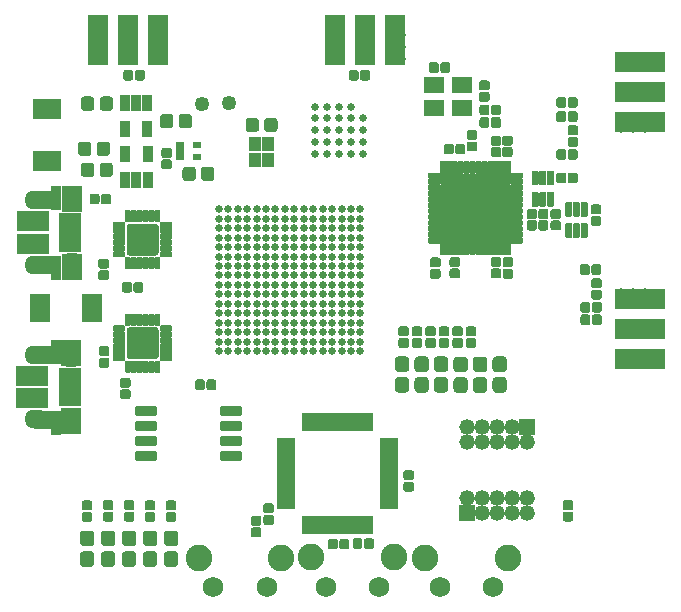
<source format=gts>
G04 #@! TF.GenerationSoftware,KiCad,Pcbnew,5.1.5-52549c5~84~ubuntu18.04.1*
G04 #@! TF.CreationDate,2020-04-21T12:23:25+01:00*
G04 #@! TF.ProjectId,amalthea_rev0,616d616c-7468-4656-915f-726576302e6b,rev?*
G04 #@! TF.SameCoordinates,Original*
G04 #@! TF.FileFunction,Soldermask,Top*
G04 #@! TF.FilePolarity,Negative*
%FSLAX46Y46*%
G04 Gerber Fmt 4.6, Leading zero omitted, Abs format (unit mm)*
G04 Created by KiCad (PCBNEW 5.1.5-52549c5~84~ubuntu18.04.1) date 2020-04-21 12:23:25*
%MOMM*%
%LPD*%
G04 APERTURE LIST*
%ADD10C,1.254000*%
%ADD11R,0.704000X0.554000*%
%ADD12C,0.100000*%
%ADD13C,1.016000*%
%ADD14R,4.318000X1.778000*%
%ADD15R,1.654000X1.454000*%
%ADD16C,0.654000*%
%ADD17C,0.664000*%
%ADD18R,0.904000X1.314000*%
%ADD19R,2.754000X1.684000*%
%ADD20O,1.954000X1.604000*%
%ADD21O,1.754000X1.354000*%
%ADD22R,1.904000X0.654000*%
%ADD23R,1.754000X2.254000*%
%ADD24R,0.954000X2.079000*%
%ADD25R,2.254000X1.604000*%
%ADD26R,1.554000X0.504000*%
%ADD27R,0.504000X1.554000*%
%ADD28R,2.354000X1.654000*%
%ADD29R,1.654000X2.354000*%
%ADD30R,1.320800X1.320800*%
%ADD31C,1.320800*%
%ADD32R,1.778000X4.318000*%
%ADD33C,1.754000*%
%ADD34C,2.254000*%
%ADD35R,1.054000X1.154000*%
G04 APERTURE END LIST*
D10*
X110200000Y-73900000D03*
X107900000Y-73950000D03*
D11*
X107450000Y-78450000D03*
X106050000Y-77950000D03*
X107450000Y-77450000D03*
X106050000Y-78450000D03*
X106050000Y-77450000D03*
D12*
G36*
X137565801Y-81423727D02*
G01*
X137580459Y-81425901D01*
X137594833Y-81429502D01*
X137608785Y-81434494D01*
X137622181Y-81440830D01*
X137634891Y-81448448D01*
X137646793Y-81457275D01*
X137657773Y-81467227D01*
X137667725Y-81478207D01*
X137676552Y-81490109D01*
X137684170Y-81502819D01*
X137690506Y-81516215D01*
X137695498Y-81530167D01*
X137699099Y-81544541D01*
X137701273Y-81559199D01*
X137702000Y-81574000D01*
X137702000Y-82526000D01*
X137701273Y-82540801D01*
X137699099Y-82555459D01*
X137695498Y-82569833D01*
X137690506Y-82583785D01*
X137684170Y-82597181D01*
X137676552Y-82609891D01*
X137667725Y-82621793D01*
X137657773Y-82632773D01*
X137646793Y-82642725D01*
X137634891Y-82651552D01*
X137622181Y-82659170D01*
X137608785Y-82665506D01*
X137594833Y-82670498D01*
X137580459Y-82674099D01*
X137565801Y-82676273D01*
X137551000Y-82677000D01*
X137249000Y-82677000D01*
X137234199Y-82676273D01*
X137219541Y-82674099D01*
X137205167Y-82670498D01*
X137191215Y-82665506D01*
X137177819Y-82659170D01*
X137165109Y-82651552D01*
X137153207Y-82642725D01*
X137142227Y-82632773D01*
X137132275Y-82621793D01*
X137123448Y-82609891D01*
X137115830Y-82597181D01*
X137109494Y-82583785D01*
X137104502Y-82569833D01*
X137100901Y-82555459D01*
X137098727Y-82540801D01*
X137098000Y-82526000D01*
X137098000Y-81574000D01*
X137098727Y-81559199D01*
X137100901Y-81544541D01*
X137104502Y-81530167D01*
X137109494Y-81516215D01*
X137115830Y-81502819D01*
X137123448Y-81490109D01*
X137132275Y-81478207D01*
X137142227Y-81467227D01*
X137153207Y-81457275D01*
X137165109Y-81448448D01*
X137177819Y-81440830D01*
X137191215Y-81434494D01*
X137205167Y-81429502D01*
X137219541Y-81425901D01*
X137234199Y-81423727D01*
X137249000Y-81423000D01*
X137551000Y-81423000D01*
X137565801Y-81423727D01*
G37*
G36*
X136915801Y-81423727D02*
G01*
X136930459Y-81425901D01*
X136944833Y-81429502D01*
X136958785Y-81434494D01*
X136972181Y-81440830D01*
X136984891Y-81448448D01*
X136996793Y-81457275D01*
X137007773Y-81467227D01*
X137017725Y-81478207D01*
X137026552Y-81490109D01*
X137034170Y-81502819D01*
X137040506Y-81516215D01*
X137045498Y-81530167D01*
X137049099Y-81544541D01*
X137051273Y-81559199D01*
X137052000Y-81574000D01*
X137052000Y-82526000D01*
X137051273Y-82540801D01*
X137049099Y-82555459D01*
X137045498Y-82569833D01*
X137040506Y-82583785D01*
X137034170Y-82597181D01*
X137026552Y-82609891D01*
X137017725Y-82621793D01*
X137007773Y-82632773D01*
X136996793Y-82642725D01*
X136984891Y-82651552D01*
X136972181Y-82659170D01*
X136958785Y-82665506D01*
X136944833Y-82670498D01*
X136930459Y-82674099D01*
X136915801Y-82676273D01*
X136901000Y-82677000D01*
X136599000Y-82677000D01*
X136584199Y-82676273D01*
X136569541Y-82674099D01*
X136555167Y-82670498D01*
X136541215Y-82665506D01*
X136527819Y-82659170D01*
X136515109Y-82651552D01*
X136503207Y-82642725D01*
X136492227Y-82632773D01*
X136482275Y-82621793D01*
X136473448Y-82609891D01*
X136465830Y-82597181D01*
X136459494Y-82583785D01*
X136454502Y-82569833D01*
X136450901Y-82555459D01*
X136448727Y-82540801D01*
X136448000Y-82526000D01*
X136448000Y-81574000D01*
X136448727Y-81559199D01*
X136450901Y-81544541D01*
X136454502Y-81530167D01*
X136459494Y-81516215D01*
X136465830Y-81502819D01*
X136473448Y-81490109D01*
X136482275Y-81478207D01*
X136492227Y-81467227D01*
X136503207Y-81457275D01*
X136515109Y-81448448D01*
X136527819Y-81440830D01*
X136541215Y-81434494D01*
X136555167Y-81429502D01*
X136569541Y-81425901D01*
X136584199Y-81423727D01*
X136599000Y-81423000D01*
X136901000Y-81423000D01*
X136915801Y-81423727D01*
G37*
G36*
X136265801Y-81423727D02*
G01*
X136280459Y-81425901D01*
X136294833Y-81429502D01*
X136308785Y-81434494D01*
X136322181Y-81440830D01*
X136334891Y-81448448D01*
X136346793Y-81457275D01*
X136357773Y-81467227D01*
X136367725Y-81478207D01*
X136376552Y-81490109D01*
X136384170Y-81502819D01*
X136390506Y-81516215D01*
X136395498Y-81530167D01*
X136399099Y-81544541D01*
X136401273Y-81559199D01*
X136402000Y-81574000D01*
X136402000Y-82526000D01*
X136401273Y-82540801D01*
X136399099Y-82555459D01*
X136395498Y-82569833D01*
X136390506Y-82583785D01*
X136384170Y-82597181D01*
X136376552Y-82609891D01*
X136367725Y-82621793D01*
X136357773Y-82632773D01*
X136346793Y-82642725D01*
X136334891Y-82651552D01*
X136322181Y-82659170D01*
X136308785Y-82665506D01*
X136294833Y-82670498D01*
X136280459Y-82674099D01*
X136265801Y-82676273D01*
X136251000Y-82677000D01*
X135949000Y-82677000D01*
X135934199Y-82676273D01*
X135919541Y-82674099D01*
X135905167Y-82670498D01*
X135891215Y-82665506D01*
X135877819Y-82659170D01*
X135865109Y-82651552D01*
X135853207Y-82642725D01*
X135842227Y-82632773D01*
X135832275Y-82621793D01*
X135823448Y-82609891D01*
X135815830Y-82597181D01*
X135809494Y-82583785D01*
X135804502Y-82569833D01*
X135800901Y-82555459D01*
X135798727Y-82540801D01*
X135798000Y-82526000D01*
X135798000Y-81574000D01*
X135798727Y-81559199D01*
X135800901Y-81544541D01*
X135804502Y-81530167D01*
X135809494Y-81516215D01*
X135815830Y-81502819D01*
X135823448Y-81490109D01*
X135832275Y-81478207D01*
X135842227Y-81467227D01*
X135853207Y-81457275D01*
X135865109Y-81448448D01*
X135877819Y-81440830D01*
X135891215Y-81434494D01*
X135905167Y-81429502D01*
X135919541Y-81425901D01*
X135934199Y-81423727D01*
X135949000Y-81423000D01*
X136251000Y-81423000D01*
X136265801Y-81423727D01*
G37*
G36*
X136265801Y-79623727D02*
G01*
X136280459Y-79625901D01*
X136294833Y-79629502D01*
X136308785Y-79634494D01*
X136322181Y-79640830D01*
X136334891Y-79648448D01*
X136346793Y-79657275D01*
X136357773Y-79667227D01*
X136367725Y-79678207D01*
X136376552Y-79690109D01*
X136384170Y-79702819D01*
X136390506Y-79716215D01*
X136395498Y-79730167D01*
X136399099Y-79744541D01*
X136401273Y-79759199D01*
X136402000Y-79774000D01*
X136402000Y-80726000D01*
X136401273Y-80740801D01*
X136399099Y-80755459D01*
X136395498Y-80769833D01*
X136390506Y-80783785D01*
X136384170Y-80797181D01*
X136376552Y-80809891D01*
X136367725Y-80821793D01*
X136357773Y-80832773D01*
X136346793Y-80842725D01*
X136334891Y-80851552D01*
X136322181Y-80859170D01*
X136308785Y-80865506D01*
X136294833Y-80870498D01*
X136280459Y-80874099D01*
X136265801Y-80876273D01*
X136251000Y-80877000D01*
X135949000Y-80877000D01*
X135934199Y-80876273D01*
X135919541Y-80874099D01*
X135905167Y-80870498D01*
X135891215Y-80865506D01*
X135877819Y-80859170D01*
X135865109Y-80851552D01*
X135853207Y-80842725D01*
X135842227Y-80832773D01*
X135832275Y-80821793D01*
X135823448Y-80809891D01*
X135815830Y-80797181D01*
X135809494Y-80783785D01*
X135804502Y-80769833D01*
X135800901Y-80755459D01*
X135798727Y-80740801D01*
X135798000Y-80726000D01*
X135798000Y-79774000D01*
X135798727Y-79759199D01*
X135800901Y-79744541D01*
X135804502Y-79730167D01*
X135809494Y-79716215D01*
X135815830Y-79702819D01*
X135823448Y-79690109D01*
X135832275Y-79678207D01*
X135842227Y-79667227D01*
X135853207Y-79657275D01*
X135865109Y-79648448D01*
X135877819Y-79640830D01*
X135891215Y-79634494D01*
X135905167Y-79629502D01*
X135919541Y-79625901D01*
X135934199Y-79623727D01*
X135949000Y-79623000D01*
X136251000Y-79623000D01*
X136265801Y-79623727D01*
G37*
G36*
X136915801Y-79623727D02*
G01*
X136930459Y-79625901D01*
X136944833Y-79629502D01*
X136958785Y-79634494D01*
X136972181Y-79640830D01*
X136984891Y-79648448D01*
X136996793Y-79657275D01*
X137007773Y-79667227D01*
X137017725Y-79678207D01*
X137026552Y-79690109D01*
X137034170Y-79702819D01*
X137040506Y-79716215D01*
X137045498Y-79730167D01*
X137049099Y-79744541D01*
X137051273Y-79759199D01*
X137052000Y-79774000D01*
X137052000Y-80726000D01*
X137051273Y-80740801D01*
X137049099Y-80755459D01*
X137045498Y-80769833D01*
X137040506Y-80783785D01*
X137034170Y-80797181D01*
X137026552Y-80809891D01*
X137017725Y-80821793D01*
X137007773Y-80832773D01*
X136996793Y-80842725D01*
X136984891Y-80851552D01*
X136972181Y-80859170D01*
X136958785Y-80865506D01*
X136944833Y-80870498D01*
X136930459Y-80874099D01*
X136915801Y-80876273D01*
X136901000Y-80877000D01*
X136599000Y-80877000D01*
X136584199Y-80876273D01*
X136569541Y-80874099D01*
X136555167Y-80870498D01*
X136541215Y-80865506D01*
X136527819Y-80859170D01*
X136515109Y-80851552D01*
X136503207Y-80842725D01*
X136492227Y-80832773D01*
X136482275Y-80821793D01*
X136473448Y-80809891D01*
X136465830Y-80797181D01*
X136459494Y-80783785D01*
X136454502Y-80769833D01*
X136450901Y-80755459D01*
X136448727Y-80740801D01*
X136448000Y-80726000D01*
X136448000Y-79774000D01*
X136448727Y-79759199D01*
X136450901Y-79744541D01*
X136454502Y-79730167D01*
X136459494Y-79716215D01*
X136465830Y-79702819D01*
X136473448Y-79690109D01*
X136482275Y-79678207D01*
X136492227Y-79667227D01*
X136503207Y-79657275D01*
X136515109Y-79648448D01*
X136527819Y-79640830D01*
X136541215Y-79634494D01*
X136555167Y-79629502D01*
X136569541Y-79625901D01*
X136584199Y-79623727D01*
X136599000Y-79623000D01*
X136901000Y-79623000D01*
X136915801Y-79623727D01*
G37*
G36*
X137565801Y-79623727D02*
G01*
X137580459Y-79625901D01*
X137594833Y-79629502D01*
X137608785Y-79634494D01*
X137622181Y-79640830D01*
X137634891Y-79648448D01*
X137646793Y-79657275D01*
X137657773Y-79667227D01*
X137667725Y-79678207D01*
X137676552Y-79690109D01*
X137684170Y-79702819D01*
X137690506Y-79716215D01*
X137695498Y-79730167D01*
X137699099Y-79744541D01*
X137701273Y-79759199D01*
X137702000Y-79774000D01*
X137702000Y-80726000D01*
X137701273Y-80740801D01*
X137699099Y-80755459D01*
X137695498Y-80769833D01*
X137690506Y-80783785D01*
X137684170Y-80797181D01*
X137676552Y-80809891D01*
X137667725Y-80821793D01*
X137657773Y-80832773D01*
X137646793Y-80842725D01*
X137634891Y-80851552D01*
X137622181Y-80859170D01*
X137608785Y-80865506D01*
X137594833Y-80870498D01*
X137580459Y-80874099D01*
X137565801Y-80876273D01*
X137551000Y-80877000D01*
X137249000Y-80877000D01*
X137234199Y-80876273D01*
X137219541Y-80874099D01*
X137205167Y-80870498D01*
X137191215Y-80865506D01*
X137177819Y-80859170D01*
X137165109Y-80851552D01*
X137153207Y-80842725D01*
X137142227Y-80832773D01*
X137132275Y-80821793D01*
X137123448Y-80809891D01*
X137115830Y-80797181D01*
X137109494Y-80783785D01*
X137104502Y-80769833D01*
X137100901Y-80755459D01*
X137098727Y-80740801D01*
X137098000Y-80726000D01*
X137098000Y-79774000D01*
X137098727Y-79759199D01*
X137100901Y-79744541D01*
X137104502Y-79730167D01*
X137109494Y-79716215D01*
X137115830Y-79702819D01*
X137123448Y-79690109D01*
X137132275Y-79678207D01*
X137142227Y-79667227D01*
X137153207Y-79657275D01*
X137165109Y-79648448D01*
X137177819Y-79640830D01*
X137191215Y-79634494D01*
X137205167Y-79629502D01*
X137219541Y-79625901D01*
X137234199Y-79623727D01*
X137249000Y-79623000D01*
X137551000Y-79623000D01*
X137565801Y-79623727D01*
G37*
G36*
X140415801Y-84073727D02*
G01*
X140430459Y-84075901D01*
X140444833Y-84079502D01*
X140458785Y-84084494D01*
X140472181Y-84090830D01*
X140484891Y-84098448D01*
X140496793Y-84107275D01*
X140507773Y-84117227D01*
X140517725Y-84128207D01*
X140526552Y-84140109D01*
X140534170Y-84152819D01*
X140540506Y-84166215D01*
X140545498Y-84180167D01*
X140549099Y-84194541D01*
X140551273Y-84209199D01*
X140552000Y-84224000D01*
X140552000Y-85176000D01*
X140551273Y-85190801D01*
X140549099Y-85205459D01*
X140545498Y-85219833D01*
X140540506Y-85233785D01*
X140534170Y-85247181D01*
X140526552Y-85259891D01*
X140517725Y-85271793D01*
X140507773Y-85282773D01*
X140496793Y-85292725D01*
X140484891Y-85301552D01*
X140472181Y-85309170D01*
X140458785Y-85315506D01*
X140444833Y-85320498D01*
X140430459Y-85324099D01*
X140415801Y-85326273D01*
X140401000Y-85327000D01*
X140099000Y-85327000D01*
X140084199Y-85326273D01*
X140069541Y-85324099D01*
X140055167Y-85320498D01*
X140041215Y-85315506D01*
X140027819Y-85309170D01*
X140015109Y-85301552D01*
X140003207Y-85292725D01*
X139992227Y-85282773D01*
X139982275Y-85271793D01*
X139973448Y-85259891D01*
X139965830Y-85247181D01*
X139959494Y-85233785D01*
X139954502Y-85219833D01*
X139950901Y-85205459D01*
X139948727Y-85190801D01*
X139948000Y-85176000D01*
X139948000Y-84224000D01*
X139948727Y-84209199D01*
X139950901Y-84194541D01*
X139954502Y-84180167D01*
X139959494Y-84166215D01*
X139965830Y-84152819D01*
X139973448Y-84140109D01*
X139982275Y-84128207D01*
X139992227Y-84117227D01*
X140003207Y-84107275D01*
X140015109Y-84098448D01*
X140027819Y-84090830D01*
X140041215Y-84084494D01*
X140055167Y-84079502D01*
X140069541Y-84075901D01*
X140084199Y-84073727D01*
X140099000Y-84073000D01*
X140401000Y-84073000D01*
X140415801Y-84073727D01*
G37*
G36*
X139765801Y-84073727D02*
G01*
X139780459Y-84075901D01*
X139794833Y-84079502D01*
X139808785Y-84084494D01*
X139822181Y-84090830D01*
X139834891Y-84098448D01*
X139846793Y-84107275D01*
X139857773Y-84117227D01*
X139867725Y-84128207D01*
X139876552Y-84140109D01*
X139884170Y-84152819D01*
X139890506Y-84166215D01*
X139895498Y-84180167D01*
X139899099Y-84194541D01*
X139901273Y-84209199D01*
X139902000Y-84224000D01*
X139902000Y-85176000D01*
X139901273Y-85190801D01*
X139899099Y-85205459D01*
X139895498Y-85219833D01*
X139890506Y-85233785D01*
X139884170Y-85247181D01*
X139876552Y-85259891D01*
X139867725Y-85271793D01*
X139857773Y-85282773D01*
X139846793Y-85292725D01*
X139834891Y-85301552D01*
X139822181Y-85309170D01*
X139808785Y-85315506D01*
X139794833Y-85320498D01*
X139780459Y-85324099D01*
X139765801Y-85326273D01*
X139751000Y-85327000D01*
X139449000Y-85327000D01*
X139434199Y-85326273D01*
X139419541Y-85324099D01*
X139405167Y-85320498D01*
X139391215Y-85315506D01*
X139377819Y-85309170D01*
X139365109Y-85301552D01*
X139353207Y-85292725D01*
X139342227Y-85282773D01*
X139332275Y-85271793D01*
X139323448Y-85259891D01*
X139315830Y-85247181D01*
X139309494Y-85233785D01*
X139304502Y-85219833D01*
X139300901Y-85205459D01*
X139298727Y-85190801D01*
X139298000Y-85176000D01*
X139298000Y-84224000D01*
X139298727Y-84209199D01*
X139300901Y-84194541D01*
X139304502Y-84180167D01*
X139309494Y-84166215D01*
X139315830Y-84152819D01*
X139323448Y-84140109D01*
X139332275Y-84128207D01*
X139342227Y-84117227D01*
X139353207Y-84107275D01*
X139365109Y-84098448D01*
X139377819Y-84090830D01*
X139391215Y-84084494D01*
X139405167Y-84079502D01*
X139419541Y-84075901D01*
X139434199Y-84073727D01*
X139449000Y-84073000D01*
X139751000Y-84073000D01*
X139765801Y-84073727D01*
G37*
G36*
X139115801Y-84073727D02*
G01*
X139130459Y-84075901D01*
X139144833Y-84079502D01*
X139158785Y-84084494D01*
X139172181Y-84090830D01*
X139184891Y-84098448D01*
X139196793Y-84107275D01*
X139207773Y-84117227D01*
X139217725Y-84128207D01*
X139226552Y-84140109D01*
X139234170Y-84152819D01*
X139240506Y-84166215D01*
X139245498Y-84180167D01*
X139249099Y-84194541D01*
X139251273Y-84209199D01*
X139252000Y-84224000D01*
X139252000Y-85176000D01*
X139251273Y-85190801D01*
X139249099Y-85205459D01*
X139245498Y-85219833D01*
X139240506Y-85233785D01*
X139234170Y-85247181D01*
X139226552Y-85259891D01*
X139217725Y-85271793D01*
X139207773Y-85282773D01*
X139196793Y-85292725D01*
X139184891Y-85301552D01*
X139172181Y-85309170D01*
X139158785Y-85315506D01*
X139144833Y-85320498D01*
X139130459Y-85324099D01*
X139115801Y-85326273D01*
X139101000Y-85327000D01*
X138799000Y-85327000D01*
X138784199Y-85326273D01*
X138769541Y-85324099D01*
X138755167Y-85320498D01*
X138741215Y-85315506D01*
X138727819Y-85309170D01*
X138715109Y-85301552D01*
X138703207Y-85292725D01*
X138692227Y-85282773D01*
X138682275Y-85271793D01*
X138673448Y-85259891D01*
X138665830Y-85247181D01*
X138659494Y-85233785D01*
X138654502Y-85219833D01*
X138650901Y-85205459D01*
X138648727Y-85190801D01*
X138648000Y-85176000D01*
X138648000Y-84224000D01*
X138648727Y-84209199D01*
X138650901Y-84194541D01*
X138654502Y-84180167D01*
X138659494Y-84166215D01*
X138665830Y-84152819D01*
X138673448Y-84140109D01*
X138682275Y-84128207D01*
X138692227Y-84117227D01*
X138703207Y-84107275D01*
X138715109Y-84098448D01*
X138727819Y-84090830D01*
X138741215Y-84084494D01*
X138755167Y-84079502D01*
X138769541Y-84075901D01*
X138784199Y-84073727D01*
X138799000Y-84073000D01*
X139101000Y-84073000D01*
X139115801Y-84073727D01*
G37*
G36*
X139115801Y-82273727D02*
G01*
X139130459Y-82275901D01*
X139144833Y-82279502D01*
X139158785Y-82284494D01*
X139172181Y-82290830D01*
X139184891Y-82298448D01*
X139196793Y-82307275D01*
X139207773Y-82317227D01*
X139217725Y-82328207D01*
X139226552Y-82340109D01*
X139234170Y-82352819D01*
X139240506Y-82366215D01*
X139245498Y-82380167D01*
X139249099Y-82394541D01*
X139251273Y-82409199D01*
X139252000Y-82424000D01*
X139252000Y-83376000D01*
X139251273Y-83390801D01*
X139249099Y-83405459D01*
X139245498Y-83419833D01*
X139240506Y-83433785D01*
X139234170Y-83447181D01*
X139226552Y-83459891D01*
X139217725Y-83471793D01*
X139207773Y-83482773D01*
X139196793Y-83492725D01*
X139184891Y-83501552D01*
X139172181Y-83509170D01*
X139158785Y-83515506D01*
X139144833Y-83520498D01*
X139130459Y-83524099D01*
X139115801Y-83526273D01*
X139101000Y-83527000D01*
X138799000Y-83527000D01*
X138784199Y-83526273D01*
X138769541Y-83524099D01*
X138755167Y-83520498D01*
X138741215Y-83515506D01*
X138727819Y-83509170D01*
X138715109Y-83501552D01*
X138703207Y-83492725D01*
X138692227Y-83482773D01*
X138682275Y-83471793D01*
X138673448Y-83459891D01*
X138665830Y-83447181D01*
X138659494Y-83433785D01*
X138654502Y-83419833D01*
X138650901Y-83405459D01*
X138648727Y-83390801D01*
X138648000Y-83376000D01*
X138648000Y-82424000D01*
X138648727Y-82409199D01*
X138650901Y-82394541D01*
X138654502Y-82380167D01*
X138659494Y-82366215D01*
X138665830Y-82352819D01*
X138673448Y-82340109D01*
X138682275Y-82328207D01*
X138692227Y-82317227D01*
X138703207Y-82307275D01*
X138715109Y-82298448D01*
X138727819Y-82290830D01*
X138741215Y-82284494D01*
X138755167Y-82279502D01*
X138769541Y-82275901D01*
X138784199Y-82273727D01*
X138799000Y-82273000D01*
X139101000Y-82273000D01*
X139115801Y-82273727D01*
G37*
G36*
X139765801Y-82273727D02*
G01*
X139780459Y-82275901D01*
X139794833Y-82279502D01*
X139808785Y-82284494D01*
X139822181Y-82290830D01*
X139834891Y-82298448D01*
X139846793Y-82307275D01*
X139857773Y-82317227D01*
X139867725Y-82328207D01*
X139876552Y-82340109D01*
X139884170Y-82352819D01*
X139890506Y-82366215D01*
X139895498Y-82380167D01*
X139899099Y-82394541D01*
X139901273Y-82409199D01*
X139902000Y-82424000D01*
X139902000Y-83376000D01*
X139901273Y-83390801D01*
X139899099Y-83405459D01*
X139895498Y-83419833D01*
X139890506Y-83433785D01*
X139884170Y-83447181D01*
X139876552Y-83459891D01*
X139867725Y-83471793D01*
X139857773Y-83482773D01*
X139846793Y-83492725D01*
X139834891Y-83501552D01*
X139822181Y-83509170D01*
X139808785Y-83515506D01*
X139794833Y-83520498D01*
X139780459Y-83524099D01*
X139765801Y-83526273D01*
X139751000Y-83527000D01*
X139449000Y-83527000D01*
X139434199Y-83526273D01*
X139419541Y-83524099D01*
X139405167Y-83520498D01*
X139391215Y-83515506D01*
X139377819Y-83509170D01*
X139365109Y-83501552D01*
X139353207Y-83492725D01*
X139342227Y-83482773D01*
X139332275Y-83471793D01*
X139323448Y-83459891D01*
X139315830Y-83447181D01*
X139309494Y-83433785D01*
X139304502Y-83419833D01*
X139300901Y-83405459D01*
X139298727Y-83390801D01*
X139298000Y-83376000D01*
X139298000Y-82424000D01*
X139298727Y-82409199D01*
X139300901Y-82394541D01*
X139304502Y-82380167D01*
X139309494Y-82366215D01*
X139315830Y-82352819D01*
X139323448Y-82340109D01*
X139332275Y-82328207D01*
X139342227Y-82317227D01*
X139353207Y-82307275D01*
X139365109Y-82298448D01*
X139377819Y-82290830D01*
X139391215Y-82284494D01*
X139405167Y-82279502D01*
X139419541Y-82275901D01*
X139434199Y-82273727D01*
X139449000Y-82273000D01*
X139751000Y-82273000D01*
X139765801Y-82273727D01*
G37*
G36*
X140415801Y-82273727D02*
G01*
X140430459Y-82275901D01*
X140444833Y-82279502D01*
X140458785Y-82284494D01*
X140472181Y-82290830D01*
X140484891Y-82298448D01*
X140496793Y-82307275D01*
X140507773Y-82317227D01*
X140517725Y-82328207D01*
X140526552Y-82340109D01*
X140534170Y-82352819D01*
X140540506Y-82366215D01*
X140545498Y-82380167D01*
X140549099Y-82394541D01*
X140551273Y-82409199D01*
X140552000Y-82424000D01*
X140552000Y-83376000D01*
X140551273Y-83390801D01*
X140549099Y-83405459D01*
X140545498Y-83419833D01*
X140540506Y-83433785D01*
X140534170Y-83447181D01*
X140526552Y-83459891D01*
X140517725Y-83471793D01*
X140507773Y-83482773D01*
X140496793Y-83492725D01*
X140484891Y-83501552D01*
X140472181Y-83509170D01*
X140458785Y-83515506D01*
X140444833Y-83520498D01*
X140430459Y-83524099D01*
X140415801Y-83526273D01*
X140401000Y-83527000D01*
X140099000Y-83527000D01*
X140084199Y-83526273D01*
X140069541Y-83524099D01*
X140055167Y-83520498D01*
X140041215Y-83515506D01*
X140027819Y-83509170D01*
X140015109Y-83501552D01*
X140003207Y-83492725D01*
X139992227Y-83482773D01*
X139982275Y-83471793D01*
X139973448Y-83459891D01*
X139965830Y-83447181D01*
X139959494Y-83433785D01*
X139954502Y-83419833D01*
X139950901Y-83405459D01*
X139948727Y-83390801D01*
X139948000Y-83376000D01*
X139948000Y-82424000D01*
X139948727Y-82409199D01*
X139950901Y-82394541D01*
X139954502Y-82380167D01*
X139959494Y-82366215D01*
X139965830Y-82352819D01*
X139973448Y-82340109D01*
X139982275Y-82328207D01*
X139992227Y-82317227D01*
X140003207Y-82307275D01*
X140015109Y-82298448D01*
X140027819Y-82290830D01*
X140041215Y-82284494D01*
X140055167Y-82279502D01*
X140069541Y-82275901D01*
X140084199Y-82273727D01*
X140099000Y-82273000D01*
X140401000Y-82273000D01*
X140415801Y-82273727D01*
G37*
G36*
X120961682Y-71104016D02*
G01*
X120982164Y-71107054D01*
X121002250Y-71112086D01*
X121021746Y-71119061D01*
X121040465Y-71127915D01*
X121058225Y-71138560D01*
X121074857Y-71150895D01*
X121090200Y-71164800D01*
X121104105Y-71180143D01*
X121116440Y-71196775D01*
X121127085Y-71214535D01*
X121135939Y-71233254D01*
X121142914Y-71252750D01*
X121147946Y-71272836D01*
X121150984Y-71293318D01*
X121152000Y-71314000D01*
X121152000Y-71786000D01*
X121150984Y-71806682D01*
X121147946Y-71827164D01*
X121142914Y-71847250D01*
X121135939Y-71866746D01*
X121127085Y-71885465D01*
X121116440Y-71903225D01*
X121104105Y-71919857D01*
X121090200Y-71935200D01*
X121074857Y-71949105D01*
X121058225Y-71961440D01*
X121040465Y-71972085D01*
X121021746Y-71980939D01*
X121002250Y-71987914D01*
X120982164Y-71992946D01*
X120961682Y-71995984D01*
X120941000Y-71997000D01*
X120519000Y-71997000D01*
X120498318Y-71995984D01*
X120477836Y-71992946D01*
X120457750Y-71987914D01*
X120438254Y-71980939D01*
X120419535Y-71972085D01*
X120401775Y-71961440D01*
X120385143Y-71949105D01*
X120369800Y-71935200D01*
X120355895Y-71919857D01*
X120343560Y-71903225D01*
X120332915Y-71885465D01*
X120324061Y-71866746D01*
X120317086Y-71847250D01*
X120312054Y-71827164D01*
X120309016Y-71806682D01*
X120308000Y-71786000D01*
X120308000Y-71314000D01*
X120309016Y-71293318D01*
X120312054Y-71272836D01*
X120317086Y-71252750D01*
X120324061Y-71233254D01*
X120332915Y-71214535D01*
X120343560Y-71196775D01*
X120355895Y-71180143D01*
X120369800Y-71164800D01*
X120385143Y-71150895D01*
X120401775Y-71138560D01*
X120419535Y-71127915D01*
X120438254Y-71119061D01*
X120457750Y-71112086D01*
X120477836Y-71107054D01*
X120498318Y-71104016D01*
X120519000Y-71103000D01*
X120941000Y-71103000D01*
X120961682Y-71104016D01*
G37*
G36*
X121931682Y-71104016D02*
G01*
X121952164Y-71107054D01*
X121972250Y-71112086D01*
X121991746Y-71119061D01*
X122010465Y-71127915D01*
X122028225Y-71138560D01*
X122044857Y-71150895D01*
X122060200Y-71164800D01*
X122074105Y-71180143D01*
X122086440Y-71196775D01*
X122097085Y-71214535D01*
X122105939Y-71233254D01*
X122112914Y-71252750D01*
X122117946Y-71272836D01*
X122120984Y-71293318D01*
X122122000Y-71314000D01*
X122122000Y-71786000D01*
X122120984Y-71806682D01*
X122117946Y-71827164D01*
X122112914Y-71847250D01*
X122105939Y-71866746D01*
X122097085Y-71885465D01*
X122086440Y-71903225D01*
X122074105Y-71919857D01*
X122060200Y-71935200D01*
X122044857Y-71949105D01*
X122028225Y-71961440D01*
X122010465Y-71972085D01*
X121991746Y-71980939D01*
X121972250Y-71987914D01*
X121952164Y-71992946D01*
X121931682Y-71995984D01*
X121911000Y-71997000D01*
X121489000Y-71997000D01*
X121468318Y-71995984D01*
X121447836Y-71992946D01*
X121427750Y-71987914D01*
X121408254Y-71980939D01*
X121389535Y-71972085D01*
X121371775Y-71961440D01*
X121355143Y-71949105D01*
X121339800Y-71935200D01*
X121325895Y-71919857D01*
X121313560Y-71903225D01*
X121302915Y-71885465D01*
X121294061Y-71866746D01*
X121287086Y-71847250D01*
X121282054Y-71827164D01*
X121279016Y-71806682D01*
X121278000Y-71786000D01*
X121278000Y-71314000D01*
X121279016Y-71293318D01*
X121282054Y-71272836D01*
X121287086Y-71252750D01*
X121294061Y-71233254D01*
X121302915Y-71214535D01*
X121313560Y-71196775D01*
X121325895Y-71180143D01*
X121339800Y-71164800D01*
X121355143Y-71150895D01*
X121371775Y-71138560D01*
X121389535Y-71127915D01*
X121408254Y-71119061D01*
X121427750Y-71112086D01*
X121447836Y-71107054D01*
X121468318Y-71104016D01*
X121489000Y-71103000D01*
X121911000Y-71103000D01*
X121931682Y-71104016D01*
G37*
G36*
X102866682Y-71104016D02*
G01*
X102887164Y-71107054D01*
X102907250Y-71112086D01*
X102926746Y-71119061D01*
X102945465Y-71127915D01*
X102963225Y-71138560D01*
X102979857Y-71150895D01*
X102995200Y-71164800D01*
X103009105Y-71180143D01*
X103021440Y-71196775D01*
X103032085Y-71214535D01*
X103040939Y-71233254D01*
X103047914Y-71252750D01*
X103052946Y-71272836D01*
X103055984Y-71293318D01*
X103057000Y-71314000D01*
X103057000Y-71786000D01*
X103055984Y-71806682D01*
X103052946Y-71827164D01*
X103047914Y-71847250D01*
X103040939Y-71866746D01*
X103032085Y-71885465D01*
X103021440Y-71903225D01*
X103009105Y-71919857D01*
X102995200Y-71935200D01*
X102979857Y-71949105D01*
X102963225Y-71961440D01*
X102945465Y-71972085D01*
X102926746Y-71980939D01*
X102907250Y-71987914D01*
X102887164Y-71992946D01*
X102866682Y-71995984D01*
X102846000Y-71997000D01*
X102424000Y-71997000D01*
X102403318Y-71995984D01*
X102382836Y-71992946D01*
X102362750Y-71987914D01*
X102343254Y-71980939D01*
X102324535Y-71972085D01*
X102306775Y-71961440D01*
X102290143Y-71949105D01*
X102274800Y-71935200D01*
X102260895Y-71919857D01*
X102248560Y-71903225D01*
X102237915Y-71885465D01*
X102229061Y-71866746D01*
X102222086Y-71847250D01*
X102217054Y-71827164D01*
X102214016Y-71806682D01*
X102213000Y-71786000D01*
X102213000Y-71314000D01*
X102214016Y-71293318D01*
X102217054Y-71272836D01*
X102222086Y-71252750D01*
X102229061Y-71233254D01*
X102237915Y-71214535D01*
X102248560Y-71196775D01*
X102260895Y-71180143D01*
X102274800Y-71164800D01*
X102290143Y-71150895D01*
X102306775Y-71138560D01*
X102324535Y-71127915D01*
X102343254Y-71119061D01*
X102362750Y-71112086D01*
X102382836Y-71107054D01*
X102403318Y-71104016D01*
X102424000Y-71103000D01*
X102846000Y-71103000D01*
X102866682Y-71104016D01*
G37*
G36*
X101896682Y-71104016D02*
G01*
X101917164Y-71107054D01*
X101937250Y-71112086D01*
X101956746Y-71119061D01*
X101975465Y-71127915D01*
X101993225Y-71138560D01*
X102009857Y-71150895D01*
X102025200Y-71164800D01*
X102039105Y-71180143D01*
X102051440Y-71196775D01*
X102062085Y-71214535D01*
X102070939Y-71233254D01*
X102077914Y-71252750D01*
X102082946Y-71272836D01*
X102085984Y-71293318D01*
X102087000Y-71314000D01*
X102087000Y-71786000D01*
X102085984Y-71806682D01*
X102082946Y-71827164D01*
X102077914Y-71847250D01*
X102070939Y-71866746D01*
X102062085Y-71885465D01*
X102051440Y-71903225D01*
X102039105Y-71919857D01*
X102025200Y-71935200D01*
X102009857Y-71949105D01*
X101993225Y-71961440D01*
X101975465Y-71972085D01*
X101956746Y-71980939D01*
X101937250Y-71987914D01*
X101917164Y-71992946D01*
X101896682Y-71995984D01*
X101876000Y-71997000D01*
X101454000Y-71997000D01*
X101433318Y-71995984D01*
X101412836Y-71992946D01*
X101392750Y-71987914D01*
X101373254Y-71980939D01*
X101354535Y-71972085D01*
X101336775Y-71961440D01*
X101320143Y-71949105D01*
X101304800Y-71935200D01*
X101290895Y-71919857D01*
X101278560Y-71903225D01*
X101267915Y-71885465D01*
X101259061Y-71866746D01*
X101252086Y-71847250D01*
X101247054Y-71827164D01*
X101244016Y-71806682D01*
X101243000Y-71786000D01*
X101243000Y-71314000D01*
X101244016Y-71293318D01*
X101247054Y-71272836D01*
X101252086Y-71252750D01*
X101259061Y-71233254D01*
X101267915Y-71214535D01*
X101278560Y-71196775D01*
X101290895Y-71180143D01*
X101304800Y-71164800D01*
X101320143Y-71150895D01*
X101336775Y-71138560D01*
X101354535Y-71127915D01*
X101373254Y-71119061D01*
X101392750Y-71112086D01*
X101412836Y-71107054D01*
X101433318Y-71104016D01*
X101454000Y-71103000D01*
X101876000Y-71103000D01*
X101896682Y-71104016D01*
G37*
D13*
X143400000Y-90100000D03*
X144400000Y-90100000D03*
X145400000Y-90100000D03*
X145400000Y-90800000D03*
X144400000Y-90800000D03*
X143400000Y-90800000D03*
X144400000Y-95900000D03*
X145400000Y-95900000D03*
X145400000Y-95200000D03*
X144400000Y-95200000D03*
X143400000Y-95900000D03*
X143400000Y-95200000D03*
D14*
X144968000Y-90460000D03*
X144968000Y-95540000D03*
X144968000Y-93000000D03*
D13*
X143400000Y-70100000D03*
X144400000Y-70100000D03*
X145400000Y-70100000D03*
X145400000Y-70800000D03*
X144400000Y-70800000D03*
X143400000Y-70800000D03*
X144400000Y-75900000D03*
X145400000Y-75900000D03*
X145400000Y-75200000D03*
X144400000Y-75200000D03*
X143400000Y-75900000D03*
X143400000Y-75200000D03*
D14*
X144968000Y-70460000D03*
X144968000Y-75540000D03*
X144968000Y-73000000D03*
D12*
G36*
X131006682Y-76194016D02*
G01*
X131027164Y-76197054D01*
X131047250Y-76202086D01*
X131066746Y-76209061D01*
X131085465Y-76217915D01*
X131103225Y-76228560D01*
X131119857Y-76240895D01*
X131135200Y-76254800D01*
X131149105Y-76270143D01*
X131161440Y-76286775D01*
X131172085Y-76304535D01*
X131180939Y-76323254D01*
X131187914Y-76342750D01*
X131192946Y-76362836D01*
X131195984Y-76383318D01*
X131197000Y-76404000D01*
X131197000Y-76826000D01*
X131195984Y-76846682D01*
X131192946Y-76867164D01*
X131187914Y-76887250D01*
X131180939Y-76906746D01*
X131172085Y-76925465D01*
X131161440Y-76943225D01*
X131149105Y-76959857D01*
X131135200Y-76975200D01*
X131119857Y-76989105D01*
X131103225Y-77001440D01*
X131085465Y-77012085D01*
X131066746Y-77020939D01*
X131047250Y-77027914D01*
X131027164Y-77032946D01*
X131006682Y-77035984D01*
X130986000Y-77037000D01*
X130514000Y-77037000D01*
X130493318Y-77035984D01*
X130472836Y-77032946D01*
X130452750Y-77027914D01*
X130433254Y-77020939D01*
X130414535Y-77012085D01*
X130396775Y-77001440D01*
X130380143Y-76989105D01*
X130364800Y-76975200D01*
X130350895Y-76959857D01*
X130338560Y-76943225D01*
X130327915Y-76925465D01*
X130319061Y-76906746D01*
X130312086Y-76887250D01*
X130307054Y-76867164D01*
X130304016Y-76846682D01*
X130303000Y-76826000D01*
X130303000Y-76404000D01*
X130304016Y-76383318D01*
X130307054Y-76362836D01*
X130312086Y-76342750D01*
X130319061Y-76323254D01*
X130327915Y-76304535D01*
X130338560Y-76286775D01*
X130350895Y-76270143D01*
X130364800Y-76254800D01*
X130380143Y-76240895D01*
X130396775Y-76228560D01*
X130414535Y-76217915D01*
X130433254Y-76209061D01*
X130452750Y-76202086D01*
X130472836Y-76197054D01*
X130493318Y-76194016D01*
X130514000Y-76193000D01*
X130986000Y-76193000D01*
X131006682Y-76194016D01*
G37*
G36*
X131006682Y-77164016D02*
G01*
X131027164Y-77167054D01*
X131047250Y-77172086D01*
X131066746Y-77179061D01*
X131085465Y-77187915D01*
X131103225Y-77198560D01*
X131119857Y-77210895D01*
X131135200Y-77224800D01*
X131149105Y-77240143D01*
X131161440Y-77256775D01*
X131172085Y-77274535D01*
X131180939Y-77293254D01*
X131187914Y-77312750D01*
X131192946Y-77332836D01*
X131195984Y-77353318D01*
X131197000Y-77374000D01*
X131197000Y-77796000D01*
X131195984Y-77816682D01*
X131192946Y-77837164D01*
X131187914Y-77857250D01*
X131180939Y-77876746D01*
X131172085Y-77895465D01*
X131161440Y-77913225D01*
X131149105Y-77929857D01*
X131135200Y-77945200D01*
X131119857Y-77959105D01*
X131103225Y-77971440D01*
X131085465Y-77982085D01*
X131066746Y-77990939D01*
X131047250Y-77997914D01*
X131027164Y-78002946D01*
X131006682Y-78005984D01*
X130986000Y-78007000D01*
X130514000Y-78007000D01*
X130493318Y-78005984D01*
X130472836Y-78002946D01*
X130452750Y-77997914D01*
X130433254Y-77990939D01*
X130414535Y-77982085D01*
X130396775Y-77971440D01*
X130380143Y-77959105D01*
X130364800Y-77945200D01*
X130350895Y-77929857D01*
X130338560Y-77913225D01*
X130327915Y-77895465D01*
X130319061Y-77876746D01*
X130312086Y-77857250D01*
X130307054Y-77837164D01*
X130304016Y-77816682D01*
X130303000Y-77796000D01*
X130303000Y-77374000D01*
X130304016Y-77353318D01*
X130307054Y-77332836D01*
X130312086Y-77312750D01*
X130319061Y-77293254D01*
X130327915Y-77274535D01*
X130338560Y-77256775D01*
X130350895Y-77240143D01*
X130364800Y-77224800D01*
X130380143Y-77210895D01*
X130396775Y-77198560D01*
X130414535Y-77187915D01*
X130433254Y-77179061D01*
X130452750Y-77172086D01*
X130472836Y-77167054D01*
X130493318Y-77164016D01*
X130514000Y-77163000D01*
X130986000Y-77163000D01*
X131006682Y-77164016D01*
G37*
G36*
X133016682Y-74054016D02*
G01*
X133037164Y-74057054D01*
X133057250Y-74062086D01*
X133076746Y-74069061D01*
X133095465Y-74077915D01*
X133113225Y-74088560D01*
X133129857Y-74100895D01*
X133145200Y-74114800D01*
X133159105Y-74130143D01*
X133171440Y-74146775D01*
X133182085Y-74164535D01*
X133190939Y-74183254D01*
X133197914Y-74202750D01*
X133202946Y-74222836D01*
X133205984Y-74243318D01*
X133207000Y-74264000D01*
X133207000Y-74736000D01*
X133205984Y-74756682D01*
X133202946Y-74777164D01*
X133197914Y-74797250D01*
X133190939Y-74816746D01*
X133182085Y-74835465D01*
X133171440Y-74853225D01*
X133159105Y-74869857D01*
X133145200Y-74885200D01*
X133129857Y-74899105D01*
X133113225Y-74911440D01*
X133095465Y-74922085D01*
X133076746Y-74930939D01*
X133057250Y-74937914D01*
X133037164Y-74942946D01*
X133016682Y-74945984D01*
X132996000Y-74947000D01*
X132574000Y-74947000D01*
X132553318Y-74945984D01*
X132532836Y-74942946D01*
X132512750Y-74937914D01*
X132493254Y-74930939D01*
X132474535Y-74922085D01*
X132456775Y-74911440D01*
X132440143Y-74899105D01*
X132424800Y-74885200D01*
X132410895Y-74869857D01*
X132398560Y-74853225D01*
X132387915Y-74835465D01*
X132379061Y-74816746D01*
X132372086Y-74797250D01*
X132367054Y-74777164D01*
X132364016Y-74756682D01*
X132363000Y-74736000D01*
X132363000Y-74264000D01*
X132364016Y-74243318D01*
X132367054Y-74222836D01*
X132372086Y-74202750D01*
X132379061Y-74183254D01*
X132387915Y-74164535D01*
X132398560Y-74146775D01*
X132410895Y-74130143D01*
X132424800Y-74114800D01*
X132440143Y-74100895D01*
X132456775Y-74088560D01*
X132474535Y-74077915D01*
X132493254Y-74069061D01*
X132512750Y-74062086D01*
X132532836Y-74057054D01*
X132553318Y-74054016D01*
X132574000Y-74053000D01*
X132996000Y-74053000D01*
X133016682Y-74054016D01*
G37*
G36*
X132046682Y-74054016D02*
G01*
X132067164Y-74057054D01*
X132087250Y-74062086D01*
X132106746Y-74069061D01*
X132125465Y-74077915D01*
X132143225Y-74088560D01*
X132159857Y-74100895D01*
X132175200Y-74114800D01*
X132189105Y-74130143D01*
X132201440Y-74146775D01*
X132212085Y-74164535D01*
X132220939Y-74183254D01*
X132227914Y-74202750D01*
X132232946Y-74222836D01*
X132235984Y-74243318D01*
X132237000Y-74264000D01*
X132237000Y-74736000D01*
X132235984Y-74756682D01*
X132232946Y-74777164D01*
X132227914Y-74797250D01*
X132220939Y-74816746D01*
X132212085Y-74835465D01*
X132201440Y-74853225D01*
X132189105Y-74869857D01*
X132175200Y-74885200D01*
X132159857Y-74899105D01*
X132143225Y-74911440D01*
X132125465Y-74922085D01*
X132106746Y-74930939D01*
X132087250Y-74937914D01*
X132067164Y-74942946D01*
X132046682Y-74945984D01*
X132026000Y-74947000D01*
X131604000Y-74947000D01*
X131583318Y-74945984D01*
X131562836Y-74942946D01*
X131542750Y-74937914D01*
X131523254Y-74930939D01*
X131504535Y-74922085D01*
X131486775Y-74911440D01*
X131470143Y-74899105D01*
X131454800Y-74885200D01*
X131440895Y-74869857D01*
X131428560Y-74853225D01*
X131417915Y-74835465D01*
X131409061Y-74816746D01*
X131402086Y-74797250D01*
X131397054Y-74777164D01*
X131394016Y-74756682D01*
X131393000Y-74736000D01*
X131393000Y-74264000D01*
X131394016Y-74243318D01*
X131397054Y-74222836D01*
X131402086Y-74202750D01*
X131409061Y-74183254D01*
X131417915Y-74164535D01*
X131428560Y-74146775D01*
X131440895Y-74130143D01*
X131454800Y-74114800D01*
X131470143Y-74100895D01*
X131486775Y-74088560D01*
X131504535Y-74077915D01*
X131523254Y-74069061D01*
X131542750Y-74062086D01*
X131562836Y-74057054D01*
X131583318Y-74054016D01*
X131604000Y-74053000D01*
X132026000Y-74053000D01*
X132046682Y-74054016D01*
G37*
G36*
X139516682Y-73404016D02*
G01*
X139537164Y-73407054D01*
X139557250Y-73412086D01*
X139576746Y-73419061D01*
X139595465Y-73427915D01*
X139613225Y-73438560D01*
X139629857Y-73450895D01*
X139645200Y-73464800D01*
X139659105Y-73480143D01*
X139671440Y-73496775D01*
X139682085Y-73514535D01*
X139690939Y-73533254D01*
X139697914Y-73552750D01*
X139702946Y-73572836D01*
X139705984Y-73593318D01*
X139707000Y-73614000D01*
X139707000Y-74086000D01*
X139705984Y-74106682D01*
X139702946Y-74127164D01*
X139697914Y-74147250D01*
X139690939Y-74166746D01*
X139682085Y-74185465D01*
X139671440Y-74203225D01*
X139659105Y-74219857D01*
X139645200Y-74235200D01*
X139629857Y-74249105D01*
X139613225Y-74261440D01*
X139595465Y-74272085D01*
X139576746Y-74280939D01*
X139557250Y-74287914D01*
X139537164Y-74292946D01*
X139516682Y-74295984D01*
X139496000Y-74297000D01*
X139074000Y-74297000D01*
X139053318Y-74295984D01*
X139032836Y-74292946D01*
X139012750Y-74287914D01*
X138993254Y-74280939D01*
X138974535Y-74272085D01*
X138956775Y-74261440D01*
X138940143Y-74249105D01*
X138924800Y-74235200D01*
X138910895Y-74219857D01*
X138898560Y-74203225D01*
X138887915Y-74185465D01*
X138879061Y-74166746D01*
X138872086Y-74147250D01*
X138867054Y-74127164D01*
X138864016Y-74106682D01*
X138863000Y-74086000D01*
X138863000Y-73614000D01*
X138864016Y-73593318D01*
X138867054Y-73572836D01*
X138872086Y-73552750D01*
X138879061Y-73533254D01*
X138887915Y-73514535D01*
X138898560Y-73496775D01*
X138910895Y-73480143D01*
X138924800Y-73464800D01*
X138940143Y-73450895D01*
X138956775Y-73438560D01*
X138974535Y-73427915D01*
X138993254Y-73419061D01*
X139012750Y-73412086D01*
X139032836Y-73407054D01*
X139053318Y-73404016D01*
X139074000Y-73403000D01*
X139496000Y-73403000D01*
X139516682Y-73404016D01*
G37*
G36*
X138546682Y-73404016D02*
G01*
X138567164Y-73407054D01*
X138587250Y-73412086D01*
X138606746Y-73419061D01*
X138625465Y-73427915D01*
X138643225Y-73438560D01*
X138659857Y-73450895D01*
X138675200Y-73464800D01*
X138689105Y-73480143D01*
X138701440Y-73496775D01*
X138712085Y-73514535D01*
X138720939Y-73533254D01*
X138727914Y-73552750D01*
X138732946Y-73572836D01*
X138735984Y-73593318D01*
X138737000Y-73614000D01*
X138737000Y-74086000D01*
X138735984Y-74106682D01*
X138732946Y-74127164D01*
X138727914Y-74147250D01*
X138720939Y-74166746D01*
X138712085Y-74185465D01*
X138701440Y-74203225D01*
X138689105Y-74219857D01*
X138675200Y-74235200D01*
X138659857Y-74249105D01*
X138643225Y-74261440D01*
X138625465Y-74272085D01*
X138606746Y-74280939D01*
X138587250Y-74287914D01*
X138567164Y-74292946D01*
X138546682Y-74295984D01*
X138526000Y-74297000D01*
X138104000Y-74297000D01*
X138083318Y-74295984D01*
X138062836Y-74292946D01*
X138042750Y-74287914D01*
X138023254Y-74280939D01*
X138004535Y-74272085D01*
X137986775Y-74261440D01*
X137970143Y-74249105D01*
X137954800Y-74235200D01*
X137940895Y-74219857D01*
X137928560Y-74203225D01*
X137917915Y-74185465D01*
X137909061Y-74166746D01*
X137902086Y-74147250D01*
X137897054Y-74127164D01*
X137894016Y-74106682D01*
X137893000Y-74086000D01*
X137893000Y-73614000D01*
X137894016Y-73593318D01*
X137897054Y-73572836D01*
X137902086Y-73552750D01*
X137909061Y-73533254D01*
X137917915Y-73514535D01*
X137928560Y-73496775D01*
X137940895Y-73480143D01*
X137954800Y-73464800D01*
X137970143Y-73450895D01*
X137986775Y-73438560D01*
X138004535Y-73427915D01*
X138023254Y-73419061D01*
X138042750Y-73412086D01*
X138062836Y-73407054D01*
X138083318Y-73404016D01*
X138104000Y-73403000D01*
X138526000Y-73403000D01*
X138546682Y-73404016D01*
G37*
G36*
X139556682Y-76764016D02*
G01*
X139577164Y-76767054D01*
X139597250Y-76772086D01*
X139616746Y-76779061D01*
X139635465Y-76787915D01*
X139653225Y-76798560D01*
X139669857Y-76810895D01*
X139685200Y-76824800D01*
X139699105Y-76840143D01*
X139711440Y-76856775D01*
X139722085Y-76874535D01*
X139730939Y-76893254D01*
X139737914Y-76912750D01*
X139742946Y-76932836D01*
X139745984Y-76953318D01*
X139747000Y-76974000D01*
X139747000Y-77396000D01*
X139745984Y-77416682D01*
X139742946Y-77437164D01*
X139737914Y-77457250D01*
X139730939Y-77476746D01*
X139722085Y-77495465D01*
X139711440Y-77513225D01*
X139699105Y-77529857D01*
X139685200Y-77545200D01*
X139669857Y-77559105D01*
X139653225Y-77571440D01*
X139635465Y-77582085D01*
X139616746Y-77590939D01*
X139597250Y-77597914D01*
X139577164Y-77602946D01*
X139556682Y-77605984D01*
X139536000Y-77607000D01*
X139064000Y-77607000D01*
X139043318Y-77605984D01*
X139022836Y-77602946D01*
X139002750Y-77597914D01*
X138983254Y-77590939D01*
X138964535Y-77582085D01*
X138946775Y-77571440D01*
X138930143Y-77559105D01*
X138914800Y-77545200D01*
X138900895Y-77529857D01*
X138888560Y-77513225D01*
X138877915Y-77495465D01*
X138869061Y-77476746D01*
X138862086Y-77457250D01*
X138857054Y-77437164D01*
X138854016Y-77416682D01*
X138853000Y-77396000D01*
X138853000Y-76974000D01*
X138854016Y-76953318D01*
X138857054Y-76932836D01*
X138862086Y-76912750D01*
X138869061Y-76893254D01*
X138877915Y-76874535D01*
X138888560Y-76856775D01*
X138900895Y-76840143D01*
X138914800Y-76824800D01*
X138930143Y-76810895D01*
X138946775Y-76798560D01*
X138964535Y-76787915D01*
X138983254Y-76779061D01*
X139002750Y-76772086D01*
X139022836Y-76767054D01*
X139043318Y-76764016D01*
X139064000Y-76763000D01*
X139536000Y-76763000D01*
X139556682Y-76764016D01*
G37*
G36*
X139556682Y-75794016D02*
G01*
X139577164Y-75797054D01*
X139597250Y-75802086D01*
X139616746Y-75809061D01*
X139635465Y-75817915D01*
X139653225Y-75828560D01*
X139669857Y-75840895D01*
X139685200Y-75854800D01*
X139699105Y-75870143D01*
X139711440Y-75886775D01*
X139722085Y-75904535D01*
X139730939Y-75923254D01*
X139737914Y-75942750D01*
X139742946Y-75962836D01*
X139745984Y-75983318D01*
X139747000Y-76004000D01*
X139747000Y-76426000D01*
X139745984Y-76446682D01*
X139742946Y-76467164D01*
X139737914Y-76487250D01*
X139730939Y-76506746D01*
X139722085Y-76525465D01*
X139711440Y-76543225D01*
X139699105Y-76559857D01*
X139685200Y-76575200D01*
X139669857Y-76589105D01*
X139653225Y-76601440D01*
X139635465Y-76612085D01*
X139616746Y-76620939D01*
X139597250Y-76627914D01*
X139577164Y-76632946D01*
X139556682Y-76635984D01*
X139536000Y-76637000D01*
X139064000Y-76637000D01*
X139043318Y-76635984D01*
X139022836Y-76632946D01*
X139002750Y-76627914D01*
X138983254Y-76620939D01*
X138964535Y-76612085D01*
X138946775Y-76601440D01*
X138930143Y-76589105D01*
X138914800Y-76575200D01*
X138900895Y-76559857D01*
X138888560Y-76543225D01*
X138877915Y-76525465D01*
X138869061Y-76506746D01*
X138862086Y-76487250D01*
X138857054Y-76467164D01*
X138854016Y-76446682D01*
X138853000Y-76426000D01*
X138853000Y-76004000D01*
X138854016Y-75983318D01*
X138857054Y-75962836D01*
X138862086Y-75942750D01*
X138869061Y-75923254D01*
X138877915Y-75904535D01*
X138888560Y-75886775D01*
X138900895Y-75870143D01*
X138914800Y-75854800D01*
X138930143Y-75840895D01*
X138946775Y-75828560D01*
X138964535Y-75817915D01*
X138983254Y-75809061D01*
X139002750Y-75802086D01*
X139022836Y-75797054D01*
X139043318Y-75794016D01*
X139064000Y-75793000D01*
X139536000Y-75793000D01*
X139556682Y-75794016D01*
G37*
G36*
X141566682Y-91804016D02*
G01*
X141587164Y-91807054D01*
X141607250Y-91812086D01*
X141626746Y-91819061D01*
X141645465Y-91827915D01*
X141663225Y-91838560D01*
X141679857Y-91850895D01*
X141695200Y-91864800D01*
X141709105Y-91880143D01*
X141721440Y-91896775D01*
X141732085Y-91914535D01*
X141740939Y-91933254D01*
X141747914Y-91952750D01*
X141752946Y-91972836D01*
X141755984Y-91993318D01*
X141757000Y-92014000D01*
X141757000Y-92486000D01*
X141755984Y-92506682D01*
X141752946Y-92527164D01*
X141747914Y-92547250D01*
X141740939Y-92566746D01*
X141732085Y-92585465D01*
X141721440Y-92603225D01*
X141709105Y-92619857D01*
X141695200Y-92635200D01*
X141679857Y-92649105D01*
X141663225Y-92661440D01*
X141645465Y-92672085D01*
X141626746Y-92680939D01*
X141607250Y-92687914D01*
X141587164Y-92692946D01*
X141566682Y-92695984D01*
X141546000Y-92697000D01*
X141124000Y-92697000D01*
X141103318Y-92695984D01*
X141082836Y-92692946D01*
X141062750Y-92687914D01*
X141043254Y-92680939D01*
X141024535Y-92672085D01*
X141006775Y-92661440D01*
X140990143Y-92649105D01*
X140974800Y-92635200D01*
X140960895Y-92619857D01*
X140948560Y-92603225D01*
X140937915Y-92585465D01*
X140929061Y-92566746D01*
X140922086Y-92547250D01*
X140917054Y-92527164D01*
X140914016Y-92506682D01*
X140913000Y-92486000D01*
X140913000Y-92014000D01*
X140914016Y-91993318D01*
X140917054Y-91972836D01*
X140922086Y-91952750D01*
X140929061Y-91933254D01*
X140937915Y-91914535D01*
X140948560Y-91896775D01*
X140960895Y-91880143D01*
X140974800Y-91864800D01*
X140990143Y-91850895D01*
X141006775Y-91838560D01*
X141024535Y-91827915D01*
X141043254Y-91819061D01*
X141062750Y-91812086D01*
X141082836Y-91807054D01*
X141103318Y-91804016D01*
X141124000Y-91803000D01*
X141546000Y-91803000D01*
X141566682Y-91804016D01*
G37*
G36*
X140596682Y-91804016D02*
G01*
X140617164Y-91807054D01*
X140637250Y-91812086D01*
X140656746Y-91819061D01*
X140675465Y-91827915D01*
X140693225Y-91838560D01*
X140709857Y-91850895D01*
X140725200Y-91864800D01*
X140739105Y-91880143D01*
X140751440Y-91896775D01*
X140762085Y-91914535D01*
X140770939Y-91933254D01*
X140777914Y-91952750D01*
X140782946Y-91972836D01*
X140785984Y-91993318D01*
X140787000Y-92014000D01*
X140787000Y-92486000D01*
X140785984Y-92506682D01*
X140782946Y-92527164D01*
X140777914Y-92547250D01*
X140770939Y-92566746D01*
X140762085Y-92585465D01*
X140751440Y-92603225D01*
X140739105Y-92619857D01*
X140725200Y-92635200D01*
X140709857Y-92649105D01*
X140693225Y-92661440D01*
X140675465Y-92672085D01*
X140656746Y-92680939D01*
X140637250Y-92687914D01*
X140617164Y-92692946D01*
X140596682Y-92695984D01*
X140576000Y-92697000D01*
X140154000Y-92697000D01*
X140133318Y-92695984D01*
X140112836Y-92692946D01*
X140092750Y-92687914D01*
X140073254Y-92680939D01*
X140054535Y-92672085D01*
X140036775Y-92661440D01*
X140020143Y-92649105D01*
X140004800Y-92635200D01*
X139990895Y-92619857D01*
X139978560Y-92603225D01*
X139967915Y-92585465D01*
X139959061Y-92566746D01*
X139952086Y-92547250D01*
X139947054Y-92527164D01*
X139944016Y-92506682D01*
X139943000Y-92486000D01*
X139943000Y-92014000D01*
X139944016Y-91993318D01*
X139947054Y-91972836D01*
X139952086Y-91952750D01*
X139959061Y-91933254D01*
X139967915Y-91914535D01*
X139978560Y-91896775D01*
X139990895Y-91880143D01*
X140004800Y-91864800D01*
X140020143Y-91850895D01*
X140036775Y-91838560D01*
X140054535Y-91827915D01*
X140073254Y-91819061D01*
X140092750Y-91812086D01*
X140112836Y-91807054D01*
X140133318Y-91804016D01*
X140154000Y-91803000D01*
X140576000Y-91803000D01*
X140596682Y-91804016D01*
G37*
G36*
X141556682Y-88744016D02*
G01*
X141577164Y-88747054D01*
X141597250Y-88752086D01*
X141616746Y-88759061D01*
X141635465Y-88767915D01*
X141653225Y-88778560D01*
X141669857Y-88790895D01*
X141685200Y-88804800D01*
X141699105Y-88820143D01*
X141711440Y-88836775D01*
X141722085Y-88854535D01*
X141730939Y-88873254D01*
X141737914Y-88892750D01*
X141742946Y-88912836D01*
X141745984Y-88933318D01*
X141747000Y-88954000D01*
X141747000Y-89376000D01*
X141745984Y-89396682D01*
X141742946Y-89417164D01*
X141737914Y-89437250D01*
X141730939Y-89456746D01*
X141722085Y-89475465D01*
X141711440Y-89493225D01*
X141699105Y-89509857D01*
X141685200Y-89525200D01*
X141669857Y-89539105D01*
X141653225Y-89551440D01*
X141635465Y-89562085D01*
X141616746Y-89570939D01*
X141597250Y-89577914D01*
X141577164Y-89582946D01*
X141556682Y-89585984D01*
X141536000Y-89587000D01*
X141064000Y-89587000D01*
X141043318Y-89585984D01*
X141022836Y-89582946D01*
X141002750Y-89577914D01*
X140983254Y-89570939D01*
X140964535Y-89562085D01*
X140946775Y-89551440D01*
X140930143Y-89539105D01*
X140914800Y-89525200D01*
X140900895Y-89509857D01*
X140888560Y-89493225D01*
X140877915Y-89475465D01*
X140869061Y-89456746D01*
X140862086Y-89437250D01*
X140857054Y-89417164D01*
X140854016Y-89396682D01*
X140853000Y-89376000D01*
X140853000Y-88954000D01*
X140854016Y-88933318D01*
X140857054Y-88912836D01*
X140862086Y-88892750D01*
X140869061Y-88873254D01*
X140877915Y-88854535D01*
X140888560Y-88836775D01*
X140900895Y-88820143D01*
X140914800Y-88804800D01*
X140930143Y-88790895D01*
X140946775Y-88778560D01*
X140964535Y-88767915D01*
X140983254Y-88759061D01*
X141002750Y-88752086D01*
X141022836Y-88747054D01*
X141043318Y-88744016D01*
X141064000Y-88743000D01*
X141536000Y-88743000D01*
X141556682Y-88744016D01*
G37*
G36*
X141556682Y-89714016D02*
G01*
X141577164Y-89717054D01*
X141597250Y-89722086D01*
X141616746Y-89729061D01*
X141635465Y-89737915D01*
X141653225Y-89748560D01*
X141669857Y-89760895D01*
X141685200Y-89774800D01*
X141699105Y-89790143D01*
X141711440Y-89806775D01*
X141722085Y-89824535D01*
X141730939Y-89843254D01*
X141737914Y-89862750D01*
X141742946Y-89882836D01*
X141745984Y-89903318D01*
X141747000Y-89924000D01*
X141747000Y-90346000D01*
X141745984Y-90366682D01*
X141742946Y-90387164D01*
X141737914Y-90407250D01*
X141730939Y-90426746D01*
X141722085Y-90445465D01*
X141711440Y-90463225D01*
X141699105Y-90479857D01*
X141685200Y-90495200D01*
X141669857Y-90509105D01*
X141653225Y-90521440D01*
X141635465Y-90532085D01*
X141616746Y-90540939D01*
X141597250Y-90547914D01*
X141577164Y-90552946D01*
X141556682Y-90555984D01*
X141536000Y-90557000D01*
X141064000Y-90557000D01*
X141043318Y-90555984D01*
X141022836Y-90552946D01*
X141002750Y-90547914D01*
X140983254Y-90540939D01*
X140964535Y-90532085D01*
X140946775Y-90521440D01*
X140930143Y-90509105D01*
X140914800Y-90495200D01*
X140900895Y-90479857D01*
X140888560Y-90463225D01*
X140877915Y-90445465D01*
X140869061Y-90426746D01*
X140862086Y-90407250D01*
X140857054Y-90387164D01*
X140854016Y-90366682D01*
X140853000Y-90346000D01*
X140853000Y-89924000D01*
X140854016Y-89903318D01*
X140857054Y-89882836D01*
X140862086Y-89862750D01*
X140869061Y-89843254D01*
X140877915Y-89824535D01*
X140888560Y-89806775D01*
X140900895Y-89790143D01*
X140914800Y-89774800D01*
X140930143Y-89760895D01*
X140946775Y-89748560D01*
X140964535Y-89737915D01*
X140983254Y-89729061D01*
X141002750Y-89722086D01*
X141022836Y-89717054D01*
X141043318Y-89714016D01*
X141064000Y-89713000D01*
X141536000Y-89713000D01*
X141556682Y-89714016D01*
G37*
G36*
X138106682Y-82879016D02*
G01*
X138127164Y-82882054D01*
X138147250Y-82887086D01*
X138166746Y-82894061D01*
X138185465Y-82902915D01*
X138203225Y-82913560D01*
X138219857Y-82925895D01*
X138235200Y-82939800D01*
X138249105Y-82955143D01*
X138261440Y-82971775D01*
X138272085Y-82989535D01*
X138280939Y-83008254D01*
X138287914Y-83027750D01*
X138292946Y-83047836D01*
X138295984Y-83068318D01*
X138297000Y-83089000D01*
X138297000Y-83511000D01*
X138295984Y-83531682D01*
X138292946Y-83552164D01*
X138287914Y-83572250D01*
X138280939Y-83591746D01*
X138272085Y-83610465D01*
X138261440Y-83628225D01*
X138249105Y-83644857D01*
X138235200Y-83660200D01*
X138219857Y-83674105D01*
X138203225Y-83686440D01*
X138185465Y-83697085D01*
X138166746Y-83705939D01*
X138147250Y-83712914D01*
X138127164Y-83717946D01*
X138106682Y-83720984D01*
X138086000Y-83722000D01*
X137614000Y-83722000D01*
X137593318Y-83720984D01*
X137572836Y-83717946D01*
X137552750Y-83712914D01*
X137533254Y-83705939D01*
X137514535Y-83697085D01*
X137496775Y-83686440D01*
X137480143Y-83674105D01*
X137464800Y-83660200D01*
X137450895Y-83644857D01*
X137438560Y-83628225D01*
X137427915Y-83610465D01*
X137419061Y-83591746D01*
X137412086Y-83572250D01*
X137407054Y-83552164D01*
X137404016Y-83531682D01*
X137403000Y-83511000D01*
X137403000Y-83089000D01*
X137404016Y-83068318D01*
X137407054Y-83047836D01*
X137412086Y-83027750D01*
X137419061Y-83008254D01*
X137427915Y-82989535D01*
X137438560Y-82971775D01*
X137450895Y-82955143D01*
X137464800Y-82939800D01*
X137480143Y-82925895D01*
X137496775Y-82913560D01*
X137514535Y-82902915D01*
X137533254Y-82894061D01*
X137552750Y-82887086D01*
X137572836Y-82882054D01*
X137593318Y-82879016D01*
X137614000Y-82878000D01*
X138086000Y-82878000D01*
X138106682Y-82879016D01*
G37*
G36*
X138106682Y-83849016D02*
G01*
X138127164Y-83852054D01*
X138147250Y-83857086D01*
X138166746Y-83864061D01*
X138185465Y-83872915D01*
X138203225Y-83883560D01*
X138219857Y-83895895D01*
X138235200Y-83909800D01*
X138249105Y-83925143D01*
X138261440Y-83941775D01*
X138272085Y-83959535D01*
X138280939Y-83978254D01*
X138287914Y-83997750D01*
X138292946Y-84017836D01*
X138295984Y-84038318D01*
X138297000Y-84059000D01*
X138297000Y-84481000D01*
X138295984Y-84501682D01*
X138292946Y-84522164D01*
X138287914Y-84542250D01*
X138280939Y-84561746D01*
X138272085Y-84580465D01*
X138261440Y-84598225D01*
X138249105Y-84614857D01*
X138235200Y-84630200D01*
X138219857Y-84644105D01*
X138203225Y-84656440D01*
X138185465Y-84667085D01*
X138166746Y-84675939D01*
X138147250Y-84682914D01*
X138127164Y-84687946D01*
X138106682Y-84690984D01*
X138086000Y-84692000D01*
X137614000Y-84692000D01*
X137593318Y-84690984D01*
X137572836Y-84687946D01*
X137552750Y-84682914D01*
X137533254Y-84675939D01*
X137514535Y-84667085D01*
X137496775Y-84656440D01*
X137480143Y-84644105D01*
X137464800Y-84630200D01*
X137450895Y-84614857D01*
X137438560Y-84598225D01*
X137427915Y-84580465D01*
X137419061Y-84561746D01*
X137412086Y-84542250D01*
X137407054Y-84522164D01*
X137404016Y-84501682D01*
X137403000Y-84481000D01*
X137403000Y-84059000D01*
X137404016Y-84038318D01*
X137407054Y-84017836D01*
X137412086Y-83997750D01*
X137419061Y-83978254D01*
X137427915Y-83959535D01*
X137438560Y-83941775D01*
X137450895Y-83925143D01*
X137464800Y-83909800D01*
X137480143Y-83895895D01*
X137496775Y-83883560D01*
X137514535Y-83872915D01*
X137533254Y-83864061D01*
X137552750Y-83857086D01*
X137572836Y-83852054D01*
X137593318Y-83849016D01*
X137614000Y-83848000D01*
X138086000Y-83848000D01*
X138106682Y-83849016D01*
G37*
G36*
X133056682Y-86944016D02*
G01*
X133077164Y-86947054D01*
X133097250Y-86952086D01*
X133116746Y-86959061D01*
X133135465Y-86967915D01*
X133153225Y-86978560D01*
X133169857Y-86990895D01*
X133185200Y-87004800D01*
X133199105Y-87020143D01*
X133211440Y-87036775D01*
X133222085Y-87054535D01*
X133230939Y-87073254D01*
X133237914Y-87092750D01*
X133242946Y-87112836D01*
X133245984Y-87133318D01*
X133247000Y-87154000D01*
X133247000Y-87576000D01*
X133245984Y-87596682D01*
X133242946Y-87617164D01*
X133237914Y-87637250D01*
X133230939Y-87656746D01*
X133222085Y-87675465D01*
X133211440Y-87693225D01*
X133199105Y-87709857D01*
X133185200Y-87725200D01*
X133169857Y-87739105D01*
X133153225Y-87751440D01*
X133135465Y-87762085D01*
X133116746Y-87770939D01*
X133097250Y-87777914D01*
X133077164Y-87782946D01*
X133056682Y-87785984D01*
X133036000Y-87787000D01*
X132564000Y-87787000D01*
X132543318Y-87785984D01*
X132522836Y-87782946D01*
X132502750Y-87777914D01*
X132483254Y-87770939D01*
X132464535Y-87762085D01*
X132446775Y-87751440D01*
X132430143Y-87739105D01*
X132414800Y-87725200D01*
X132400895Y-87709857D01*
X132388560Y-87693225D01*
X132377915Y-87675465D01*
X132369061Y-87656746D01*
X132362086Y-87637250D01*
X132357054Y-87617164D01*
X132354016Y-87596682D01*
X132353000Y-87576000D01*
X132353000Y-87154000D01*
X132354016Y-87133318D01*
X132357054Y-87112836D01*
X132362086Y-87092750D01*
X132369061Y-87073254D01*
X132377915Y-87054535D01*
X132388560Y-87036775D01*
X132400895Y-87020143D01*
X132414800Y-87004800D01*
X132430143Y-86990895D01*
X132446775Y-86978560D01*
X132464535Y-86967915D01*
X132483254Y-86959061D01*
X132502750Y-86952086D01*
X132522836Y-86947054D01*
X132543318Y-86944016D01*
X132564000Y-86943000D01*
X133036000Y-86943000D01*
X133056682Y-86944016D01*
G37*
G36*
X133056682Y-87914016D02*
G01*
X133077164Y-87917054D01*
X133097250Y-87922086D01*
X133116746Y-87929061D01*
X133135465Y-87937915D01*
X133153225Y-87948560D01*
X133169857Y-87960895D01*
X133185200Y-87974800D01*
X133199105Y-87990143D01*
X133211440Y-88006775D01*
X133222085Y-88024535D01*
X133230939Y-88043254D01*
X133237914Y-88062750D01*
X133242946Y-88082836D01*
X133245984Y-88103318D01*
X133247000Y-88124000D01*
X133247000Y-88546000D01*
X133245984Y-88566682D01*
X133242946Y-88587164D01*
X133237914Y-88607250D01*
X133230939Y-88626746D01*
X133222085Y-88645465D01*
X133211440Y-88663225D01*
X133199105Y-88679857D01*
X133185200Y-88695200D01*
X133169857Y-88709105D01*
X133153225Y-88721440D01*
X133135465Y-88732085D01*
X133116746Y-88740939D01*
X133097250Y-88747914D01*
X133077164Y-88752946D01*
X133056682Y-88755984D01*
X133036000Y-88757000D01*
X132564000Y-88757000D01*
X132543318Y-88755984D01*
X132522836Y-88752946D01*
X132502750Y-88747914D01*
X132483254Y-88740939D01*
X132464535Y-88732085D01*
X132446775Y-88721440D01*
X132430143Y-88709105D01*
X132414800Y-88695200D01*
X132400895Y-88679857D01*
X132388560Y-88663225D01*
X132377915Y-88645465D01*
X132369061Y-88626746D01*
X132362086Y-88607250D01*
X132357054Y-88587164D01*
X132354016Y-88566682D01*
X132353000Y-88546000D01*
X132353000Y-88124000D01*
X132354016Y-88103318D01*
X132357054Y-88082836D01*
X132362086Y-88062750D01*
X132369061Y-88043254D01*
X132377915Y-88024535D01*
X132388560Y-88006775D01*
X132400895Y-87990143D01*
X132414800Y-87974800D01*
X132430143Y-87960895D01*
X132446775Y-87948560D01*
X132464535Y-87937915D01*
X132483254Y-87929061D01*
X132502750Y-87922086D01*
X132522836Y-87917054D01*
X132543318Y-87914016D01*
X132564000Y-87913000D01*
X133036000Y-87913000D01*
X133056682Y-87914016D01*
G37*
G36*
X129556682Y-87914016D02*
G01*
X129577164Y-87917054D01*
X129597250Y-87922086D01*
X129616746Y-87929061D01*
X129635465Y-87937915D01*
X129653225Y-87948560D01*
X129669857Y-87960895D01*
X129685200Y-87974800D01*
X129699105Y-87990143D01*
X129711440Y-88006775D01*
X129722085Y-88024535D01*
X129730939Y-88043254D01*
X129737914Y-88062750D01*
X129742946Y-88082836D01*
X129745984Y-88103318D01*
X129747000Y-88124000D01*
X129747000Y-88546000D01*
X129745984Y-88566682D01*
X129742946Y-88587164D01*
X129737914Y-88607250D01*
X129730939Y-88626746D01*
X129722085Y-88645465D01*
X129711440Y-88663225D01*
X129699105Y-88679857D01*
X129685200Y-88695200D01*
X129669857Y-88709105D01*
X129653225Y-88721440D01*
X129635465Y-88732085D01*
X129616746Y-88740939D01*
X129597250Y-88747914D01*
X129577164Y-88752946D01*
X129556682Y-88755984D01*
X129536000Y-88757000D01*
X129064000Y-88757000D01*
X129043318Y-88755984D01*
X129022836Y-88752946D01*
X129002750Y-88747914D01*
X128983254Y-88740939D01*
X128964535Y-88732085D01*
X128946775Y-88721440D01*
X128930143Y-88709105D01*
X128914800Y-88695200D01*
X128900895Y-88679857D01*
X128888560Y-88663225D01*
X128877915Y-88645465D01*
X128869061Y-88626746D01*
X128862086Y-88607250D01*
X128857054Y-88587164D01*
X128854016Y-88566682D01*
X128853000Y-88546000D01*
X128853000Y-88124000D01*
X128854016Y-88103318D01*
X128857054Y-88082836D01*
X128862086Y-88062750D01*
X128869061Y-88043254D01*
X128877915Y-88024535D01*
X128888560Y-88006775D01*
X128900895Y-87990143D01*
X128914800Y-87974800D01*
X128930143Y-87960895D01*
X128946775Y-87948560D01*
X128964535Y-87937915D01*
X128983254Y-87929061D01*
X129002750Y-87922086D01*
X129022836Y-87917054D01*
X129043318Y-87914016D01*
X129064000Y-87913000D01*
X129536000Y-87913000D01*
X129556682Y-87914016D01*
G37*
G36*
X129556682Y-86944016D02*
G01*
X129577164Y-86947054D01*
X129597250Y-86952086D01*
X129616746Y-86959061D01*
X129635465Y-86967915D01*
X129653225Y-86978560D01*
X129669857Y-86990895D01*
X129685200Y-87004800D01*
X129699105Y-87020143D01*
X129711440Y-87036775D01*
X129722085Y-87054535D01*
X129730939Y-87073254D01*
X129737914Y-87092750D01*
X129742946Y-87112836D01*
X129745984Y-87133318D01*
X129747000Y-87154000D01*
X129747000Y-87576000D01*
X129745984Y-87596682D01*
X129742946Y-87617164D01*
X129737914Y-87637250D01*
X129730939Y-87656746D01*
X129722085Y-87675465D01*
X129711440Y-87693225D01*
X129699105Y-87709857D01*
X129685200Y-87725200D01*
X129669857Y-87739105D01*
X129653225Y-87751440D01*
X129635465Y-87762085D01*
X129616746Y-87770939D01*
X129597250Y-87777914D01*
X129577164Y-87782946D01*
X129556682Y-87785984D01*
X129536000Y-87787000D01*
X129064000Y-87787000D01*
X129043318Y-87785984D01*
X129022836Y-87782946D01*
X129002750Y-87777914D01*
X128983254Y-87770939D01*
X128964535Y-87762085D01*
X128946775Y-87751440D01*
X128930143Y-87739105D01*
X128914800Y-87725200D01*
X128900895Y-87709857D01*
X128888560Y-87693225D01*
X128877915Y-87675465D01*
X128869061Y-87656746D01*
X128862086Y-87637250D01*
X128857054Y-87617164D01*
X128854016Y-87596682D01*
X128853000Y-87576000D01*
X128853000Y-87154000D01*
X128854016Y-87133318D01*
X128857054Y-87112836D01*
X128862086Y-87092750D01*
X128869061Y-87073254D01*
X128877915Y-87054535D01*
X128888560Y-87036775D01*
X128900895Y-87020143D01*
X128914800Y-87004800D01*
X128930143Y-86990895D01*
X128946775Y-86978560D01*
X128964535Y-86967915D01*
X128983254Y-86959061D01*
X129002750Y-86952086D01*
X129022836Y-86947054D01*
X129043318Y-86944016D01*
X129064000Y-86943000D01*
X129536000Y-86943000D01*
X129556682Y-86944016D01*
G37*
G36*
X129031682Y-77354016D02*
G01*
X129052164Y-77357054D01*
X129072250Y-77362086D01*
X129091746Y-77369061D01*
X129110465Y-77377915D01*
X129128225Y-77388560D01*
X129144857Y-77400895D01*
X129160200Y-77414800D01*
X129174105Y-77430143D01*
X129186440Y-77446775D01*
X129197085Y-77464535D01*
X129205939Y-77483254D01*
X129212914Y-77502750D01*
X129217946Y-77522836D01*
X129220984Y-77543318D01*
X129222000Y-77564000D01*
X129222000Y-78036000D01*
X129220984Y-78056682D01*
X129217946Y-78077164D01*
X129212914Y-78097250D01*
X129205939Y-78116746D01*
X129197085Y-78135465D01*
X129186440Y-78153225D01*
X129174105Y-78169857D01*
X129160200Y-78185200D01*
X129144857Y-78199105D01*
X129128225Y-78211440D01*
X129110465Y-78222085D01*
X129091746Y-78230939D01*
X129072250Y-78237914D01*
X129052164Y-78242946D01*
X129031682Y-78245984D01*
X129011000Y-78247000D01*
X128589000Y-78247000D01*
X128568318Y-78245984D01*
X128547836Y-78242946D01*
X128527750Y-78237914D01*
X128508254Y-78230939D01*
X128489535Y-78222085D01*
X128471775Y-78211440D01*
X128455143Y-78199105D01*
X128439800Y-78185200D01*
X128425895Y-78169857D01*
X128413560Y-78153225D01*
X128402915Y-78135465D01*
X128394061Y-78116746D01*
X128387086Y-78097250D01*
X128382054Y-78077164D01*
X128379016Y-78056682D01*
X128378000Y-78036000D01*
X128378000Y-77564000D01*
X128379016Y-77543318D01*
X128382054Y-77522836D01*
X128387086Y-77502750D01*
X128394061Y-77483254D01*
X128402915Y-77464535D01*
X128413560Y-77446775D01*
X128425895Y-77430143D01*
X128439800Y-77414800D01*
X128455143Y-77400895D01*
X128471775Y-77388560D01*
X128489535Y-77377915D01*
X128508254Y-77369061D01*
X128527750Y-77362086D01*
X128547836Y-77357054D01*
X128568318Y-77354016D01*
X128589000Y-77353000D01*
X129011000Y-77353000D01*
X129031682Y-77354016D01*
G37*
G36*
X130001682Y-77354016D02*
G01*
X130022164Y-77357054D01*
X130042250Y-77362086D01*
X130061746Y-77369061D01*
X130080465Y-77377915D01*
X130098225Y-77388560D01*
X130114857Y-77400895D01*
X130130200Y-77414800D01*
X130144105Y-77430143D01*
X130156440Y-77446775D01*
X130167085Y-77464535D01*
X130175939Y-77483254D01*
X130182914Y-77502750D01*
X130187946Y-77522836D01*
X130190984Y-77543318D01*
X130192000Y-77564000D01*
X130192000Y-78036000D01*
X130190984Y-78056682D01*
X130187946Y-78077164D01*
X130182914Y-78097250D01*
X130175939Y-78116746D01*
X130167085Y-78135465D01*
X130156440Y-78153225D01*
X130144105Y-78169857D01*
X130130200Y-78185200D01*
X130114857Y-78199105D01*
X130098225Y-78211440D01*
X130080465Y-78222085D01*
X130061746Y-78230939D01*
X130042250Y-78237914D01*
X130022164Y-78242946D01*
X130001682Y-78245984D01*
X129981000Y-78247000D01*
X129559000Y-78247000D01*
X129538318Y-78245984D01*
X129517836Y-78242946D01*
X129497750Y-78237914D01*
X129478254Y-78230939D01*
X129459535Y-78222085D01*
X129441775Y-78211440D01*
X129425143Y-78199105D01*
X129409800Y-78185200D01*
X129395895Y-78169857D01*
X129383560Y-78153225D01*
X129372915Y-78135465D01*
X129364061Y-78116746D01*
X129357086Y-78097250D01*
X129352054Y-78077164D01*
X129349016Y-78056682D01*
X129348000Y-78036000D01*
X129348000Y-77564000D01*
X129349016Y-77543318D01*
X129352054Y-77522836D01*
X129357086Y-77502750D01*
X129364061Y-77483254D01*
X129372915Y-77464535D01*
X129383560Y-77446775D01*
X129395895Y-77430143D01*
X129409800Y-77414800D01*
X129425143Y-77400895D01*
X129441775Y-77388560D01*
X129459535Y-77377915D01*
X129478254Y-77369061D01*
X129497750Y-77362086D01*
X129517836Y-77357054D01*
X129538318Y-77354016D01*
X129559000Y-77353000D01*
X129981000Y-77353000D01*
X130001682Y-77354016D01*
G37*
G36*
X133056682Y-76679016D02*
G01*
X133077164Y-76682054D01*
X133097250Y-76687086D01*
X133116746Y-76694061D01*
X133135465Y-76702915D01*
X133153225Y-76713560D01*
X133169857Y-76725895D01*
X133185200Y-76739800D01*
X133199105Y-76755143D01*
X133211440Y-76771775D01*
X133222085Y-76789535D01*
X133230939Y-76808254D01*
X133237914Y-76827750D01*
X133242946Y-76847836D01*
X133245984Y-76868318D01*
X133247000Y-76889000D01*
X133247000Y-77311000D01*
X133245984Y-77331682D01*
X133242946Y-77352164D01*
X133237914Y-77372250D01*
X133230939Y-77391746D01*
X133222085Y-77410465D01*
X133211440Y-77428225D01*
X133199105Y-77444857D01*
X133185200Y-77460200D01*
X133169857Y-77474105D01*
X133153225Y-77486440D01*
X133135465Y-77497085D01*
X133116746Y-77505939D01*
X133097250Y-77512914D01*
X133077164Y-77517946D01*
X133056682Y-77520984D01*
X133036000Y-77522000D01*
X132564000Y-77522000D01*
X132543318Y-77520984D01*
X132522836Y-77517946D01*
X132502750Y-77512914D01*
X132483254Y-77505939D01*
X132464535Y-77497085D01*
X132446775Y-77486440D01*
X132430143Y-77474105D01*
X132414800Y-77460200D01*
X132400895Y-77444857D01*
X132388560Y-77428225D01*
X132377915Y-77410465D01*
X132369061Y-77391746D01*
X132362086Y-77372250D01*
X132357054Y-77352164D01*
X132354016Y-77331682D01*
X132353000Y-77311000D01*
X132353000Y-76889000D01*
X132354016Y-76868318D01*
X132357054Y-76847836D01*
X132362086Y-76827750D01*
X132369061Y-76808254D01*
X132377915Y-76789535D01*
X132388560Y-76771775D01*
X132400895Y-76755143D01*
X132414800Y-76739800D01*
X132430143Y-76725895D01*
X132446775Y-76713560D01*
X132464535Y-76702915D01*
X132483254Y-76694061D01*
X132502750Y-76687086D01*
X132522836Y-76682054D01*
X132543318Y-76679016D01*
X132564000Y-76678000D01*
X133036000Y-76678000D01*
X133056682Y-76679016D01*
G37*
G36*
X133056682Y-77649016D02*
G01*
X133077164Y-77652054D01*
X133097250Y-77657086D01*
X133116746Y-77664061D01*
X133135465Y-77672915D01*
X133153225Y-77683560D01*
X133169857Y-77695895D01*
X133185200Y-77709800D01*
X133199105Y-77725143D01*
X133211440Y-77741775D01*
X133222085Y-77759535D01*
X133230939Y-77778254D01*
X133237914Y-77797750D01*
X133242946Y-77817836D01*
X133245984Y-77838318D01*
X133247000Y-77859000D01*
X133247000Y-78281000D01*
X133245984Y-78301682D01*
X133242946Y-78322164D01*
X133237914Y-78342250D01*
X133230939Y-78361746D01*
X133222085Y-78380465D01*
X133211440Y-78398225D01*
X133199105Y-78414857D01*
X133185200Y-78430200D01*
X133169857Y-78444105D01*
X133153225Y-78456440D01*
X133135465Y-78467085D01*
X133116746Y-78475939D01*
X133097250Y-78482914D01*
X133077164Y-78487946D01*
X133056682Y-78490984D01*
X133036000Y-78492000D01*
X132564000Y-78492000D01*
X132543318Y-78490984D01*
X132522836Y-78487946D01*
X132502750Y-78482914D01*
X132483254Y-78475939D01*
X132464535Y-78467085D01*
X132446775Y-78456440D01*
X132430143Y-78444105D01*
X132414800Y-78430200D01*
X132400895Y-78414857D01*
X132388560Y-78398225D01*
X132377915Y-78380465D01*
X132369061Y-78361746D01*
X132362086Y-78342250D01*
X132357054Y-78322164D01*
X132354016Y-78301682D01*
X132353000Y-78281000D01*
X132353000Y-77859000D01*
X132354016Y-77838318D01*
X132357054Y-77817836D01*
X132362086Y-77797750D01*
X132369061Y-77778254D01*
X132377915Y-77759535D01*
X132388560Y-77741775D01*
X132400895Y-77725143D01*
X132414800Y-77709800D01*
X132430143Y-77695895D01*
X132446775Y-77683560D01*
X132464535Y-77672915D01*
X132483254Y-77664061D01*
X132502750Y-77657086D01*
X132522836Y-77652054D01*
X132543318Y-77649016D01*
X132564000Y-77648000D01*
X133036000Y-77648000D01*
X133056682Y-77649016D01*
G37*
G36*
X127906682Y-87949016D02*
G01*
X127927164Y-87952054D01*
X127947250Y-87957086D01*
X127966746Y-87964061D01*
X127985465Y-87972915D01*
X128003225Y-87983560D01*
X128019857Y-87995895D01*
X128035200Y-88009800D01*
X128049105Y-88025143D01*
X128061440Y-88041775D01*
X128072085Y-88059535D01*
X128080939Y-88078254D01*
X128087914Y-88097750D01*
X128092946Y-88117836D01*
X128095984Y-88138318D01*
X128097000Y-88159000D01*
X128097000Y-88581000D01*
X128095984Y-88601682D01*
X128092946Y-88622164D01*
X128087914Y-88642250D01*
X128080939Y-88661746D01*
X128072085Y-88680465D01*
X128061440Y-88698225D01*
X128049105Y-88714857D01*
X128035200Y-88730200D01*
X128019857Y-88744105D01*
X128003225Y-88756440D01*
X127985465Y-88767085D01*
X127966746Y-88775939D01*
X127947250Y-88782914D01*
X127927164Y-88787946D01*
X127906682Y-88790984D01*
X127886000Y-88792000D01*
X127414000Y-88792000D01*
X127393318Y-88790984D01*
X127372836Y-88787946D01*
X127352750Y-88782914D01*
X127333254Y-88775939D01*
X127314535Y-88767085D01*
X127296775Y-88756440D01*
X127280143Y-88744105D01*
X127264800Y-88730200D01*
X127250895Y-88714857D01*
X127238560Y-88698225D01*
X127227915Y-88680465D01*
X127219061Y-88661746D01*
X127212086Y-88642250D01*
X127207054Y-88622164D01*
X127204016Y-88601682D01*
X127203000Y-88581000D01*
X127203000Y-88159000D01*
X127204016Y-88138318D01*
X127207054Y-88117836D01*
X127212086Y-88097750D01*
X127219061Y-88078254D01*
X127227915Y-88059535D01*
X127238560Y-88041775D01*
X127250895Y-88025143D01*
X127264800Y-88009800D01*
X127280143Y-87995895D01*
X127296775Y-87983560D01*
X127314535Y-87972915D01*
X127333254Y-87964061D01*
X127352750Y-87957086D01*
X127372836Y-87952054D01*
X127393318Y-87949016D01*
X127414000Y-87948000D01*
X127886000Y-87948000D01*
X127906682Y-87949016D01*
G37*
G36*
X127906682Y-86979016D02*
G01*
X127927164Y-86982054D01*
X127947250Y-86987086D01*
X127966746Y-86994061D01*
X127985465Y-87002915D01*
X128003225Y-87013560D01*
X128019857Y-87025895D01*
X128035200Y-87039800D01*
X128049105Y-87055143D01*
X128061440Y-87071775D01*
X128072085Y-87089535D01*
X128080939Y-87108254D01*
X128087914Y-87127750D01*
X128092946Y-87147836D01*
X128095984Y-87168318D01*
X128097000Y-87189000D01*
X128097000Y-87611000D01*
X128095984Y-87631682D01*
X128092946Y-87652164D01*
X128087914Y-87672250D01*
X128080939Y-87691746D01*
X128072085Y-87710465D01*
X128061440Y-87728225D01*
X128049105Y-87744857D01*
X128035200Y-87760200D01*
X128019857Y-87774105D01*
X128003225Y-87786440D01*
X127985465Y-87797085D01*
X127966746Y-87805939D01*
X127947250Y-87812914D01*
X127927164Y-87817946D01*
X127906682Y-87820984D01*
X127886000Y-87822000D01*
X127414000Y-87822000D01*
X127393318Y-87820984D01*
X127372836Y-87817946D01*
X127352750Y-87812914D01*
X127333254Y-87805939D01*
X127314535Y-87797085D01*
X127296775Y-87786440D01*
X127280143Y-87774105D01*
X127264800Y-87760200D01*
X127250895Y-87744857D01*
X127238560Y-87728225D01*
X127227915Y-87710465D01*
X127219061Y-87691746D01*
X127212086Y-87672250D01*
X127207054Y-87652164D01*
X127204016Y-87631682D01*
X127203000Y-87611000D01*
X127203000Y-87189000D01*
X127204016Y-87168318D01*
X127207054Y-87147836D01*
X127212086Y-87127750D01*
X127219061Y-87108254D01*
X127227915Y-87089535D01*
X127238560Y-87071775D01*
X127250895Y-87055143D01*
X127264800Y-87039800D01*
X127280143Y-87025895D01*
X127296775Y-87013560D01*
X127314535Y-87002915D01*
X127333254Y-86994061D01*
X127352750Y-86987086D01*
X127372836Y-86982054D01*
X127393318Y-86979016D01*
X127414000Y-86978000D01*
X127886000Y-86978000D01*
X127906682Y-86979016D01*
G37*
G36*
X133016682Y-75104016D02*
G01*
X133037164Y-75107054D01*
X133057250Y-75112086D01*
X133076746Y-75119061D01*
X133095465Y-75127915D01*
X133113225Y-75138560D01*
X133129857Y-75150895D01*
X133145200Y-75164800D01*
X133159105Y-75180143D01*
X133171440Y-75196775D01*
X133182085Y-75214535D01*
X133190939Y-75233254D01*
X133197914Y-75252750D01*
X133202946Y-75272836D01*
X133205984Y-75293318D01*
X133207000Y-75314000D01*
X133207000Y-75786000D01*
X133205984Y-75806682D01*
X133202946Y-75827164D01*
X133197914Y-75847250D01*
X133190939Y-75866746D01*
X133182085Y-75885465D01*
X133171440Y-75903225D01*
X133159105Y-75919857D01*
X133145200Y-75935200D01*
X133129857Y-75949105D01*
X133113225Y-75961440D01*
X133095465Y-75972085D01*
X133076746Y-75980939D01*
X133057250Y-75987914D01*
X133037164Y-75992946D01*
X133016682Y-75995984D01*
X132996000Y-75997000D01*
X132574000Y-75997000D01*
X132553318Y-75995984D01*
X132532836Y-75992946D01*
X132512750Y-75987914D01*
X132493254Y-75980939D01*
X132474535Y-75972085D01*
X132456775Y-75961440D01*
X132440143Y-75949105D01*
X132424800Y-75935200D01*
X132410895Y-75919857D01*
X132398560Y-75903225D01*
X132387915Y-75885465D01*
X132379061Y-75866746D01*
X132372086Y-75847250D01*
X132367054Y-75827164D01*
X132364016Y-75806682D01*
X132363000Y-75786000D01*
X132363000Y-75314000D01*
X132364016Y-75293318D01*
X132367054Y-75272836D01*
X132372086Y-75252750D01*
X132379061Y-75233254D01*
X132387915Y-75214535D01*
X132398560Y-75196775D01*
X132410895Y-75180143D01*
X132424800Y-75164800D01*
X132440143Y-75150895D01*
X132456775Y-75138560D01*
X132474535Y-75127915D01*
X132493254Y-75119061D01*
X132512750Y-75112086D01*
X132532836Y-75107054D01*
X132553318Y-75104016D01*
X132574000Y-75103000D01*
X132996000Y-75103000D01*
X133016682Y-75104016D01*
G37*
G36*
X132046682Y-75104016D02*
G01*
X132067164Y-75107054D01*
X132087250Y-75112086D01*
X132106746Y-75119061D01*
X132125465Y-75127915D01*
X132143225Y-75138560D01*
X132159857Y-75150895D01*
X132175200Y-75164800D01*
X132189105Y-75180143D01*
X132201440Y-75196775D01*
X132212085Y-75214535D01*
X132220939Y-75233254D01*
X132227914Y-75252750D01*
X132232946Y-75272836D01*
X132235984Y-75293318D01*
X132237000Y-75314000D01*
X132237000Y-75786000D01*
X132235984Y-75806682D01*
X132232946Y-75827164D01*
X132227914Y-75847250D01*
X132220939Y-75866746D01*
X132212085Y-75885465D01*
X132201440Y-75903225D01*
X132189105Y-75919857D01*
X132175200Y-75935200D01*
X132159857Y-75949105D01*
X132143225Y-75961440D01*
X132125465Y-75972085D01*
X132106746Y-75980939D01*
X132087250Y-75987914D01*
X132067164Y-75992946D01*
X132046682Y-75995984D01*
X132026000Y-75997000D01*
X131604000Y-75997000D01*
X131583318Y-75995984D01*
X131562836Y-75992946D01*
X131542750Y-75987914D01*
X131523254Y-75980939D01*
X131504535Y-75972085D01*
X131486775Y-75961440D01*
X131470143Y-75949105D01*
X131454800Y-75935200D01*
X131440895Y-75919857D01*
X131428560Y-75903225D01*
X131417915Y-75885465D01*
X131409061Y-75866746D01*
X131402086Y-75847250D01*
X131397054Y-75827164D01*
X131394016Y-75806682D01*
X131393000Y-75786000D01*
X131393000Y-75314000D01*
X131394016Y-75293318D01*
X131397054Y-75272836D01*
X131402086Y-75252750D01*
X131409061Y-75233254D01*
X131417915Y-75214535D01*
X131428560Y-75196775D01*
X131440895Y-75180143D01*
X131454800Y-75164800D01*
X131470143Y-75150895D01*
X131486775Y-75138560D01*
X131504535Y-75127915D01*
X131523254Y-75119061D01*
X131542750Y-75112086D01*
X131562836Y-75107054D01*
X131583318Y-75104016D01*
X131604000Y-75103000D01*
X132026000Y-75103000D01*
X132046682Y-75104016D01*
G37*
G36*
X128731682Y-70454016D02*
G01*
X128752164Y-70457054D01*
X128772250Y-70462086D01*
X128791746Y-70469061D01*
X128810465Y-70477915D01*
X128828225Y-70488560D01*
X128844857Y-70500895D01*
X128860200Y-70514800D01*
X128874105Y-70530143D01*
X128886440Y-70546775D01*
X128897085Y-70564535D01*
X128905939Y-70583254D01*
X128912914Y-70602750D01*
X128917946Y-70622836D01*
X128920984Y-70643318D01*
X128922000Y-70664000D01*
X128922000Y-71136000D01*
X128920984Y-71156682D01*
X128917946Y-71177164D01*
X128912914Y-71197250D01*
X128905939Y-71216746D01*
X128897085Y-71235465D01*
X128886440Y-71253225D01*
X128874105Y-71269857D01*
X128860200Y-71285200D01*
X128844857Y-71299105D01*
X128828225Y-71311440D01*
X128810465Y-71322085D01*
X128791746Y-71330939D01*
X128772250Y-71337914D01*
X128752164Y-71342946D01*
X128731682Y-71345984D01*
X128711000Y-71347000D01*
X128289000Y-71347000D01*
X128268318Y-71345984D01*
X128247836Y-71342946D01*
X128227750Y-71337914D01*
X128208254Y-71330939D01*
X128189535Y-71322085D01*
X128171775Y-71311440D01*
X128155143Y-71299105D01*
X128139800Y-71285200D01*
X128125895Y-71269857D01*
X128113560Y-71253225D01*
X128102915Y-71235465D01*
X128094061Y-71216746D01*
X128087086Y-71197250D01*
X128082054Y-71177164D01*
X128079016Y-71156682D01*
X128078000Y-71136000D01*
X128078000Y-70664000D01*
X128079016Y-70643318D01*
X128082054Y-70622836D01*
X128087086Y-70602750D01*
X128094061Y-70583254D01*
X128102915Y-70564535D01*
X128113560Y-70546775D01*
X128125895Y-70530143D01*
X128139800Y-70514800D01*
X128155143Y-70500895D01*
X128171775Y-70488560D01*
X128189535Y-70477915D01*
X128208254Y-70469061D01*
X128227750Y-70462086D01*
X128247836Y-70457054D01*
X128268318Y-70454016D01*
X128289000Y-70453000D01*
X128711000Y-70453000D01*
X128731682Y-70454016D01*
G37*
G36*
X127761682Y-70454016D02*
G01*
X127782164Y-70457054D01*
X127802250Y-70462086D01*
X127821746Y-70469061D01*
X127840465Y-70477915D01*
X127858225Y-70488560D01*
X127874857Y-70500895D01*
X127890200Y-70514800D01*
X127904105Y-70530143D01*
X127916440Y-70546775D01*
X127927085Y-70564535D01*
X127935939Y-70583254D01*
X127942914Y-70602750D01*
X127947946Y-70622836D01*
X127950984Y-70643318D01*
X127952000Y-70664000D01*
X127952000Y-71136000D01*
X127950984Y-71156682D01*
X127947946Y-71177164D01*
X127942914Y-71197250D01*
X127935939Y-71216746D01*
X127927085Y-71235465D01*
X127916440Y-71253225D01*
X127904105Y-71269857D01*
X127890200Y-71285200D01*
X127874857Y-71299105D01*
X127858225Y-71311440D01*
X127840465Y-71322085D01*
X127821746Y-71330939D01*
X127802250Y-71337914D01*
X127782164Y-71342946D01*
X127761682Y-71345984D01*
X127741000Y-71347000D01*
X127319000Y-71347000D01*
X127298318Y-71345984D01*
X127277836Y-71342946D01*
X127257750Y-71337914D01*
X127238254Y-71330939D01*
X127219535Y-71322085D01*
X127201775Y-71311440D01*
X127185143Y-71299105D01*
X127169800Y-71285200D01*
X127155895Y-71269857D01*
X127143560Y-71253225D01*
X127132915Y-71235465D01*
X127124061Y-71216746D01*
X127117086Y-71197250D01*
X127112054Y-71177164D01*
X127109016Y-71156682D01*
X127108000Y-71136000D01*
X127108000Y-70664000D01*
X127109016Y-70643318D01*
X127112054Y-70622836D01*
X127117086Y-70602750D01*
X127124061Y-70583254D01*
X127132915Y-70564535D01*
X127143560Y-70546775D01*
X127155895Y-70530143D01*
X127169800Y-70514800D01*
X127185143Y-70500895D01*
X127201775Y-70488560D01*
X127219535Y-70477915D01*
X127238254Y-70469061D01*
X127257750Y-70462086D01*
X127277836Y-70457054D01*
X127298318Y-70454016D01*
X127319000Y-70453000D01*
X127741000Y-70453000D01*
X127761682Y-70454016D01*
G37*
G36*
X132056682Y-71994016D02*
G01*
X132077164Y-71997054D01*
X132097250Y-72002086D01*
X132116746Y-72009061D01*
X132135465Y-72017915D01*
X132153225Y-72028560D01*
X132169857Y-72040895D01*
X132185200Y-72054800D01*
X132199105Y-72070143D01*
X132211440Y-72086775D01*
X132222085Y-72104535D01*
X132230939Y-72123254D01*
X132237914Y-72142750D01*
X132242946Y-72162836D01*
X132245984Y-72183318D01*
X132247000Y-72204000D01*
X132247000Y-72626000D01*
X132245984Y-72646682D01*
X132242946Y-72667164D01*
X132237914Y-72687250D01*
X132230939Y-72706746D01*
X132222085Y-72725465D01*
X132211440Y-72743225D01*
X132199105Y-72759857D01*
X132185200Y-72775200D01*
X132169857Y-72789105D01*
X132153225Y-72801440D01*
X132135465Y-72812085D01*
X132116746Y-72820939D01*
X132097250Y-72827914D01*
X132077164Y-72832946D01*
X132056682Y-72835984D01*
X132036000Y-72837000D01*
X131564000Y-72837000D01*
X131543318Y-72835984D01*
X131522836Y-72832946D01*
X131502750Y-72827914D01*
X131483254Y-72820939D01*
X131464535Y-72812085D01*
X131446775Y-72801440D01*
X131430143Y-72789105D01*
X131414800Y-72775200D01*
X131400895Y-72759857D01*
X131388560Y-72743225D01*
X131377915Y-72725465D01*
X131369061Y-72706746D01*
X131362086Y-72687250D01*
X131357054Y-72667164D01*
X131354016Y-72646682D01*
X131353000Y-72626000D01*
X131353000Y-72204000D01*
X131354016Y-72183318D01*
X131357054Y-72162836D01*
X131362086Y-72142750D01*
X131369061Y-72123254D01*
X131377915Y-72104535D01*
X131388560Y-72086775D01*
X131400895Y-72070143D01*
X131414800Y-72054800D01*
X131430143Y-72040895D01*
X131446775Y-72028560D01*
X131464535Y-72017915D01*
X131483254Y-72009061D01*
X131502750Y-72002086D01*
X131522836Y-71997054D01*
X131543318Y-71994016D01*
X131564000Y-71993000D01*
X132036000Y-71993000D01*
X132056682Y-71994016D01*
G37*
G36*
X132056682Y-72964016D02*
G01*
X132077164Y-72967054D01*
X132097250Y-72972086D01*
X132116746Y-72979061D01*
X132135465Y-72987915D01*
X132153225Y-72998560D01*
X132169857Y-73010895D01*
X132185200Y-73024800D01*
X132199105Y-73040143D01*
X132211440Y-73056775D01*
X132222085Y-73074535D01*
X132230939Y-73093254D01*
X132237914Y-73112750D01*
X132242946Y-73132836D01*
X132245984Y-73153318D01*
X132247000Y-73174000D01*
X132247000Y-73596000D01*
X132245984Y-73616682D01*
X132242946Y-73637164D01*
X132237914Y-73657250D01*
X132230939Y-73676746D01*
X132222085Y-73695465D01*
X132211440Y-73713225D01*
X132199105Y-73729857D01*
X132185200Y-73745200D01*
X132169857Y-73759105D01*
X132153225Y-73771440D01*
X132135465Y-73782085D01*
X132116746Y-73790939D01*
X132097250Y-73797914D01*
X132077164Y-73802946D01*
X132056682Y-73805984D01*
X132036000Y-73807000D01*
X131564000Y-73807000D01*
X131543318Y-73805984D01*
X131522836Y-73802946D01*
X131502750Y-73797914D01*
X131483254Y-73790939D01*
X131464535Y-73782085D01*
X131446775Y-73771440D01*
X131430143Y-73759105D01*
X131414800Y-73745200D01*
X131400895Y-73729857D01*
X131388560Y-73713225D01*
X131377915Y-73695465D01*
X131369061Y-73676746D01*
X131362086Y-73657250D01*
X131357054Y-73637164D01*
X131354016Y-73616682D01*
X131353000Y-73596000D01*
X131353000Y-73174000D01*
X131354016Y-73153318D01*
X131357054Y-73132836D01*
X131362086Y-73112750D01*
X131369061Y-73093254D01*
X131377915Y-73074535D01*
X131388560Y-73056775D01*
X131400895Y-73040143D01*
X131414800Y-73024800D01*
X131430143Y-73010895D01*
X131446775Y-72998560D01*
X131464535Y-72987915D01*
X131483254Y-72979061D01*
X131502750Y-72972086D01*
X131522836Y-72967054D01*
X131543318Y-72964016D01*
X131564000Y-72963000D01*
X132036000Y-72963000D01*
X132056682Y-72964016D01*
G37*
G36*
X138546682Y-74604016D02*
G01*
X138567164Y-74607054D01*
X138587250Y-74612086D01*
X138606746Y-74619061D01*
X138625465Y-74627915D01*
X138643225Y-74638560D01*
X138659857Y-74650895D01*
X138675200Y-74664800D01*
X138689105Y-74680143D01*
X138701440Y-74696775D01*
X138712085Y-74714535D01*
X138720939Y-74733254D01*
X138727914Y-74752750D01*
X138732946Y-74772836D01*
X138735984Y-74793318D01*
X138737000Y-74814000D01*
X138737000Y-75286000D01*
X138735984Y-75306682D01*
X138732946Y-75327164D01*
X138727914Y-75347250D01*
X138720939Y-75366746D01*
X138712085Y-75385465D01*
X138701440Y-75403225D01*
X138689105Y-75419857D01*
X138675200Y-75435200D01*
X138659857Y-75449105D01*
X138643225Y-75461440D01*
X138625465Y-75472085D01*
X138606746Y-75480939D01*
X138587250Y-75487914D01*
X138567164Y-75492946D01*
X138546682Y-75495984D01*
X138526000Y-75497000D01*
X138104000Y-75497000D01*
X138083318Y-75495984D01*
X138062836Y-75492946D01*
X138042750Y-75487914D01*
X138023254Y-75480939D01*
X138004535Y-75472085D01*
X137986775Y-75461440D01*
X137970143Y-75449105D01*
X137954800Y-75435200D01*
X137940895Y-75419857D01*
X137928560Y-75403225D01*
X137917915Y-75385465D01*
X137909061Y-75366746D01*
X137902086Y-75347250D01*
X137897054Y-75327164D01*
X137894016Y-75306682D01*
X137893000Y-75286000D01*
X137893000Y-74814000D01*
X137894016Y-74793318D01*
X137897054Y-74772836D01*
X137902086Y-74752750D01*
X137909061Y-74733254D01*
X137917915Y-74714535D01*
X137928560Y-74696775D01*
X137940895Y-74680143D01*
X137954800Y-74664800D01*
X137970143Y-74650895D01*
X137986775Y-74638560D01*
X138004535Y-74627915D01*
X138023254Y-74619061D01*
X138042750Y-74612086D01*
X138062836Y-74607054D01*
X138083318Y-74604016D01*
X138104000Y-74603000D01*
X138526000Y-74603000D01*
X138546682Y-74604016D01*
G37*
G36*
X139516682Y-74604016D02*
G01*
X139537164Y-74607054D01*
X139557250Y-74612086D01*
X139576746Y-74619061D01*
X139595465Y-74627915D01*
X139613225Y-74638560D01*
X139629857Y-74650895D01*
X139645200Y-74664800D01*
X139659105Y-74680143D01*
X139671440Y-74696775D01*
X139682085Y-74714535D01*
X139690939Y-74733254D01*
X139697914Y-74752750D01*
X139702946Y-74772836D01*
X139705984Y-74793318D01*
X139707000Y-74814000D01*
X139707000Y-75286000D01*
X139705984Y-75306682D01*
X139702946Y-75327164D01*
X139697914Y-75347250D01*
X139690939Y-75366746D01*
X139682085Y-75385465D01*
X139671440Y-75403225D01*
X139659105Y-75419857D01*
X139645200Y-75435200D01*
X139629857Y-75449105D01*
X139613225Y-75461440D01*
X139595465Y-75472085D01*
X139576746Y-75480939D01*
X139557250Y-75487914D01*
X139537164Y-75492946D01*
X139516682Y-75495984D01*
X139496000Y-75497000D01*
X139074000Y-75497000D01*
X139053318Y-75495984D01*
X139032836Y-75492946D01*
X139012750Y-75487914D01*
X138993254Y-75480939D01*
X138974535Y-75472085D01*
X138956775Y-75461440D01*
X138940143Y-75449105D01*
X138924800Y-75435200D01*
X138910895Y-75419857D01*
X138898560Y-75403225D01*
X138887915Y-75385465D01*
X138879061Y-75366746D01*
X138872086Y-75347250D01*
X138867054Y-75327164D01*
X138864016Y-75306682D01*
X138863000Y-75286000D01*
X138863000Y-74814000D01*
X138864016Y-74793318D01*
X138867054Y-74772836D01*
X138872086Y-74752750D01*
X138879061Y-74733254D01*
X138887915Y-74714535D01*
X138898560Y-74696775D01*
X138910895Y-74680143D01*
X138924800Y-74664800D01*
X138940143Y-74650895D01*
X138956775Y-74638560D01*
X138974535Y-74627915D01*
X138993254Y-74619061D01*
X139012750Y-74612086D01*
X139032836Y-74607054D01*
X139053318Y-74604016D01*
X139074000Y-74603000D01*
X139496000Y-74603000D01*
X139516682Y-74604016D01*
G37*
G36*
X138546682Y-77804016D02*
G01*
X138567164Y-77807054D01*
X138587250Y-77812086D01*
X138606746Y-77819061D01*
X138625465Y-77827915D01*
X138643225Y-77838560D01*
X138659857Y-77850895D01*
X138675200Y-77864800D01*
X138689105Y-77880143D01*
X138701440Y-77896775D01*
X138712085Y-77914535D01*
X138720939Y-77933254D01*
X138727914Y-77952750D01*
X138732946Y-77972836D01*
X138735984Y-77993318D01*
X138737000Y-78014000D01*
X138737000Y-78486000D01*
X138735984Y-78506682D01*
X138732946Y-78527164D01*
X138727914Y-78547250D01*
X138720939Y-78566746D01*
X138712085Y-78585465D01*
X138701440Y-78603225D01*
X138689105Y-78619857D01*
X138675200Y-78635200D01*
X138659857Y-78649105D01*
X138643225Y-78661440D01*
X138625465Y-78672085D01*
X138606746Y-78680939D01*
X138587250Y-78687914D01*
X138567164Y-78692946D01*
X138546682Y-78695984D01*
X138526000Y-78697000D01*
X138104000Y-78697000D01*
X138083318Y-78695984D01*
X138062836Y-78692946D01*
X138042750Y-78687914D01*
X138023254Y-78680939D01*
X138004535Y-78672085D01*
X137986775Y-78661440D01*
X137970143Y-78649105D01*
X137954800Y-78635200D01*
X137940895Y-78619857D01*
X137928560Y-78603225D01*
X137917915Y-78585465D01*
X137909061Y-78566746D01*
X137902086Y-78547250D01*
X137897054Y-78527164D01*
X137894016Y-78506682D01*
X137893000Y-78486000D01*
X137893000Y-78014000D01*
X137894016Y-77993318D01*
X137897054Y-77972836D01*
X137902086Y-77952750D01*
X137909061Y-77933254D01*
X137917915Y-77914535D01*
X137928560Y-77896775D01*
X137940895Y-77880143D01*
X137954800Y-77864800D01*
X137970143Y-77850895D01*
X137986775Y-77838560D01*
X138004535Y-77827915D01*
X138023254Y-77819061D01*
X138042750Y-77812086D01*
X138062836Y-77807054D01*
X138083318Y-77804016D01*
X138104000Y-77803000D01*
X138526000Y-77803000D01*
X138546682Y-77804016D01*
G37*
G36*
X139516682Y-77804016D02*
G01*
X139537164Y-77807054D01*
X139557250Y-77812086D01*
X139576746Y-77819061D01*
X139595465Y-77827915D01*
X139613225Y-77838560D01*
X139629857Y-77850895D01*
X139645200Y-77864800D01*
X139659105Y-77880143D01*
X139671440Y-77896775D01*
X139682085Y-77914535D01*
X139690939Y-77933254D01*
X139697914Y-77952750D01*
X139702946Y-77972836D01*
X139705984Y-77993318D01*
X139707000Y-78014000D01*
X139707000Y-78486000D01*
X139705984Y-78506682D01*
X139702946Y-78527164D01*
X139697914Y-78547250D01*
X139690939Y-78566746D01*
X139682085Y-78585465D01*
X139671440Y-78603225D01*
X139659105Y-78619857D01*
X139645200Y-78635200D01*
X139629857Y-78649105D01*
X139613225Y-78661440D01*
X139595465Y-78672085D01*
X139576746Y-78680939D01*
X139557250Y-78687914D01*
X139537164Y-78692946D01*
X139516682Y-78695984D01*
X139496000Y-78697000D01*
X139074000Y-78697000D01*
X139053318Y-78695984D01*
X139032836Y-78692946D01*
X139012750Y-78687914D01*
X138993254Y-78680939D01*
X138974535Y-78672085D01*
X138956775Y-78661440D01*
X138940143Y-78649105D01*
X138924800Y-78635200D01*
X138910895Y-78619857D01*
X138898560Y-78603225D01*
X138887915Y-78585465D01*
X138879061Y-78566746D01*
X138872086Y-78547250D01*
X138867054Y-78527164D01*
X138864016Y-78506682D01*
X138863000Y-78486000D01*
X138863000Y-78014000D01*
X138864016Y-77993318D01*
X138867054Y-77972836D01*
X138872086Y-77952750D01*
X138879061Y-77933254D01*
X138887915Y-77914535D01*
X138898560Y-77896775D01*
X138910895Y-77880143D01*
X138924800Y-77864800D01*
X138940143Y-77850895D01*
X138956775Y-77838560D01*
X138974535Y-77827915D01*
X138993254Y-77819061D01*
X139012750Y-77812086D01*
X139032836Y-77807054D01*
X139053318Y-77804016D01*
X139074000Y-77803000D01*
X139496000Y-77803000D01*
X139516682Y-77804016D01*
G37*
G36*
X138546682Y-79804016D02*
G01*
X138567164Y-79807054D01*
X138587250Y-79812086D01*
X138606746Y-79819061D01*
X138625465Y-79827915D01*
X138643225Y-79838560D01*
X138659857Y-79850895D01*
X138675200Y-79864800D01*
X138689105Y-79880143D01*
X138701440Y-79896775D01*
X138712085Y-79914535D01*
X138720939Y-79933254D01*
X138727914Y-79952750D01*
X138732946Y-79972836D01*
X138735984Y-79993318D01*
X138737000Y-80014000D01*
X138737000Y-80486000D01*
X138735984Y-80506682D01*
X138732946Y-80527164D01*
X138727914Y-80547250D01*
X138720939Y-80566746D01*
X138712085Y-80585465D01*
X138701440Y-80603225D01*
X138689105Y-80619857D01*
X138675200Y-80635200D01*
X138659857Y-80649105D01*
X138643225Y-80661440D01*
X138625465Y-80672085D01*
X138606746Y-80680939D01*
X138587250Y-80687914D01*
X138567164Y-80692946D01*
X138546682Y-80695984D01*
X138526000Y-80697000D01*
X138104000Y-80697000D01*
X138083318Y-80695984D01*
X138062836Y-80692946D01*
X138042750Y-80687914D01*
X138023254Y-80680939D01*
X138004535Y-80672085D01*
X137986775Y-80661440D01*
X137970143Y-80649105D01*
X137954800Y-80635200D01*
X137940895Y-80619857D01*
X137928560Y-80603225D01*
X137917915Y-80585465D01*
X137909061Y-80566746D01*
X137902086Y-80547250D01*
X137897054Y-80527164D01*
X137894016Y-80506682D01*
X137893000Y-80486000D01*
X137893000Y-80014000D01*
X137894016Y-79993318D01*
X137897054Y-79972836D01*
X137902086Y-79952750D01*
X137909061Y-79933254D01*
X137917915Y-79914535D01*
X137928560Y-79896775D01*
X137940895Y-79880143D01*
X137954800Y-79864800D01*
X137970143Y-79850895D01*
X137986775Y-79838560D01*
X138004535Y-79827915D01*
X138023254Y-79819061D01*
X138042750Y-79812086D01*
X138062836Y-79807054D01*
X138083318Y-79804016D01*
X138104000Y-79803000D01*
X138526000Y-79803000D01*
X138546682Y-79804016D01*
G37*
G36*
X139516682Y-79804016D02*
G01*
X139537164Y-79807054D01*
X139557250Y-79812086D01*
X139576746Y-79819061D01*
X139595465Y-79827915D01*
X139613225Y-79838560D01*
X139629857Y-79850895D01*
X139645200Y-79864800D01*
X139659105Y-79880143D01*
X139671440Y-79896775D01*
X139682085Y-79914535D01*
X139690939Y-79933254D01*
X139697914Y-79952750D01*
X139702946Y-79972836D01*
X139705984Y-79993318D01*
X139707000Y-80014000D01*
X139707000Y-80486000D01*
X139705984Y-80506682D01*
X139702946Y-80527164D01*
X139697914Y-80547250D01*
X139690939Y-80566746D01*
X139682085Y-80585465D01*
X139671440Y-80603225D01*
X139659105Y-80619857D01*
X139645200Y-80635200D01*
X139629857Y-80649105D01*
X139613225Y-80661440D01*
X139595465Y-80672085D01*
X139576746Y-80680939D01*
X139557250Y-80687914D01*
X139537164Y-80692946D01*
X139516682Y-80695984D01*
X139496000Y-80697000D01*
X139074000Y-80697000D01*
X139053318Y-80695984D01*
X139032836Y-80692946D01*
X139012750Y-80687914D01*
X138993254Y-80680939D01*
X138974535Y-80672085D01*
X138956775Y-80661440D01*
X138940143Y-80649105D01*
X138924800Y-80635200D01*
X138910895Y-80619857D01*
X138898560Y-80603225D01*
X138887915Y-80585465D01*
X138879061Y-80566746D01*
X138872086Y-80547250D01*
X138867054Y-80527164D01*
X138864016Y-80506682D01*
X138863000Y-80486000D01*
X138863000Y-80014000D01*
X138864016Y-79993318D01*
X138867054Y-79972836D01*
X138872086Y-79952750D01*
X138879061Y-79933254D01*
X138887915Y-79914535D01*
X138898560Y-79896775D01*
X138910895Y-79880143D01*
X138924800Y-79864800D01*
X138940143Y-79850895D01*
X138956775Y-79838560D01*
X138974535Y-79827915D01*
X138993254Y-79819061D01*
X139012750Y-79812086D01*
X139032836Y-79807054D01*
X139053318Y-79804016D01*
X139074000Y-79803000D01*
X139496000Y-79803000D01*
X139516682Y-79804016D01*
G37*
G36*
X137031682Y-82854016D02*
G01*
X137052164Y-82857054D01*
X137072250Y-82862086D01*
X137091746Y-82869061D01*
X137110465Y-82877915D01*
X137128225Y-82888560D01*
X137144857Y-82900895D01*
X137160200Y-82914800D01*
X137174105Y-82930143D01*
X137186440Y-82946775D01*
X137197085Y-82964535D01*
X137205939Y-82983254D01*
X137212914Y-83002750D01*
X137217946Y-83022836D01*
X137220984Y-83043318D01*
X137222000Y-83064000D01*
X137222000Y-83536000D01*
X137220984Y-83556682D01*
X137217946Y-83577164D01*
X137212914Y-83597250D01*
X137205939Y-83616746D01*
X137197085Y-83635465D01*
X137186440Y-83653225D01*
X137174105Y-83669857D01*
X137160200Y-83685200D01*
X137144857Y-83699105D01*
X137128225Y-83711440D01*
X137110465Y-83722085D01*
X137091746Y-83730939D01*
X137072250Y-83737914D01*
X137052164Y-83742946D01*
X137031682Y-83745984D01*
X137011000Y-83747000D01*
X136589000Y-83747000D01*
X136568318Y-83745984D01*
X136547836Y-83742946D01*
X136527750Y-83737914D01*
X136508254Y-83730939D01*
X136489535Y-83722085D01*
X136471775Y-83711440D01*
X136455143Y-83699105D01*
X136439800Y-83685200D01*
X136425895Y-83669857D01*
X136413560Y-83653225D01*
X136402915Y-83635465D01*
X136394061Y-83616746D01*
X136387086Y-83597250D01*
X136382054Y-83577164D01*
X136379016Y-83556682D01*
X136378000Y-83536000D01*
X136378000Y-83064000D01*
X136379016Y-83043318D01*
X136382054Y-83022836D01*
X136387086Y-83002750D01*
X136394061Y-82983254D01*
X136402915Y-82964535D01*
X136413560Y-82946775D01*
X136425895Y-82930143D01*
X136439800Y-82914800D01*
X136455143Y-82900895D01*
X136471775Y-82888560D01*
X136489535Y-82877915D01*
X136508254Y-82869061D01*
X136527750Y-82862086D01*
X136547836Y-82857054D01*
X136568318Y-82854016D01*
X136589000Y-82853000D01*
X137011000Y-82853000D01*
X137031682Y-82854016D01*
G37*
G36*
X136061682Y-82854016D02*
G01*
X136082164Y-82857054D01*
X136102250Y-82862086D01*
X136121746Y-82869061D01*
X136140465Y-82877915D01*
X136158225Y-82888560D01*
X136174857Y-82900895D01*
X136190200Y-82914800D01*
X136204105Y-82930143D01*
X136216440Y-82946775D01*
X136227085Y-82964535D01*
X136235939Y-82983254D01*
X136242914Y-83002750D01*
X136247946Y-83022836D01*
X136250984Y-83043318D01*
X136252000Y-83064000D01*
X136252000Y-83536000D01*
X136250984Y-83556682D01*
X136247946Y-83577164D01*
X136242914Y-83597250D01*
X136235939Y-83616746D01*
X136227085Y-83635465D01*
X136216440Y-83653225D01*
X136204105Y-83669857D01*
X136190200Y-83685200D01*
X136174857Y-83699105D01*
X136158225Y-83711440D01*
X136140465Y-83722085D01*
X136121746Y-83730939D01*
X136102250Y-83737914D01*
X136082164Y-83742946D01*
X136061682Y-83745984D01*
X136041000Y-83747000D01*
X135619000Y-83747000D01*
X135598318Y-83745984D01*
X135577836Y-83742946D01*
X135557750Y-83737914D01*
X135538254Y-83730939D01*
X135519535Y-83722085D01*
X135501775Y-83711440D01*
X135485143Y-83699105D01*
X135469800Y-83685200D01*
X135455895Y-83669857D01*
X135443560Y-83653225D01*
X135432915Y-83635465D01*
X135424061Y-83616746D01*
X135417086Y-83597250D01*
X135412054Y-83577164D01*
X135409016Y-83556682D01*
X135408000Y-83536000D01*
X135408000Y-83064000D01*
X135409016Y-83043318D01*
X135412054Y-83022836D01*
X135417086Y-83002750D01*
X135424061Y-82983254D01*
X135432915Y-82964535D01*
X135443560Y-82946775D01*
X135455895Y-82930143D01*
X135469800Y-82914800D01*
X135485143Y-82900895D01*
X135501775Y-82888560D01*
X135519535Y-82877915D01*
X135538254Y-82869061D01*
X135557750Y-82862086D01*
X135577836Y-82857054D01*
X135598318Y-82854016D01*
X135619000Y-82853000D01*
X136041000Y-82853000D01*
X136061682Y-82854016D01*
G37*
G36*
X140596682Y-90754016D02*
G01*
X140617164Y-90757054D01*
X140637250Y-90762086D01*
X140656746Y-90769061D01*
X140675465Y-90777915D01*
X140693225Y-90788560D01*
X140709857Y-90800895D01*
X140725200Y-90814800D01*
X140739105Y-90830143D01*
X140751440Y-90846775D01*
X140762085Y-90864535D01*
X140770939Y-90883254D01*
X140777914Y-90902750D01*
X140782946Y-90922836D01*
X140785984Y-90943318D01*
X140787000Y-90964000D01*
X140787000Y-91436000D01*
X140785984Y-91456682D01*
X140782946Y-91477164D01*
X140777914Y-91497250D01*
X140770939Y-91516746D01*
X140762085Y-91535465D01*
X140751440Y-91553225D01*
X140739105Y-91569857D01*
X140725200Y-91585200D01*
X140709857Y-91599105D01*
X140693225Y-91611440D01*
X140675465Y-91622085D01*
X140656746Y-91630939D01*
X140637250Y-91637914D01*
X140617164Y-91642946D01*
X140596682Y-91645984D01*
X140576000Y-91647000D01*
X140154000Y-91647000D01*
X140133318Y-91645984D01*
X140112836Y-91642946D01*
X140092750Y-91637914D01*
X140073254Y-91630939D01*
X140054535Y-91622085D01*
X140036775Y-91611440D01*
X140020143Y-91599105D01*
X140004800Y-91585200D01*
X139990895Y-91569857D01*
X139978560Y-91553225D01*
X139967915Y-91535465D01*
X139959061Y-91516746D01*
X139952086Y-91497250D01*
X139947054Y-91477164D01*
X139944016Y-91456682D01*
X139943000Y-91436000D01*
X139943000Y-90964000D01*
X139944016Y-90943318D01*
X139947054Y-90922836D01*
X139952086Y-90902750D01*
X139959061Y-90883254D01*
X139967915Y-90864535D01*
X139978560Y-90846775D01*
X139990895Y-90830143D01*
X140004800Y-90814800D01*
X140020143Y-90800895D01*
X140036775Y-90788560D01*
X140054535Y-90777915D01*
X140073254Y-90769061D01*
X140092750Y-90762086D01*
X140112836Y-90757054D01*
X140133318Y-90754016D01*
X140154000Y-90753000D01*
X140576000Y-90753000D01*
X140596682Y-90754016D01*
G37*
G36*
X141566682Y-90754016D02*
G01*
X141587164Y-90757054D01*
X141607250Y-90762086D01*
X141626746Y-90769061D01*
X141645465Y-90777915D01*
X141663225Y-90788560D01*
X141679857Y-90800895D01*
X141695200Y-90814800D01*
X141709105Y-90830143D01*
X141721440Y-90846775D01*
X141732085Y-90864535D01*
X141740939Y-90883254D01*
X141747914Y-90902750D01*
X141752946Y-90922836D01*
X141755984Y-90943318D01*
X141757000Y-90964000D01*
X141757000Y-91436000D01*
X141755984Y-91456682D01*
X141752946Y-91477164D01*
X141747914Y-91497250D01*
X141740939Y-91516746D01*
X141732085Y-91535465D01*
X141721440Y-91553225D01*
X141709105Y-91569857D01*
X141695200Y-91585200D01*
X141679857Y-91599105D01*
X141663225Y-91611440D01*
X141645465Y-91622085D01*
X141626746Y-91630939D01*
X141607250Y-91637914D01*
X141587164Y-91642946D01*
X141566682Y-91645984D01*
X141546000Y-91647000D01*
X141124000Y-91647000D01*
X141103318Y-91645984D01*
X141082836Y-91642946D01*
X141062750Y-91637914D01*
X141043254Y-91630939D01*
X141024535Y-91622085D01*
X141006775Y-91611440D01*
X140990143Y-91599105D01*
X140974800Y-91585200D01*
X140960895Y-91569857D01*
X140948560Y-91553225D01*
X140937915Y-91535465D01*
X140929061Y-91516746D01*
X140922086Y-91497250D01*
X140917054Y-91477164D01*
X140914016Y-91456682D01*
X140913000Y-91436000D01*
X140913000Y-90964000D01*
X140914016Y-90943318D01*
X140917054Y-90922836D01*
X140922086Y-90902750D01*
X140929061Y-90883254D01*
X140937915Y-90864535D01*
X140948560Y-90846775D01*
X140960895Y-90830143D01*
X140974800Y-90814800D01*
X140990143Y-90800895D01*
X141006775Y-90788560D01*
X141024535Y-90777915D01*
X141043254Y-90769061D01*
X141062750Y-90762086D01*
X141082836Y-90757054D01*
X141103318Y-90754016D01*
X141124000Y-90753000D01*
X141546000Y-90753000D01*
X141566682Y-90754016D01*
G37*
G36*
X140546682Y-87554016D02*
G01*
X140567164Y-87557054D01*
X140587250Y-87562086D01*
X140606746Y-87569061D01*
X140625465Y-87577915D01*
X140643225Y-87588560D01*
X140659857Y-87600895D01*
X140675200Y-87614800D01*
X140689105Y-87630143D01*
X140701440Y-87646775D01*
X140712085Y-87664535D01*
X140720939Y-87683254D01*
X140727914Y-87702750D01*
X140732946Y-87722836D01*
X140735984Y-87743318D01*
X140737000Y-87764000D01*
X140737000Y-88236000D01*
X140735984Y-88256682D01*
X140732946Y-88277164D01*
X140727914Y-88297250D01*
X140720939Y-88316746D01*
X140712085Y-88335465D01*
X140701440Y-88353225D01*
X140689105Y-88369857D01*
X140675200Y-88385200D01*
X140659857Y-88399105D01*
X140643225Y-88411440D01*
X140625465Y-88422085D01*
X140606746Y-88430939D01*
X140587250Y-88437914D01*
X140567164Y-88442946D01*
X140546682Y-88445984D01*
X140526000Y-88447000D01*
X140104000Y-88447000D01*
X140083318Y-88445984D01*
X140062836Y-88442946D01*
X140042750Y-88437914D01*
X140023254Y-88430939D01*
X140004535Y-88422085D01*
X139986775Y-88411440D01*
X139970143Y-88399105D01*
X139954800Y-88385200D01*
X139940895Y-88369857D01*
X139928560Y-88353225D01*
X139917915Y-88335465D01*
X139909061Y-88316746D01*
X139902086Y-88297250D01*
X139897054Y-88277164D01*
X139894016Y-88256682D01*
X139893000Y-88236000D01*
X139893000Y-87764000D01*
X139894016Y-87743318D01*
X139897054Y-87722836D01*
X139902086Y-87702750D01*
X139909061Y-87683254D01*
X139917915Y-87664535D01*
X139928560Y-87646775D01*
X139940895Y-87630143D01*
X139954800Y-87614800D01*
X139970143Y-87600895D01*
X139986775Y-87588560D01*
X140004535Y-87577915D01*
X140023254Y-87569061D01*
X140042750Y-87562086D01*
X140062836Y-87557054D01*
X140083318Y-87554016D01*
X140104000Y-87553000D01*
X140526000Y-87553000D01*
X140546682Y-87554016D01*
G37*
G36*
X141516682Y-87554016D02*
G01*
X141537164Y-87557054D01*
X141557250Y-87562086D01*
X141576746Y-87569061D01*
X141595465Y-87577915D01*
X141613225Y-87588560D01*
X141629857Y-87600895D01*
X141645200Y-87614800D01*
X141659105Y-87630143D01*
X141671440Y-87646775D01*
X141682085Y-87664535D01*
X141690939Y-87683254D01*
X141697914Y-87702750D01*
X141702946Y-87722836D01*
X141705984Y-87743318D01*
X141707000Y-87764000D01*
X141707000Y-88236000D01*
X141705984Y-88256682D01*
X141702946Y-88277164D01*
X141697914Y-88297250D01*
X141690939Y-88316746D01*
X141682085Y-88335465D01*
X141671440Y-88353225D01*
X141659105Y-88369857D01*
X141645200Y-88385200D01*
X141629857Y-88399105D01*
X141613225Y-88411440D01*
X141595465Y-88422085D01*
X141576746Y-88430939D01*
X141557250Y-88437914D01*
X141537164Y-88442946D01*
X141516682Y-88445984D01*
X141496000Y-88447000D01*
X141074000Y-88447000D01*
X141053318Y-88445984D01*
X141032836Y-88442946D01*
X141012750Y-88437914D01*
X140993254Y-88430939D01*
X140974535Y-88422085D01*
X140956775Y-88411440D01*
X140940143Y-88399105D01*
X140924800Y-88385200D01*
X140910895Y-88369857D01*
X140898560Y-88353225D01*
X140887915Y-88335465D01*
X140879061Y-88316746D01*
X140872086Y-88297250D01*
X140867054Y-88277164D01*
X140864016Y-88256682D01*
X140863000Y-88236000D01*
X140863000Y-87764000D01*
X140864016Y-87743318D01*
X140867054Y-87722836D01*
X140872086Y-87702750D01*
X140879061Y-87683254D01*
X140887915Y-87664535D01*
X140898560Y-87646775D01*
X140910895Y-87630143D01*
X140924800Y-87614800D01*
X140940143Y-87600895D01*
X140956775Y-87588560D01*
X140974535Y-87577915D01*
X140993254Y-87569061D01*
X141012750Y-87562086D01*
X141032836Y-87557054D01*
X141053318Y-87554016D01*
X141074000Y-87553000D01*
X141496000Y-87553000D01*
X141516682Y-87554016D01*
G37*
G36*
X141506682Y-82494016D02*
G01*
X141527164Y-82497054D01*
X141547250Y-82502086D01*
X141566746Y-82509061D01*
X141585465Y-82517915D01*
X141603225Y-82528560D01*
X141619857Y-82540895D01*
X141635200Y-82554800D01*
X141649105Y-82570143D01*
X141661440Y-82586775D01*
X141672085Y-82604535D01*
X141680939Y-82623254D01*
X141687914Y-82642750D01*
X141692946Y-82662836D01*
X141695984Y-82683318D01*
X141697000Y-82704000D01*
X141697000Y-83126000D01*
X141695984Y-83146682D01*
X141692946Y-83167164D01*
X141687914Y-83187250D01*
X141680939Y-83206746D01*
X141672085Y-83225465D01*
X141661440Y-83243225D01*
X141649105Y-83259857D01*
X141635200Y-83275200D01*
X141619857Y-83289105D01*
X141603225Y-83301440D01*
X141585465Y-83312085D01*
X141566746Y-83320939D01*
X141547250Y-83327914D01*
X141527164Y-83332946D01*
X141506682Y-83335984D01*
X141486000Y-83337000D01*
X141014000Y-83337000D01*
X140993318Y-83335984D01*
X140972836Y-83332946D01*
X140952750Y-83327914D01*
X140933254Y-83320939D01*
X140914535Y-83312085D01*
X140896775Y-83301440D01*
X140880143Y-83289105D01*
X140864800Y-83275200D01*
X140850895Y-83259857D01*
X140838560Y-83243225D01*
X140827915Y-83225465D01*
X140819061Y-83206746D01*
X140812086Y-83187250D01*
X140807054Y-83167164D01*
X140804016Y-83146682D01*
X140803000Y-83126000D01*
X140803000Y-82704000D01*
X140804016Y-82683318D01*
X140807054Y-82662836D01*
X140812086Y-82642750D01*
X140819061Y-82623254D01*
X140827915Y-82604535D01*
X140838560Y-82586775D01*
X140850895Y-82570143D01*
X140864800Y-82554800D01*
X140880143Y-82540895D01*
X140896775Y-82528560D01*
X140914535Y-82517915D01*
X140933254Y-82509061D01*
X140952750Y-82502086D01*
X140972836Y-82497054D01*
X140993318Y-82494016D01*
X141014000Y-82493000D01*
X141486000Y-82493000D01*
X141506682Y-82494016D01*
G37*
G36*
X141506682Y-83464016D02*
G01*
X141527164Y-83467054D01*
X141547250Y-83472086D01*
X141566746Y-83479061D01*
X141585465Y-83487915D01*
X141603225Y-83498560D01*
X141619857Y-83510895D01*
X141635200Y-83524800D01*
X141649105Y-83540143D01*
X141661440Y-83556775D01*
X141672085Y-83574535D01*
X141680939Y-83593254D01*
X141687914Y-83612750D01*
X141692946Y-83632836D01*
X141695984Y-83653318D01*
X141697000Y-83674000D01*
X141697000Y-84096000D01*
X141695984Y-84116682D01*
X141692946Y-84137164D01*
X141687914Y-84157250D01*
X141680939Y-84176746D01*
X141672085Y-84195465D01*
X141661440Y-84213225D01*
X141649105Y-84229857D01*
X141635200Y-84245200D01*
X141619857Y-84259105D01*
X141603225Y-84271440D01*
X141585465Y-84282085D01*
X141566746Y-84290939D01*
X141547250Y-84297914D01*
X141527164Y-84302946D01*
X141506682Y-84305984D01*
X141486000Y-84307000D01*
X141014000Y-84307000D01*
X140993318Y-84305984D01*
X140972836Y-84302946D01*
X140952750Y-84297914D01*
X140933254Y-84290939D01*
X140914535Y-84282085D01*
X140896775Y-84271440D01*
X140880143Y-84259105D01*
X140864800Y-84245200D01*
X140850895Y-84229857D01*
X140838560Y-84213225D01*
X140827915Y-84195465D01*
X140819061Y-84176746D01*
X140812086Y-84157250D01*
X140807054Y-84137164D01*
X140804016Y-84116682D01*
X140803000Y-84096000D01*
X140803000Y-83674000D01*
X140804016Y-83653318D01*
X140807054Y-83632836D01*
X140812086Y-83612750D01*
X140819061Y-83593254D01*
X140827915Y-83574535D01*
X140838560Y-83556775D01*
X140850895Y-83540143D01*
X140864800Y-83524800D01*
X140880143Y-83510895D01*
X140896775Y-83498560D01*
X140914535Y-83487915D01*
X140933254Y-83479061D01*
X140952750Y-83472086D01*
X140972836Y-83467054D01*
X140993318Y-83464016D01*
X141014000Y-83463000D01*
X141486000Y-83463000D01*
X141506682Y-83464016D01*
G37*
G36*
X136061682Y-83804016D02*
G01*
X136082164Y-83807054D01*
X136102250Y-83812086D01*
X136121746Y-83819061D01*
X136140465Y-83827915D01*
X136158225Y-83838560D01*
X136174857Y-83850895D01*
X136190200Y-83864800D01*
X136204105Y-83880143D01*
X136216440Y-83896775D01*
X136227085Y-83914535D01*
X136235939Y-83933254D01*
X136242914Y-83952750D01*
X136247946Y-83972836D01*
X136250984Y-83993318D01*
X136252000Y-84014000D01*
X136252000Y-84486000D01*
X136250984Y-84506682D01*
X136247946Y-84527164D01*
X136242914Y-84547250D01*
X136235939Y-84566746D01*
X136227085Y-84585465D01*
X136216440Y-84603225D01*
X136204105Y-84619857D01*
X136190200Y-84635200D01*
X136174857Y-84649105D01*
X136158225Y-84661440D01*
X136140465Y-84672085D01*
X136121746Y-84680939D01*
X136102250Y-84687914D01*
X136082164Y-84692946D01*
X136061682Y-84695984D01*
X136041000Y-84697000D01*
X135619000Y-84697000D01*
X135598318Y-84695984D01*
X135577836Y-84692946D01*
X135557750Y-84687914D01*
X135538254Y-84680939D01*
X135519535Y-84672085D01*
X135501775Y-84661440D01*
X135485143Y-84649105D01*
X135469800Y-84635200D01*
X135455895Y-84619857D01*
X135443560Y-84603225D01*
X135432915Y-84585465D01*
X135424061Y-84566746D01*
X135417086Y-84547250D01*
X135412054Y-84527164D01*
X135409016Y-84506682D01*
X135408000Y-84486000D01*
X135408000Y-84014000D01*
X135409016Y-83993318D01*
X135412054Y-83972836D01*
X135417086Y-83952750D01*
X135424061Y-83933254D01*
X135432915Y-83914535D01*
X135443560Y-83896775D01*
X135455895Y-83880143D01*
X135469800Y-83864800D01*
X135485143Y-83850895D01*
X135501775Y-83838560D01*
X135519535Y-83827915D01*
X135538254Y-83819061D01*
X135557750Y-83812086D01*
X135577836Y-83807054D01*
X135598318Y-83804016D01*
X135619000Y-83803000D01*
X136041000Y-83803000D01*
X136061682Y-83804016D01*
G37*
G36*
X137031682Y-83804016D02*
G01*
X137052164Y-83807054D01*
X137072250Y-83812086D01*
X137091746Y-83819061D01*
X137110465Y-83827915D01*
X137128225Y-83838560D01*
X137144857Y-83850895D01*
X137160200Y-83864800D01*
X137174105Y-83880143D01*
X137186440Y-83896775D01*
X137197085Y-83914535D01*
X137205939Y-83933254D01*
X137212914Y-83952750D01*
X137217946Y-83972836D01*
X137220984Y-83993318D01*
X137222000Y-84014000D01*
X137222000Y-84486000D01*
X137220984Y-84506682D01*
X137217946Y-84527164D01*
X137212914Y-84547250D01*
X137205939Y-84566746D01*
X137197085Y-84585465D01*
X137186440Y-84603225D01*
X137174105Y-84619857D01*
X137160200Y-84635200D01*
X137144857Y-84649105D01*
X137128225Y-84661440D01*
X137110465Y-84672085D01*
X137091746Y-84680939D01*
X137072250Y-84687914D01*
X137052164Y-84692946D01*
X137031682Y-84695984D01*
X137011000Y-84697000D01*
X136589000Y-84697000D01*
X136568318Y-84695984D01*
X136547836Y-84692946D01*
X136527750Y-84687914D01*
X136508254Y-84680939D01*
X136489535Y-84672085D01*
X136471775Y-84661440D01*
X136455143Y-84649105D01*
X136439800Y-84635200D01*
X136425895Y-84619857D01*
X136413560Y-84603225D01*
X136402915Y-84585465D01*
X136394061Y-84566746D01*
X136387086Y-84547250D01*
X136382054Y-84527164D01*
X136379016Y-84506682D01*
X136378000Y-84486000D01*
X136378000Y-84014000D01*
X136379016Y-83993318D01*
X136382054Y-83972836D01*
X136387086Y-83952750D01*
X136394061Y-83933254D01*
X136402915Y-83914535D01*
X136413560Y-83896775D01*
X136425895Y-83880143D01*
X136439800Y-83864800D01*
X136455143Y-83850895D01*
X136471775Y-83838560D01*
X136489535Y-83827915D01*
X136508254Y-83819061D01*
X136527750Y-83812086D01*
X136547836Y-83807054D01*
X136568318Y-83804016D01*
X136589000Y-83803000D01*
X137011000Y-83803000D01*
X137031682Y-83804016D01*
G37*
G36*
X134006682Y-77629016D02*
G01*
X134027164Y-77632054D01*
X134047250Y-77637086D01*
X134066746Y-77644061D01*
X134085465Y-77652915D01*
X134103225Y-77663560D01*
X134119857Y-77675895D01*
X134135200Y-77689800D01*
X134149105Y-77705143D01*
X134161440Y-77721775D01*
X134172085Y-77739535D01*
X134180939Y-77758254D01*
X134187914Y-77777750D01*
X134192946Y-77797836D01*
X134195984Y-77818318D01*
X134197000Y-77839000D01*
X134197000Y-78261000D01*
X134195984Y-78281682D01*
X134192946Y-78302164D01*
X134187914Y-78322250D01*
X134180939Y-78341746D01*
X134172085Y-78360465D01*
X134161440Y-78378225D01*
X134149105Y-78394857D01*
X134135200Y-78410200D01*
X134119857Y-78424105D01*
X134103225Y-78436440D01*
X134085465Y-78447085D01*
X134066746Y-78455939D01*
X134047250Y-78462914D01*
X134027164Y-78467946D01*
X134006682Y-78470984D01*
X133986000Y-78472000D01*
X133514000Y-78472000D01*
X133493318Y-78470984D01*
X133472836Y-78467946D01*
X133452750Y-78462914D01*
X133433254Y-78455939D01*
X133414535Y-78447085D01*
X133396775Y-78436440D01*
X133380143Y-78424105D01*
X133364800Y-78410200D01*
X133350895Y-78394857D01*
X133338560Y-78378225D01*
X133327915Y-78360465D01*
X133319061Y-78341746D01*
X133312086Y-78322250D01*
X133307054Y-78302164D01*
X133304016Y-78281682D01*
X133303000Y-78261000D01*
X133303000Y-77839000D01*
X133304016Y-77818318D01*
X133307054Y-77797836D01*
X133312086Y-77777750D01*
X133319061Y-77758254D01*
X133327915Y-77739535D01*
X133338560Y-77721775D01*
X133350895Y-77705143D01*
X133364800Y-77689800D01*
X133380143Y-77675895D01*
X133396775Y-77663560D01*
X133414535Y-77652915D01*
X133433254Y-77644061D01*
X133452750Y-77637086D01*
X133472836Y-77632054D01*
X133493318Y-77629016D01*
X133514000Y-77628000D01*
X133986000Y-77628000D01*
X134006682Y-77629016D01*
G37*
G36*
X134006682Y-76659016D02*
G01*
X134027164Y-76662054D01*
X134047250Y-76667086D01*
X134066746Y-76674061D01*
X134085465Y-76682915D01*
X134103225Y-76693560D01*
X134119857Y-76705895D01*
X134135200Y-76719800D01*
X134149105Y-76735143D01*
X134161440Y-76751775D01*
X134172085Y-76769535D01*
X134180939Y-76788254D01*
X134187914Y-76807750D01*
X134192946Y-76827836D01*
X134195984Y-76848318D01*
X134197000Y-76869000D01*
X134197000Y-77291000D01*
X134195984Y-77311682D01*
X134192946Y-77332164D01*
X134187914Y-77352250D01*
X134180939Y-77371746D01*
X134172085Y-77390465D01*
X134161440Y-77408225D01*
X134149105Y-77424857D01*
X134135200Y-77440200D01*
X134119857Y-77454105D01*
X134103225Y-77466440D01*
X134085465Y-77477085D01*
X134066746Y-77485939D01*
X134047250Y-77492914D01*
X134027164Y-77497946D01*
X134006682Y-77500984D01*
X133986000Y-77502000D01*
X133514000Y-77502000D01*
X133493318Y-77500984D01*
X133472836Y-77497946D01*
X133452750Y-77492914D01*
X133433254Y-77485939D01*
X133414535Y-77477085D01*
X133396775Y-77466440D01*
X133380143Y-77454105D01*
X133364800Y-77440200D01*
X133350895Y-77424857D01*
X133338560Y-77408225D01*
X133327915Y-77390465D01*
X133319061Y-77371746D01*
X133312086Y-77352250D01*
X133307054Y-77332164D01*
X133304016Y-77311682D01*
X133303000Y-77291000D01*
X133303000Y-76869000D01*
X133304016Y-76848318D01*
X133307054Y-76827836D01*
X133312086Y-76807750D01*
X133319061Y-76788254D01*
X133327915Y-76769535D01*
X133338560Y-76751775D01*
X133350895Y-76735143D01*
X133364800Y-76719800D01*
X133380143Y-76705895D01*
X133396775Y-76693560D01*
X133414535Y-76682915D01*
X133433254Y-76674061D01*
X133452750Y-76667086D01*
X133472836Y-76662054D01*
X133493318Y-76659016D01*
X133514000Y-76658000D01*
X133986000Y-76658000D01*
X134006682Y-76659016D01*
G37*
D15*
X127500000Y-72400000D03*
X129900000Y-72400000D03*
X129900000Y-74300000D03*
X127500000Y-74300000D03*
D12*
G36*
X133938350Y-85673607D02*
G01*
X133950581Y-85675421D01*
X133962576Y-85678426D01*
X133974218Y-85682591D01*
X133985396Y-85687878D01*
X133996002Y-85694235D01*
X134005934Y-85701601D01*
X134015095Y-85709905D01*
X134023399Y-85719066D01*
X134030765Y-85728998D01*
X134037122Y-85739604D01*
X134042409Y-85750782D01*
X134046574Y-85762424D01*
X134049579Y-85774419D01*
X134051393Y-85786650D01*
X134052000Y-85799000D01*
X134052000Y-86676000D01*
X134051393Y-86688350D01*
X134049579Y-86700581D01*
X134046574Y-86712576D01*
X134042409Y-86724218D01*
X134037122Y-86735396D01*
X134030765Y-86746002D01*
X134023399Y-86755934D01*
X134015095Y-86765095D01*
X134005934Y-86773399D01*
X133996002Y-86780765D01*
X133985396Y-86787122D01*
X133974218Y-86792409D01*
X133962576Y-86796574D01*
X133950581Y-86799579D01*
X133938350Y-86801393D01*
X133926000Y-86802000D01*
X133674000Y-86802000D01*
X133661650Y-86801393D01*
X133649419Y-86799579D01*
X133637424Y-86796574D01*
X133625782Y-86792409D01*
X133614604Y-86787122D01*
X133603998Y-86780765D01*
X133594066Y-86773399D01*
X133584905Y-86765095D01*
X133576601Y-86755934D01*
X133569235Y-86746002D01*
X133562878Y-86735396D01*
X133557591Y-86724218D01*
X133553426Y-86712576D01*
X133550421Y-86700581D01*
X133548607Y-86688350D01*
X133548000Y-86676000D01*
X133548000Y-85799000D01*
X133548607Y-85786650D01*
X133550421Y-85774419D01*
X133553426Y-85762424D01*
X133557591Y-85750782D01*
X133562878Y-85739604D01*
X133569235Y-85728998D01*
X133576601Y-85719066D01*
X133584905Y-85709905D01*
X133594066Y-85701601D01*
X133603998Y-85694235D01*
X133614604Y-85687878D01*
X133625782Y-85682591D01*
X133637424Y-85678426D01*
X133649419Y-85675421D01*
X133661650Y-85673607D01*
X133674000Y-85673000D01*
X133926000Y-85673000D01*
X133938350Y-85673607D01*
G37*
G36*
X133438350Y-85673607D02*
G01*
X133450581Y-85675421D01*
X133462576Y-85678426D01*
X133474218Y-85682591D01*
X133485396Y-85687878D01*
X133496002Y-85694235D01*
X133505934Y-85701601D01*
X133515095Y-85709905D01*
X133523399Y-85719066D01*
X133530765Y-85728998D01*
X133537122Y-85739604D01*
X133542409Y-85750782D01*
X133546574Y-85762424D01*
X133549579Y-85774419D01*
X133551393Y-85786650D01*
X133552000Y-85799000D01*
X133552000Y-86676000D01*
X133551393Y-86688350D01*
X133549579Y-86700581D01*
X133546574Y-86712576D01*
X133542409Y-86724218D01*
X133537122Y-86735396D01*
X133530765Y-86746002D01*
X133523399Y-86755934D01*
X133515095Y-86765095D01*
X133505934Y-86773399D01*
X133496002Y-86780765D01*
X133485396Y-86787122D01*
X133474218Y-86792409D01*
X133462576Y-86796574D01*
X133450581Y-86799579D01*
X133438350Y-86801393D01*
X133426000Y-86802000D01*
X133174000Y-86802000D01*
X133161650Y-86801393D01*
X133149419Y-86799579D01*
X133137424Y-86796574D01*
X133125782Y-86792409D01*
X133114604Y-86787122D01*
X133103998Y-86780765D01*
X133094066Y-86773399D01*
X133084905Y-86765095D01*
X133076601Y-86755934D01*
X133069235Y-86746002D01*
X133062878Y-86735396D01*
X133057591Y-86724218D01*
X133053426Y-86712576D01*
X133050421Y-86700581D01*
X133048607Y-86688350D01*
X133048000Y-86676000D01*
X133048000Y-85799000D01*
X133048607Y-85786650D01*
X133050421Y-85774419D01*
X133053426Y-85762424D01*
X133057591Y-85750782D01*
X133062878Y-85739604D01*
X133069235Y-85728998D01*
X133076601Y-85719066D01*
X133084905Y-85709905D01*
X133094066Y-85701601D01*
X133103998Y-85694235D01*
X133114604Y-85687878D01*
X133125782Y-85682591D01*
X133137424Y-85678426D01*
X133149419Y-85675421D01*
X133161650Y-85673607D01*
X133174000Y-85673000D01*
X133426000Y-85673000D01*
X133438350Y-85673607D01*
G37*
G36*
X132938350Y-85673607D02*
G01*
X132950581Y-85675421D01*
X132962576Y-85678426D01*
X132974218Y-85682591D01*
X132985396Y-85687878D01*
X132996002Y-85694235D01*
X133005934Y-85701601D01*
X133015095Y-85709905D01*
X133023399Y-85719066D01*
X133030765Y-85728998D01*
X133037122Y-85739604D01*
X133042409Y-85750782D01*
X133046574Y-85762424D01*
X133049579Y-85774419D01*
X133051393Y-85786650D01*
X133052000Y-85799000D01*
X133052000Y-86676000D01*
X133051393Y-86688350D01*
X133049579Y-86700581D01*
X133046574Y-86712576D01*
X133042409Y-86724218D01*
X133037122Y-86735396D01*
X133030765Y-86746002D01*
X133023399Y-86755934D01*
X133015095Y-86765095D01*
X133005934Y-86773399D01*
X132996002Y-86780765D01*
X132985396Y-86787122D01*
X132974218Y-86792409D01*
X132962576Y-86796574D01*
X132950581Y-86799579D01*
X132938350Y-86801393D01*
X132926000Y-86802000D01*
X132674000Y-86802000D01*
X132661650Y-86801393D01*
X132649419Y-86799579D01*
X132637424Y-86796574D01*
X132625782Y-86792409D01*
X132614604Y-86787122D01*
X132603998Y-86780765D01*
X132594066Y-86773399D01*
X132584905Y-86765095D01*
X132576601Y-86755934D01*
X132569235Y-86746002D01*
X132562878Y-86735396D01*
X132557591Y-86724218D01*
X132553426Y-86712576D01*
X132550421Y-86700581D01*
X132548607Y-86688350D01*
X132548000Y-86676000D01*
X132548000Y-85799000D01*
X132548607Y-85786650D01*
X132550421Y-85774419D01*
X132553426Y-85762424D01*
X132557591Y-85750782D01*
X132562878Y-85739604D01*
X132569235Y-85728998D01*
X132576601Y-85719066D01*
X132584905Y-85709905D01*
X132594066Y-85701601D01*
X132603998Y-85694235D01*
X132614604Y-85687878D01*
X132625782Y-85682591D01*
X132637424Y-85678426D01*
X132649419Y-85675421D01*
X132661650Y-85673607D01*
X132674000Y-85673000D01*
X132926000Y-85673000D01*
X132938350Y-85673607D01*
G37*
G36*
X132438350Y-85673607D02*
G01*
X132450581Y-85675421D01*
X132462576Y-85678426D01*
X132474218Y-85682591D01*
X132485396Y-85687878D01*
X132496002Y-85694235D01*
X132505934Y-85701601D01*
X132515095Y-85709905D01*
X132523399Y-85719066D01*
X132530765Y-85728998D01*
X132537122Y-85739604D01*
X132542409Y-85750782D01*
X132546574Y-85762424D01*
X132549579Y-85774419D01*
X132551393Y-85786650D01*
X132552000Y-85799000D01*
X132552000Y-86676000D01*
X132551393Y-86688350D01*
X132549579Y-86700581D01*
X132546574Y-86712576D01*
X132542409Y-86724218D01*
X132537122Y-86735396D01*
X132530765Y-86746002D01*
X132523399Y-86755934D01*
X132515095Y-86765095D01*
X132505934Y-86773399D01*
X132496002Y-86780765D01*
X132485396Y-86787122D01*
X132474218Y-86792409D01*
X132462576Y-86796574D01*
X132450581Y-86799579D01*
X132438350Y-86801393D01*
X132426000Y-86802000D01*
X132174000Y-86802000D01*
X132161650Y-86801393D01*
X132149419Y-86799579D01*
X132137424Y-86796574D01*
X132125782Y-86792409D01*
X132114604Y-86787122D01*
X132103998Y-86780765D01*
X132094066Y-86773399D01*
X132084905Y-86765095D01*
X132076601Y-86755934D01*
X132069235Y-86746002D01*
X132062878Y-86735396D01*
X132057591Y-86724218D01*
X132053426Y-86712576D01*
X132050421Y-86700581D01*
X132048607Y-86688350D01*
X132048000Y-86676000D01*
X132048000Y-85799000D01*
X132048607Y-85786650D01*
X132050421Y-85774419D01*
X132053426Y-85762424D01*
X132057591Y-85750782D01*
X132062878Y-85739604D01*
X132069235Y-85728998D01*
X132076601Y-85719066D01*
X132084905Y-85709905D01*
X132094066Y-85701601D01*
X132103998Y-85694235D01*
X132114604Y-85687878D01*
X132125782Y-85682591D01*
X132137424Y-85678426D01*
X132149419Y-85675421D01*
X132161650Y-85673607D01*
X132174000Y-85673000D01*
X132426000Y-85673000D01*
X132438350Y-85673607D01*
G37*
G36*
X131938350Y-85673607D02*
G01*
X131950581Y-85675421D01*
X131962576Y-85678426D01*
X131974218Y-85682591D01*
X131985396Y-85687878D01*
X131996002Y-85694235D01*
X132005934Y-85701601D01*
X132015095Y-85709905D01*
X132023399Y-85719066D01*
X132030765Y-85728998D01*
X132037122Y-85739604D01*
X132042409Y-85750782D01*
X132046574Y-85762424D01*
X132049579Y-85774419D01*
X132051393Y-85786650D01*
X132052000Y-85799000D01*
X132052000Y-86676000D01*
X132051393Y-86688350D01*
X132049579Y-86700581D01*
X132046574Y-86712576D01*
X132042409Y-86724218D01*
X132037122Y-86735396D01*
X132030765Y-86746002D01*
X132023399Y-86755934D01*
X132015095Y-86765095D01*
X132005934Y-86773399D01*
X131996002Y-86780765D01*
X131985396Y-86787122D01*
X131974218Y-86792409D01*
X131962576Y-86796574D01*
X131950581Y-86799579D01*
X131938350Y-86801393D01*
X131926000Y-86802000D01*
X131674000Y-86802000D01*
X131661650Y-86801393D01*
X131649419Y-86799579D01*
X131637424Y-86796574D01*
X131625782Y-86792409D01*
X131614604Y-86787122D01*
X131603998Y-86780765D01*
X131594066Y-86773399D01*
X131584905Y-86765095D01*
X131576601Y-86755934D01*
X131569235Y-86746002D01*
X131562878Y-86735396D01*
X131557591Y-86724218D01*
X131553426Y-86712576D01*
X131550421Y-86700581D01*
X131548607Y-86688350D01*
X131548000Y-86676000D01*
X131548000Y-85799000D01*
X131548607Y-85786650D01*
X131550421Y-85774419D01*
X131553426Y-85762424D01*
X131557591Y-85750782D01*
X131562878Y-85739604D01*
X131569235Y-85728998D01*
X131576601Y-85719066D01*
X131584905Y-85709905D01*
X131594066Y-85701601D01*
X131603998Y-85694235D01*
X131614604Y-85687878D01*
X131625782Y-85682591D01*
X131637424Y-85678426D01*
X131649419Y-85675421D01*
X131661650Y-85673607D01*
X131674000Y-85673000D01*
X131926000Y-85673000D01*
X131938350Y-85673607D01*
G37*
G36*
X131438350Y-85673607D02*
G01*
X131450581Y-85675421D01*
X131462576Y-85678426D01*
X131474218Y-85682591D01*
X131485396Y-85687878D01*
X131496002Y-85694235D01*
X131505934Y-85701601D01*
X131515095Y-85709905D01*
X131523399Y-85719066D01*
X131530765Y-85728998D01*
X131537122Y-85739604D01*
X131542409Y-85750782D01*
X131546574Y-85762424D01*
X131549579Y-85774419D01*
X131551393Y-85786650D01*
X131552000Y-85799000D01*
X131552000Y-86676000D01*
X131551393Y-86688350D01*
X131549579Y-86700581D01*
X131546574Y-86712576D01*
X131542409Y-86724218D01*
X131537122Y-86735396D01*
X131530765Y-86746002D01*
X131523399Y-86755934D01*
X131515095Y-86765095D01*
X131505934Y-86773399D01*
X131496002Y-86780765D01*
X131485396Y-86787122D01*
X131474218Y-86792409D01*
X131462576Y-86796574D01*
X131450581Y-86799579D01*
X131438350Y-86801393D01*
X131426000Y-86802000D01*
X131174000Y-86802000D01*
X131161650Y-86801393D01*
X131149419Y-86799579D01*
X131137424Y-86796574D01*
X131125782Y-86792409D01*
X131114604Y-86787122D01*
X131103998Y-86780765D01*
X131094066Y-86773399D01*
X131084905Y-86765095D01*
X131076601Y-86755934D01*
X131069235Y-86746002D01*
X131062878Y-86735396D01*
X131057591Y-86724218D01*
X131053426Y-86712576D01*
X131050421Y-86700581D01*
X131048607Y-86688350D01*
X131048000Y-86676000D01*
X131048000Y-85799000D01*
X131048607Y-85786650D01*
X131050421Y-85774419D01*
X131053426Y-85762424D01*
X131057591Y-85750782D01*
X131062878Y-85739604D01*
X131069235Y-85728998D01*
X131076601Y-85719066D01*
X131084905Y-85709905D01*
X131094066Y-85701601D01*
X131103998Y-85694235D01*
X131114604Y-85687878D01*
X131125782Y-85682591D01*
X131137424Y-85678426D01*
X131149419Y-85675421D01*
X131161650Y-85673607D01*
X131174000Y-85673000D01*
X131426000Y-85673000D01*
X131438350Y-85673607D01*
G37*
G36*
X130938350Y-85673607D02*
G01*
X130950581Y-85675421D01*
X130962576Y-85678426D01*
X130974218Y-85682591D01*
X130985396Y-85687878D01*
X130996002Y-85694235D01*
X131005934Y-85701601D01*
X131015095Y-85709905D01*
X131023399Y-85719066D01*
X131030765Y-85728998D01*
X131037122Y-85739604D01*
X131042409Y-85750782D01*
X131046574Y-85762424D01*
X131049579Y-85774419D01*
X131051393Y-85786650D01*
X131052000Y-85799000D01*
X131052000Y-86676000D01*
X131051393Y-86688350D01*
X131049579Y-86700581D01*
X131046574Y-86712576D01*
X131042409Y-86724218D01*
X131037122Y-86735396D01*
X131030765Y-86746002D01*
X131023399Y-86755934D01*
X131015095Y-86765095D01*
X131005934Y-86773399D01*
X130996002Y-86780765D01*
X130985396Y-86787122D01*
X130974218Y-86792409D01*
X130962576Y-86796574D01*
X130950581Y-86799579D01*
X130938350Y-86801393D01*
X130926000Y-86802000D01*
X130674000Y-86802000D01*
X130661650Y-86801393D01*
X130649419Y-86799579D01*
X130637424Y-86796574D01*
X130625782Y-86792409D01*
X130614604Y-86787122D01*
X130603998Y-86780765D01*
X130594066Y-86773399D01*
X130584905Y-86765095D01*
X130576601Y-86755934D01*
X130569235Y-86746002D01*
X130562878Y-86735396D01*
X130557591Y-86724218D01*
X130553426Y-86712576D01*
X130550421Y-86700581D01*
X130548607Y-86688350D01*
X130548000Y-86676000D01*
X130548000Y-85799000D01*
X130548607Y-85786650D01*
X130550421Y-85774419D01*
X130553426Y-85762424D01*
X130557591Y-85750782D01*
X130562878Y-85739604D01*
X130569235Y-85728998D01*
X130576601Y-85719066D01*
X130584905Y-85709905D01*
X130594066Y-85701601D01*
X130603998Y-85694235D01*
X130614604Y-85687878D01*
X130625782Y-85682591D01*
X130637424Y-85678426D01*
X130649419Y-85675421D01*
X130661650Y-85673607D01*
X130674000Y-85673000D01*
X130926000Y-85673000D01*
X130938350Y-85673607D01*
G37*
G36*
X130438350Y-85673607D02*
G01*
X130450581Y-85675421D01*
X130462576Y-85678426D01*
X130474218Y-85682591D01*
X130485396Y-85687878D01*
X130496002Y-85694235D01*
X130505934Y-85701601D01*
X130515095Y-85709905D01*
X130523399Y-85719066D01*
X130530765Y-85728998D01*
X130537122Y-85739604D01*
X130542409Y-85750782D01*
X130546574Y-85762424D01*
X130549579Y-85774419D01*
X130551393Y-85786650D01*
X130552000Y-85799000D01*
X130552000Y-86676000D01*
X130551393Y-86688350D01*
X130549579Y-86700581D01*
X130546574Y-86712576D01*
X130542409Y-86724218D01*
X130537122Y-86735396D01*
X130530765Y-86746002D01*
X130523399Y-86755934D01*
X130515095Y-86765095D01*
X130505934Y-86773399D01*
X130496002Y-86780765D01*
X130485396Y-86787122D01*
X130474218Y-86792409D01*
X130462576Y-86796574D01*
X130450581Y-86799579D01*
X130438350Y-86801393D01*
X130426000Y-86802000D01*
X130174000Y-86802000D01*
X130161650Y-86801393D01*
X130149419Y-86799579D01*
X130137424Y-86796574D01*
X130125782Y-86792409D01*
X130114604Y-86787122D01*
X130103998Y-86780765D01*
X130094066Y-86773399D01*
X130084905Y-86765095D01*
X130076601Y-86755934D01*
X130069235Y-86746002D01*
X130062878Y-86735396D01*
X130057591Y-86724218D01*
X130053426Y-86712576D01*
X130050421Y-86700581D01*
X130048607Y-86688350D01*
X130048000Y-86676000D01*
X130048000Y-85799000D01*
X130048607Y-85786650D01*
X130050421Y-85774419D01*
X130053426Y-85762424D01*
X130057591Y-85750782D01*
X130062878Y-85739604D01*
X130069235Y-85728998D01*
X130076601Y-85719066D01*
X130084905Y-85709905D01*
X130094066Y-85701601D01*
X130103998Y-85694235D01*
X130114604Y-85687878D01*
X130125782Y-85682591D01*
X130137424Y-85678426D01*
X130149419Y-85675421D01*
X130161650Y-85673607D01*
X130174000Y-85673000D01*
X130426000Y-85673000D01*
X130438350Y-85673607D01*
G37*
G36*
X129938350Y-85673607D02*
G01*
X129950581Y-85675421D01*
X129962576Y-85678426D01*
X129974218Y-85682591D01*
X129985396Y-85687878D01*
X129996002Y-85694235D01*
X130005934Y-85701601D01*
X130015095Y-85709905D01*
X130023399Y-85719066D01*
X130030765Y-85728998D01*
X130037122Y-85739604D01*
X130042409Y-85750782D01*
X130046574Y-85762424D01*
X130049579Y-85774419D01*
X130051393Y-85786650D01*
X130052000Y-85799000D01*
X130052000Y-86676000D01*
X130051393Y-86688350D01*
X130049579Y-86700581D01*
X130046574Y-86712576D01*
X130042409Y-86724218D01*
X130037122Y-86735396D01*
X130030765Y-86746002D01*
X130023399Y-86755934D01*
X130015095Y-86765095D01*
X130005934Y-86773399D01*
X129996002Y-86780765D01*
X129985396Y-86787122D01*
X129974218Y-86792409D01*
X129962576Y-86796574D01*
X129950581Y-86799579D01*
X129938350Y-86801393D01*
X129926000Y-86802000D01*
X129674000Y-86802000D01*
X129661650Y-86801393D01*
X129649419Y-86799579D01*
X129637424Y-86796574D01*
X129625782Y-86792409D01*
X129614604Y-86787122D01*
X129603998Y-86780765D01*
X129594066Y-86773399D01*
X129584905Y-86765095D01*
X129576601Y-86755934D01*
X129569235Y-86746002D01*
X129562878Y-86735396D01*
X129557591Y-86724218D01*
X129553426Y-86712576D01*
X129550421Y-86700581D01*
X129548607Y-86688350D01*
X129548000Y-86676000D01*
X129548000Y-85799000D01*
X129548607Y-85786650D01*
X129550421Y-85774419D01*
X129553426Y-85762424D01*
X129557591Y-85750782D01*
X129562878Y-85739604D01*
X129569235Y-85728998D01*
X129576601Y-85719066D01*
X129584905Y-85709905D01*
X129594066Y-85701601D01*
X129603998Y-85694235D01*
X129614604Y-85687878D01*
X129625782Y-85682591D01*
X129637424Y-85678426D01*
X129649419Y-85675421D01*
X129661650Y-85673607D01*
X129674000Y-85673000D01*
X129926000Y-85673000D01*
X129938350Y-85673607D01*
G37*
G36*
X129438350Y-85673607D02*
G01*
X129450581Y-85675421D01*
X129462576Y-85678426D01*
X129474218Y-85682591D01*
X129485396Y-85687878D01*
X129496002Y-85694235D01*
X129505934Y-85701601D01*
X129515095Y-85709905D01*
X129523399Y-85719066D01*
X129530765Y-85728998D01*
X129537122Y-85739604D01*
X129542409Y-85750782D01*
X129546574Y-85762424D01*
X129549579Y-85774419D01*
X129551393Y-85786650D01*
X129552000Y-85799000D01*
X129552000Y-86676000D01*
X129551393Y-86688350D01*
X129549579Y-86700581D01*
X129546574Y-86712576D01*
X129542409Y-86724218D01*
X129537122Y-86735396D01*
X129530765Y-86746002D01*
X129523399Y-86755934D01*
X129515095Y-86765095D01*
X129505934Y-86773399D01*
X129496002Y-86780765D01*
X129485396Y-86787122D01*
X129474218Y-86792409D01*
X129462576Y-86796574D01*
X129450581Y-86799579D01*
X129438350Y-86801393D01*
X129426000Y-86802000D01*
X129174000Y-86802000D01*
X129161650Y-86801393D01*
X129149419Y-86799579D01*
X129137424Y-86796574D01*
X129125782Y-86792409D01*
X129114604Y-86787122D01*
X129103998Y-86780765D01*
X129094066Y-86773399D01*
X129084905Y-86765095D01*
X129076601Y-86755934D01*
X129069235Y-86746002D01*
X129062878Y-86735396D01*
X129057591Y-86724218D01*
X129053426Y-86712576D01*
X129050421Y-86700581D01*
X129048607Y-86688350D01*
X129048000Y-86676000D01*
X129048000Y-85799000D01*
X129048607Y-85786650D01*
X129050421Y-85774419D01*
X129053426Y-85762424D01*
X129057591Y-85750782D01*
X129062878Y-85739604D01*
X129069235Y-85728998D01*
X129076601Y-85719066D01*
X129084905Y-85709905D01*
X129094066Y-85701601D01*
X129103998Y-85694235D01*
X129114604Y-85687878D01*
X129125782Y-85682591D01*
X129137424Y-85678426D01*
X129149419Y-85675421D01*
X129161650Y-85673607D01*
X129174000Y-85673000D01*
X129426000Y-85673000D01*
X129438350Y-85673607D01*
G37*
G36*
X128938350Y-85673607D02*
G01*
X128950581Y-85675421D01*
X128962576Y-85678426D01*
X128974218Y-85682591D01*
X128985396Y-85687878D01*
X128996002Y-85694235D01*
X129005934Y-85701601D01*
X129015095Y-85709905D01*
X129023399Y-85719066D01*
X129030765Y-85728998D01*
X129037122Y-85739604D01*
X129042409Y-85750782D01*
X129046574Y-85762424D01*
X129049579Y-85774419D01*
X129051393Y-85786650D01*
X129052000Y-85799000D01*
X129052000Y-86676000D01*
X129051393Y-86688350D01*
X129049579Y-86700581D01*
X129046574Y-86712576D01*
X129042409Y-86724218D01*
X129037122Y-86735396D01*
X129030765Y-86746002D01*
X129023399Y-86755934D01*
X129015095Y-86765095D01*
X129005934Y-86773399D01*
X128996002Y-86780765D01*
X128985396Y-86787122D01*
X128974218Y-86792409D01*
X128962576Y-86796574D01*
X128950581Y-86799579D01*
X128938350Y-86801393D01*
X128926000Y-86802000D01*
X128674000Y-86802000D01*
X128661650Y-86801393D01*
X128649419Y-86799579D01*
X128637424Y-86796574D01*
X128625782Y-86792409D01*
X128614604Y-86787122D01*
X128603998Y-86780765D01*
X128594066Y-86773399D01*
X128584905Y-86765095D01*
X128576601Y-86755934D01*
X128569235Y-86746002D01*
X128562878Y-86735396D01*
X128557591Y-86724218D01*
X128553426Y-86712576D01*
X128550421Y-86700581D01*
X128548607Y-86688350D01*
X128548000Y-86676000D01*
X128548000Y-85799000D01*
X128548607Y-85786650D01*
X128550421Y-85774419D01*
X128553426Y-85762424D01*
X128557591Y-85750782D01*
X128562878Y-85739604D01*
X128569235Y-85728998D01*
X128576601Y-85719066D01*
X128584905Y-85709905D01*
X128594066Y-85701601D01*
X128603998Y-85694235D01*
X128614604Y-85687878D01*
X128625782Y-85682591D01*
X128637424Y-85678426D01*
X128649419Y-85675421D01*
X128661650Y-85673607D01*
X128674000Y-85673000D01*
X128926000Y-85673000D01*
X128938350Y-85673607D01*
G37*
G36*
X128438350Y-85673607D02*
G01*
X128450581Y-85675421D01*
X128462576Y-85678426D01*
X128474218Y-85682591D01*
X128485396Y-85687878D01*
X128496002Y-85694235D01*
X128505934Y-85701601D01*
X128515095Y-85709905D01*
X128523399Y-85719066D01*
X128530765Y-85728998D01*
X128537122Y-85739604D01*
X128542409Y-85750782D01*
X128546574Y-85762424D01*
X128549579Y-85774419D01*
X128551393Y-85786650D01*
X128552000Y-85799000D01*
X128552000Y-86676000D01*
X128551393Y-86688350D01*
X128549579Y-86700581D01*
X128546574Y-86712576D01*
X128542409Y-86724218D01*
X128537122Y-86735396D01*
X128530765Y-86746002D01*
X128523399Y-86755934D01*
X128515095Y-86765095D01*
X128505934Y-86773399D01*
X128496002Y-86780765D01*
X128485396Y-86787122D01*
X128474218Y-86792409D01*
X128462576Y-86796574D01*
X128450581Y-86799579D01*
X128438350Y-86801393D01*
X128426000Y-86802000D01*
X128174000Y-86802000D01*
X128161650Y-86801393D01*
X128149419Y-86799579D01*
X128137424Y-86796574D01*
X128125782Y-86792409D01*
X128114604Y-86787122D01*
X128103998Y-86780765D01*
X128094066Y-86773399D01*
X128084905Y-86765095D01*
X128076601Y-86755934D01*
X128069235Y-86746002D01*
X128062878Y-86735396D01*
X128057591Y-86724218D01*
X128053426Y-86712576D01*
X128050421Y-86700581D01*
X128048607Y-86688350D01*
X128048000Y-86676000D01*
X128048000Y-85799000D01*
X128048607Y-85786650D01*
X128050421Y-85774419D01*
X128053426Y-85762424D01*
X128057591Y-85750782D01*
X128062878Y-85739604D01*
X128069235Y-85728998D01*
X128076601Y-85719066D01*
X128084905Y-85709905D01*
X128094066Y-85701601D01*
X128103998Y-85694235D01*
X128114604Y-85687878D01*
X128125782Y-85682591D01*
X128137424Y-85678426D01*
X128149419Y-85675421D01*
X128161650Y-85673607D01*
X128174000Y-85673000D01*
X128426000Y-85673000D01*
X128438350Y-85673607D01*
G37*
G36*
X128063350Y-85298607D02*
G01*
X128075581Y-85300421D01*
X128087576Y-85303426D01*
X128099218Y-85307591D01*
X128110396Y-85312878D01*
X128121002Y-85319235D01*
X128130934Y-85326601D01*
X128140095Y-85334905D01*
X128148399Y-85344066D01*
X128155765Y-85353998D01*
X128162122Y-85364604D01*
X128167409Y-85375782D01*
X128171574Y-85387424D01*
X128174579Y-85399419D01*
X128176393Y-85411650D01*
X128177000Y-85424000D01*
X128177000Y-85676000D01*
X128176393Y-85688350D01*
X128174579Y-85700581D01*
X128171574Y-85712576D01*
X128167409Y-85724218D01*
X128162122Y-85735396D01*
X128155765Y-85746002D01*
X128148399Y-85755934D01*
X128140095Y-85765095D01*
X128130934Y-85773399D01*
X128121002Y-85780765D01*
X128110396Y-85787122D01*
X128099218Y-85792409D01*
X128087576Y-85796574D01*
X128075581Y-85799579D01*
X128063350Y-85801393D01*
X128051000Y-85802000D01*
X127174000Y-85802000D01*
X127161650Y-85801393D01*
X127149419Y-85799579D01*
X127137424Y-85796574D01*
X127125782Y-85792409D01*
X127114604Y-85787122D01*
X127103998Y-85780765D01*
X127094066Y-85773399D01*
X127084905Y-85765095D01*
X127076601Y-85755934D01*
X127069235Y-85746002D01*
X127062878Y-85735396D01*
X127057591Y-85724218D01*
X127053426Y-85712576D01*
X127050421Y-85700581D01*
X127048607Y-85688350D01*
X127048000Y-85676000D01*
X127048000Y-85424000D01*
X127048607Y-85411650D01*
X127050421Y-85399419D01*
X127053426Y-85387424D01*
X127057591Y-85375782D01*
X127062878Y-85364604D01*
X127069235Y-85353998D01*
X127076601Y-85344066D01*
X127084905Y-85334905D01*
X127094066Y-85326601D01*
X127103998Y-85319235D01*
X127114604Y-85312878D01*
X127125782Y-85307591D01*
X127137424Y-85303426D01*
X127149419Y-85300421D01*
X127161650Y-85298607D01*
X127174000Y-85298000D01*
X128051000Y-85298000D01*
X128063350Y-85298607D01*
G37*
G36*
X128063350Y-84798607D02*
G01*
X128075581Y-84800421D01*
X128087576Y-84803426D01*
X128099218Y-84807591D01*
X128110396Y-84812878D01*
X128121002Y-84819235D01*
X128130934Y-84826601D01*
X128140095Y-84834905D01*
X128148399Y-84844066D01*
X128155765Y-84853998D01*
X128162122Y-84864604D01*
X128167409Y-84875782D01*
X128171574Y-84887424D01*
X128174579Y-84899419D01*
X128176393Y-84911650D01*
X128177000Y-84924000D01*
X128177000Y-85176000D01*
X128176393Y-85188350D01*
X128174579Y-85200581D01*
X128171574Y-85212576D01*
X128167409Y-85224218D01*
X128162122Y-85235396D01*
X128155765Y-85246002D01*
X128148399Y-85255934D01*
X128140095Y-85265095D01*
X128130934Y-85273399D01*
X128121002Y-85280765D01*
X128110396Y-85287122D01*
X128099218Y-85292409D01*
X128087576Y-85296574D01*
X128075581Y-85299579D01*
X128063350Y-85301393D01*
X128051000Y-85302000D01*
X127174000Y-85302000D01*
X127161650Y-85301393D01*
X127149419Y-85299579D01*
X127137424Y-85296574D01*
X127125782Y-85292409D01*
X127114604Y-85287122D01*
X127103998Y-85280765D01*
X127094066Y-85273399D01*
X127084905Y-85265095D01*
X127076601Y-85255934D01*
X127069235Y-85246002D01*
X127062878Y-85235396D01*
X127057591Y-85224218D01*
X127053426Y-85212576D01*
X127050421Y-85200581D01*
X127048607Y-85188350D01*
X127048000Y-85176000D01*
X127048000Y-84924000D01*
X127048607Y-84911650D01*
X127050421Y-84899419D01*
X127053426Y-84887424D01*
X127057591Y-84875782D01*
X127062878Y-84864604D01*
X127069235Y-84853998D01*
X127076601Y-84844066D01*
X127084905Y-84834905D01*
X127094066Y-84826601D01*
X127103998Y-84819235D01*
X127114604Y-84812878D01*
X127125782Y-84807591D01*
X127137424Y-84803426D01*
X127149419Y-84800421D01*
X127161650Y-84798607D01*
X127174000Y-84798000D01*
X128051000Y-84798000D01*
X128063350Y-84798607D01*
G37*
G36*
X128063350Y-84298607D02*
G01*
X128075581Y-84300421D01*
X128087576Y-84303426D01*
X128099218Y-84307591D01*
X128110396Y-84312878D01*
X128121002Y-84319235D01*
X128130934Y-84326601D01*
X128140095Y-84334905D01*
X128148399Y-84344066D01*
X128155765Y-84353998D01*
X128162122Y-84364604D01*
X128167409Y-84375782D01*
X128171574Y-84387424D01*
X128174579Y-84399419D01*
X128176393Y-84411650D01*
X128177000Y-84424000D01*
X128177000Y-84676000D01*
X128176393Y-84688350D01*
X128174579Y-84700581D01*
X128171574Y-84712576D01*
X128167409Y-84724218D01*
X128162122Y-84735396D01*
X128155765Y-84746002D01*
X128148399Y-84755934D01*
X128140095Y-84765095D01*
X128130934Y-84773399D01*
X128121002Y-84780765D01*
X128110396Y-84787122D01*
X128099218Y-84792409D01*
X128087576Y-84796574D01*
X128075581Y-84799579D01*
X128063350Y-84801393D01*
X128051000Y-84802000D01*
X127174000Y-84802000D01*
X127161650Y-84801393D01*
X127149419Y-84799579D01*
X127137424Y-84796574D01*
X127125782Y-84792409D01*
X127114604Y-84787122D01*
X127103998Y-84780765D01*
X127094066Y-84773399D01*
X127084905Y-84765095D01*
X127076601Y-84755934D01*
X127069235Y-84746002D01*
X127062878Y-84735396D01*
X127057591Y-84724218D01*
X127053426Y-84712576D01*
X127050421Y-84700581D01*
X127048607Y-84688350D01*
X127048000Y-84676000D01*
X127048000Y-84424000D01*
X127048607Y-84411650D01*
X127050421Y-84399419D01*
X127053426Y-84387424D01*
X127057591Y-84375782D01*
X127062878Y-84364604D01*
X127069235Y-84353998D01*
X127076601Y-84344066D01*
X127084905Y-84334905D01*
X127094066Y-84326601D01*
X127103998Y-84319235D01*
X127114604Y-84312878D01*
X127125782Y-84307591D01*
X127137424Y-84303426D01*
X127149419Y-84300421D01*
X127161650Y-84298607D01*
X127174000Y-84298000D01*
X128051000Y-84298000D01*
X128063350Y-84298607D01*
G37*
G36*
X128063350Y-83798607D02*
G01*
X128075581Y-83800421D01*
X128087576Y-83803426D01*
X128099218Y-83807591D01*
X128110396Y-83812878D01*
X128121002Y-83819235D01*
X128130934Y-83826601D01*
X128140095Y-83834905D01*
X128148399Y-83844066D01*
X128155765Y-83853998D01*
X128162122Y-83864604D01*
X128167409Y-83875782D01*
X128171574Y-83887424D01*
X128174579Y-83899419D01*
X128176393Y-83911650D01*
X128177000Y-83924000D01*
X128177000Y-84176000D01*
X128176393Y-84188350D01*
X128174579Y-84200581D01*
X128171574Y-84212576D01*
X128167409Y-84224218D01*
X128162122Y-84235396D01*
X128155765Y-84246002D01*
X128148399Y-84255934D01*
X128140095Y-84265095D01*
X128130934Y-84273399D01*
X128121002Y-84280765D01*
X128110396Y-84287122D01*
X128099218Y-84292409D01*
X128087576Y-84296574D01*
X128075581Y-84299579D01*
X128063350Y-84301393D01*
X128051000Y-84302000D01*
X127174000Y-84302000D01*
X127161650Y-84301393D01*
X127149419Y-84299579D01*
X127137424Y-84296574D01*
X127125782Y-84292409D01*
X127114604Y-84287122D01*
X127103998Y-84280765D01*
X127094066Y-84273399D01*
X127084905Y-84265095D01*
X127076601Y-84255934D01*
X127069235Y-84246002D01*
X127062878Y-84235396D01*
X127057591Y-84224218D01*
X127053426Y-84212576D01*
X127050421Y-84200581D01*
X127048607Y-84188350D01*
X127048000Y-84176000D01*
X127048000Y-83924000D01*
X127048607Y-83911650D01*
X127050421Y-83899419D01*
X127053426Y-83887424D01*
X127057591Y-83875782D01*
X127062878Y-83864604D01*
X127069235Y-83853998D01*
X127076601Y-83844066D01*
X127084905Y-83834905D01*
X127094066Y-83826601D01*
X127103998Y-83819235D01*
X127114604Y-83812878D01*
X127125782Y-83807591D01*
X127137424Y-83803426D01*
X127149419Y-83800421D01*
X127161650Y-83798607D01*
X127174000Y-83798000D01*
X128051000Y-83798000D01*
X128063350Y-83798607D01*
G37*
G36*
X128063350Y-83298607D02*
G01*
X128075581Y-83300421D01*
X128087576Y-83303426D01*
X128099218Y-83307591D01*
X128110396Y-83312878D01*
X128121002Y-83319235D01*
X128130934Y-83326601D01*
X128140095Y-83334905D01*
X128148399Y-83344066D01*
X128155765Y-83353998D01*
X128162122Y-83364604D01*
X128167409Y-83375782D01*
X128171574Y-83387424D01*
X128174579Y-83399419D01*
X128176393Y-83411650D01*
X128177000Y-83424000D01*
X128177000Y-83676000D01*
X128176393Y-83688350D01*
X128174579Y-83700581D01*
X128171574Y-83712576D01*
X128167409Y-83724218D01*
X128162122Y-83735396D01*
X128155765Y-83746002D01*
X128148399Y-83755934D01*
X128140095Y-83765095D01*
X128130934Y-83773399D01*
X128121002Y-83780765D01*
X128110396Y-83787122D01*
X128099218Y-83792409D01*
X128087576Y-83796574D01*
X128075581Y-83799579D01*
X128063350Y-83801393D01*
X128051000Y-83802000D01*
X127174000Y-83802000D01*
X127161650Y-83801393D01*
X127149419Y-83799579D01*
X127137424Y-83796574D01*
X127125782Y-83792409D01*
X127114604Y-83787122D01*
X127103998Y-83780765D01*
X127094066Y-83773399D01*
X127084905Y-83765095D01*
X127076601Y-83755934D01*
X127069235Y-83746002D01*
X127062878Y-83735396D01*
X127057591Y-83724218D01*
X127053426Y-83712576D01*
X127050421Y-83700581D01*
X127048607Y-83688350D01*
X127048000Y-83676000D01*
X127048000Y-83424000D01*
X127048607Y-83411650D01*
X127050421Y-83399419D01*
X127053426Y-83387424D01*
X127057591Y-83375782D01*
X127062878Y-83364604D01*
X127069235Y-83353998D01*
X127076601Y-83344066D01*
X127084905Y-83334905D01*
X127094066Y-83326601D01*
X127103998Y-83319235D01*
X127114604Y-83312878D01*
X127125782Y-83307591D01*
X127137424Y-83303426D01*
X127149419Y-83300421D01*
X127161650Y-83298607D01*
X127174000Y-83298000D01*
X128051000Y-83298000D01*
X128063350Y-83298607D01*
G37*
G36*
X128063350Y-82798607D02*
G01*
X128075581Y-82800421D01*
X128087576Y-82803426D01*
X128099218Y-82807591D01*
X128110396Y-82812878D01*
X128121002Y-82819235D01*
X128130934Y-82826601D01*
X128140095Y-82834905D01*
X128148399Y-82844066D01*
X128155765Y-82853998D01*
X128162122Y-82864604D01*
X128167409Y-82875782D01*
X128171574Y-82887424D01*
X128174579Y-82899419D01*
X128176393Y-82911650D01*
X128177000Y-82924000D01*
X128177000Y-83176000D01*
X128176393Y-83188350D01*
X128174579Y-83200581D01*
X128171574Y-83212576D01*
X128167409Y-83224218D01*
X128162122Y-83235396D01*
X128155765Y-83246002D01*
X128148399Y-83255934D01*
X128140095Y-83265095D01*
X128130934Y-83273399D01*
X128121002Y-83280765D01*
X128110396Y-83287122D01*
X128099218Y-83292409D01*
X128087576Y-83296574D01*
X128075581Y-83299579D01*
X128063350Y-83301393D01*
X128051000Y-83302000D01*
X127174000Y-83302000D01*
X127161650Y-83301393D01*
X127149419Y-83299579D01*
X127137424Y-83296574D01*
X127125782Y-83292409D01*
X127114604Y-83287122D01*
X127103998Y-83280765D01*
X127094066Y-83273399D01*
X127084905Y-83265095D01*
X127076601Y-83255934D01*
X127069235Y-83246002D01*
X127062878Y-83235396D01*
X127057591Y-83224218D01*
X127053426Y-83212576D01*
X127050421Y-83200581D01*
X127048607Y-83188350D01*
X127048000Y-83176000D01*
X127048000Y-82924000D01*
X127048607Y-82911650D01*
X127050421Y-82899419D01*
X127053426Y-82887424D01*
X127057591Y-82875782D01*
X127062878Y-82864604D01*
X127069235Y-82853998D01*
X127076601Y-82844066D01*
X127084905Y-82834905D01*
X127094066Y-82826601D01*
X127103998Y-82819235D01*
X127114604Y-82812878D01*
X127125782Y-82807591D01*
X127137424Y-82803426D01*
X127149419Y-82800421D01*
X127161650Y-82798607D01*
X127174000Y-82798000D01*
X128051000Y-82798000D01*
X128063350Y-82798607D01*
G37*
G36*
X128063350Y-82298607D02*
G01*
X128075581Y-82300421D01*
X128087576Y-82303426D01*
X128099218Y-82307591D01*
X128110396Y-82312878D01*
X128121002Y-82319235D01*
X128130934Y-82326601D01*
X128140095Y-82334905D01*
X128148399Y-82344066D01*
X128155765Y-82353998D01*
X128162122Y-82364604D01*
X128167409Y-82375782D01*
X128171574Y-82387424D01*
X128174579Y-82399419D01*
X128176393Y-82411650D01*
X128177000Y-82424000D01*
X128177000Y-82676000D01*
X128176393Y-82688350D01*
X128174579Y-82700581D01*
X128171574Y-82712576D01*
X128167409Y-82724218D01*
X128162122Y-82735396D01*
X128155765Y-82746002D01*
X128148399Y-82755934D01*
X128140095Y-82765095D01*
X128130934Y-82773399D01*
X128121002Y-82780765D01*
X128110396Y-82787122D01*
X128099218Y-82792409D01*
X128087576Y-82796574D01*
X128075581Y-82799579D01*
X128063350Y-82801393D01*
X128051000Y-82802000D01*
X127174000Y-82802000D01*
X127161650Y-82801393D01*
X127149419Y-82799579D01*
X127137424Y-82796574D01*
X127125782Y-82792409D01*
X127114604Y-82787122D01*
X127103998Y-82780765D01*
X127094066Y-82773399D01*
X127084905Y-82765095D01*
X127076601Y-82755934D01*
X127069235Y-82746002D01*
X127062878Y-82735396D01*
X127057591Y-82724218D01*
X127053426Y-82712576D01*
X127050421Y-82700581D01*
X127048607Y-82688350D01*
X127048000Y-82676000D01*
X127048000Y-82424000D01*
X127048607Y-82411650D01*
X127050421Y-82399419D01*
X127053426Y-82387424D01*
X127057591Y-82375782D01*
X127062878Y-82364604D01*
X127069235Y-82353998D01*
X127076601Y-82344066D01*
X127084905Y-82334905D01*
X127094066Y-82326601D01*
X127103998Y-82319235D01*
X127114604Y-82312878D01*
X127125782Y-82307591D01*
X127137424Y-82303426D01*
X127149419Y-82300421D01*
X127161650Y-82298607D01*
X127174000Y-82298000D01*
X128051000Y-82298000D01*
X128063350Y-82298607D01*
G37*
G36*
X128063350Y-81798607D02*
G01*
X128075581Y-81800421D01*
X128087576Y-81803426D01*
X128099218Y-81807591D01*
X128110396Y-81812878D01*
X128121002Y-81819235D01*
X128130934Y-81826601D01*
X128140095Y-81834905D01*
X128148399Y-81844066D01*
X128155765Y-81853998D01*
X128162122Y-81864604D01*
X128167409Y-81875782D01*
X128171574Y-81887424D01*
X128174579Y-81899419D01*
X128176393Y-81911650D01*
X128177000Y-81924000D01*
X128177000Y-82176000D01*
X128176393Y-82188350D01*
X128174579Y-82200581D01*
X128171574Y-82212576D01*
X128167409Y-82224218D01*
X128162122Y-82235396D01*
X128155765Y-82246002D01*
X128148399Y-82255934D01*
X128140095Y-82265095D01*
X128130934Y-82273399D01*
X128121002Y-82280765D01*
X128110396Y-82287122D01*
X128099218Y-82292409D01*
X128087576Y-82296574D01*
X128075581Y-82299579D01*
X128063350Y-82301393D01*
X128051000Y-82302000D01*
X127174000Y-82302000D01*
X127161650Y-82301393D01*
X127149419Y-82299579D01*
X127137424Y-82296574D01*
X127125782Y-82292409D01*
X127114604Y-82287122D01*
X127103998Y-82280765D01*
X127094066Y-82273399D01*
X127084905Y-82265095D01*
X127076601Y-82255934D01*
X127069235Y-82246002D01*
X127062878Y-82235396D01*
X127057591Y-82224218D01*
X127053426Y-82212576D01*
X127050421Y-82200581D01*
X127048607Y-82188350D01*
X127048000Y-82176000D01*
X127048000Y-81924000D01*
X127048607Y-81911650D01*
X127050421Y-81899419D01*
X127053426Y-81887424D01*
X127057591Y-81875782D01*
X127062878Y-81864604D01*
X127069235Y-81853998D01*
X127076601Y-81844066D01*
X127084905Y-81834905D01*
X127094066Y-81826601D01*
X127103998Y-81819235D01*
X127114604Y-81812878D01*
X127125782Y-81807591D01*
X127137424Y-81803426D01*
X127149419Y-81800421D01*
X127161650Y-81798607D01*
X127174000Y-81798000D01*
X128051000Y-81798000D01*
X128063350Y-81798607D01*
G37*
G36*
X128063350Y-81298607D02*
G01*
X128075581Y-81300421D01*
X128087576Y-81303426D01*
X128099218Y-81307591D01*
X128110396Y-81312878D01*
X128121002Y-81319235D01*
X128130934Y-81326601D01*
X128140095Y-81334905D01*
X128148399Y-81344066D01*
X128155765Y-81353998D01*
X128162122Y-81364604D01*
X128167409Y-81375782D01*
X128171574Y-81387424D01*
X128174579Y-81399419D01*
X128176393Y-81411650D01*
X128177000Y-81424000D01*
X128177000Y-81676000D01*
X128176393Y-81688350D01*
X128174579Y-81700581D01*
X128171574Y-81712576D01*
X128167409Y-81724218D01*
X128162122Y-81735396D01*
X128155765Y-81746002D01*
X128148399Y-81755934D01*
X128140095Y-81765095D01*
X128130934Y-81773399D01*
X128121002Y-81780765D01*
X128110396Y-81787122D01*
X128099218Y-81792409D01*
X128087576Y-81796574D01*
X128075581Y-81799579D01*
X128063350Y-81801393D01*
X128051000Y-81802000D01*
X127174000Y-81802000D01*
X127161650Y-81801393D01*
X127149419Y-81799579D01*
X127137424Y-81796574D01*
X127125782Y-81792409D01*
X127114604Y-81787122D01*
X127103998Y-81780765D01*
X127094066Y-81773399D01*
X127084905Y-81765095D01*
X127076601Y-81755934D01*
X127069235Y-81746002D01*
X127062878Y-81735396D01*
X127057591Y-81724218D01*
X127053426Y-81712576D01*
X127050421Y-81700581D01*
X127048607Y-81688350D01*
X127048000Y-81676000D01*
X127048000Y-81424000D01*
X127048607Y-81411650D01*
X127050421Y-81399419D01*
X127053426Y-81387424D01*
X127057591Y-81375782D01*
X127062878Y-81364604D01*
X127069235Y-81353998D01*
X127076601Y-81344066D01*
X127084905Y-81334905D01*
X127094066Y-81326601D01*
X127103998Y-81319235D01*
X127114604Y-81312878D01*
X127125782Y-81307591D01*
X127137424Y-81303426D01*
X127149419Y-81300421D01*
X127161650Y-81298607D01*
X127174000Y-81298000D01*
X128051000Y-81298000D01*
X128063350Y-81298607D01*
G37*
G36*
X128063350Y-80798607D02*
G01*
X128075581Y-80800421D01*
X128087576Y-80803426D01*
X128099218Y-80807591D01*
X128110396Y-80812878D01*
X128121002Y-80819235D01*
X128130934Y-80826601D01*
X128140095Y-80834905D01*
X128148399Y-80844066D01*
X128155765Y-80853998D01*
X128162122Y-80864604D01*
X128167409Y-80875782D01*
X128171574Y-80887424D01*
X128174579Y-80899419D01*
X128176393Y-80911650D01*
X128177000Y-80924000D01*
X128177000Y-81176000D01*
X128176393Y-81188350D01*
X128174579Y-81200581D01*
X128171574Y-81212576D01*
X128167409Y-81224218D01*
X128162122Y-81235396D01*
X128155765Y-81246002D01*
X128148399Y-81255934D01*
X128140095Y-81265095D01*
X128130934Y-81273399D01*
X128121002Y-81280765D01*
X128110396Y-81287122D01*
X128099218Y-81292409D01*
X128087576Y-81296574D01*
X128075581Y-81299579D01*
X128063350Y-81301393D01*
X128051000Y-81302000D01*
X127174000Y-81302000D01*
X127161650Y-81301393D01*
X127149419Y-81299579D01*
X127137424Y-81296574D01*
X127125782Y-81292409D01*
X127114604Y-81287122D01*
X127103998Y-81280765D01*
X127094066Y-81273399D01*
X127084905Y-81265095D01*
X127076601Y-81255934D01*
X127069235Y-81246002D01*
X127062878Y-81235396D01*
X127057591Y-81224218D01*
X127053426Y-81212576D01*
X127050421Y-81200581D01*
X127048607Y-81188350D01*
X127048000Y-81176000D01*
X127048000Y-80924000D01*
X127048607Y-80911650D01*
X127050421Y-80899419D01*
X127053426Y-80887424D01*
X127057591Y-80875782D01*
X127062878Y-80864604D01*
X127069235Y-80853998D01*
X127076601Y-80844066D01*
X127084905Y-80834905D01*
X127094066Y-80826601D01*
X127103998Y-80819235D01*
X127114604Y-80812878D01*
X127125782Y-80807591D01*
X127137424Y-80803426D01*
X127149419Y-80800421D01*
X127161650Y-80798607D01*
X127174000Y-80798000D01*
X128051000Y-80798000D01*
X128063350Y-80798607D01*
G37*
G36*
X128063350Y-80298607D02*
G01*
X128075581Y-80300421D01*
X128087576Y-80303426D01*
X128099218Y-80307591D01*
X128110396Y-80312878D01*
X128121002Y-80319235D01*
X128130934Y-80326601D01*
X128140095Y-80334905D01*
X128148399Y-80344066D01*
X128155765Y-80353998D01*
X128162122Y-80364604D01*
X128167409Y-80375782D01*
X128171574Y-80387424D01*
X128174579Y-80399419D01*
X128176393Y-80411650D01*
X128177000Y-80424000D01*
X128177000Y-80676000D01*
X128176393Y-80688350D01*
X128174579Y-80700581D01*
X128171574Y-80712576D01*
X128167409Y-80724218D01*
X128162122Y-80735396D01*
X128155765Y-80746002D01*
X128148399Y-80755934D01*
X128140095Y-80765095D01*
X128130934Y-80773399D01*
X128121002Y-80780765D01*
X128110396Y-80787122D01*
X128099218Y-80792409D01*
X128087576Y-80796574D01*
X128075581Y-80799579D01*
X128063350Y-80801393D01*
X128051000Y-80802000D01*
X127174000Y-80802000D01*
X127161650Y-80801393D01*
X127149419Y-80799579D01*
X127137424Y-80796574D01*
X127125782Y-80792409D01*
X127114604Y-80787122D01*
X127103998Y-80780765D01*
X127094066Y-80773399D01*
X127084905Y-80765095D01*
X127076601Y-80755934D01*
X127069235Y-80746002D01*
X127062878Y-80735396D01*
X127057591Y-80724218D01*
X127053426Y-80712576D01*
X127050421Y-80700581D01*
X127048607Y-80688350D01*
X127048000Y-80676000D01*
X127048000Y-80424000D01*
X127048607Y-80411650D01*
X127050421Y-80399419D01*
X127053426Y-80387424D01*
X127057591Y-80375782D01*
X127062878Y-80364604D01*
X127069235Y-80353998D01*
X127076601Y-80344066D01*
X127084905Y-80334905D01*
X127094066Y-80326601D01*
X127103998Y-80319235D01*
X127114604Y-80312878D01*
X127125782Y-80307591D01*
X127137424Y-80303426D01*
X127149419Y-80300421D01*
X127161650Y-80298607D01*
X127174000Y-80298000D01*
X128051000Y-80298000D01*
X128063350Y-80298607D01*
G37*
G36*
X128063350Y-79798607D02*
G01*
X128075581Y-79800421D01*
X128087576Y-79803426D01*
X128099218Y-79807591D01*
X128110396Y-79812878D01*
X128121002Y-79819235D01*
X128130934Y-79826601D01*
X128140095Y-79834905D01*
X128148399Y-79844066D01*
X128155765Y-79853998D01*
X128162122Y-79864604D01*
X128167409Y-79875782D01*
X128171574Y-79887424D01*
X128174579Y-79899419D01*
X128176393Y-79911650D01*
X128177000Y-79924000D01*
X128177000Y-80176000D01*
X128176393Y-80188350D01*
X128174579Y-80200581D01*
X128171574Y-80212576D01*
X128167409Y-80224218D01*
X128162122Y-80235396D01*
X128155765Y-80246002D01*
X128148399Y-80255934D01*
X128140095Y-80265095D01*
X128130934Y-80273399D01*
X128121002Y-80280765D01*
X128110396Y-80287122D01*
X128099218Y-80292409D01*
X128087576Y-80296574D01*
X128075581Y-80299579D01*
X128063350Y-80301393D01*
X128051000Y-80302000D01*
X127174000Y-80302000D01*
X127161650Y-80301393D01*
X127149419Y-80299579D01*
X127137424Y-80296574D01*
X127125782Y-80292409D01*
X127114604Y-80287122D01*
X127103998Y-80280765D01*
X127094066Y-80273399D01*
X127084905Y-80265095D01*
X127076601Y-80255934D01*
X127069235Y-80246002D01*
X127062878Y-80235396D01*
X127057591Y-80224218D01*
X127053426Y-80212576D01*
X127050421Y-80200581D01*
X127048607Y-80188350D01*
X127048000Y-80176000D01*
X127048000Y-79924000D01*
X127048607Y-79911650D01*
X127050421Y-79899419D01*
X127053426Y-79887424D01*
X127057591Y-79875782D01*
X127062878Y-79864604D01*
X127069235Y-79853998D01*
X127076601Y-79844066D01*
X127084905Y-79834905D01*
X127094066Y-79826601D01*
X127103998Y-79819235D01*
X127114604Y-79812878D01*
X127125782Y-79807591D01*
X127137424Y-79803426D01*
X127149419Y-79800421D01*
X127161650Y-79798607D01*
X127174000Y-79798000D01*
X128051000Y-79798000D01*
X128063350Y-79798607D01*
G37*
G36*
X128438350Y-78798607D02*
G01*
X128450581Y-78800421D01*
X128462576Y-78803426D01*
X128474218Y-78807591D01*
X128485396Y-78812878D01*
X128496002Y-78819235D01*
X128505934Y-78826601D01*
X128515095Y-78834905D01*
X128523399Y-78844066D01*
X128530765Y-78853998D01*
X128537122Y-78864604D01*
X128542409Y-78875782D01*
X128546574Y-78887424D01*
X128549579Y-78899419D01*
X128551393Y-78911650D01*
X128552000Y-78924000D01*
X128552000Y-79801000D01*
X128551393Y-79813350D01*
X128549579Y-79825581D01*
X128546574Y-79837576D01*
X128542409Y-79849218D01*
X128537122Y-79860396D01*
X128530765Y-79871002D01*
X128523399Y-79880934D01*
X128515095Y-79890095D01*
X128505934Y-79898399D01*
X128496002Y-79905765D01*
X128485396Y-79912122D01*
X128474218Y-79917409D01*
X128462576Y-79921574D01*
X128450581Y-79924579D01*
X128438350Y-79926393D01*
X128426000Y-79927000D01*
X128174000Y-79927000D01*
X128161650Y-79926393D01*
X128149419Y-79924579D01*
X128137424Y-79921574D01*
X128125782Y-79917409D01*
X128114604Y-79912122D01*
X128103998Y-79905765D01*
X128094066Y-79898399D01*
X128084905Y-79890095D01*
X128076601Y-79880934D01*
X128069235Y-79871002D01*
X128062878Y-79860396D01*
X128057591Y-79849218D01*
X128053426Y-79837576D01*
X128050421Y-79825581D01*
X128048607Y-79813350D01*
X128048000Y-79801000D01*
X128048000Y-78924000D01*
X128048607Y-78911650D01*
X128050421Y-78899419D01*
X128053426Y-78887424D01*
X128057591Y-78875782D01*
X128062878Y-78864604D01*
X128069235Y-78853998D01*
X128076601Y-78844066D01*
X128084905Y-78834905D01*
X128094066Y-78826601D01*
X128103998Y-78819235D01*
X128114604Y-78812878D01*
X128125782Y-78807591D01*
X128137424Y-78803426D01*
X128149419Y-78800421D01*
X128161650Y-78798607D01*
X128174000Y-78798000D01*
X128426000Y-78798000D01*
X128438350Y-78798607D01*
G37*
G36*
X128938350Y-78798607D02*
G01*
X128950581Y-78800421D01*
X128962576Y-78803426D01*
X128974218Y-78807591D01*
X128985396Y-78812878D01*
X128996002Y-78819235D01*
X129005934Y-78826601D01*
X129015095Y-78834905D01*
X129023399Y-78844066D01*
X129030765Y-78853998D01*
X129037122Y-78864604D01*
X129042409Y-78875782D01*
X129046574Y-78887424D01*
X129049579Y-78899419D01*
X129051393Y-78911650D01*
X129052000Y-78924000D01*
X129052000Y-79801000D01*
X129051393Y-79813350D01*
X129049579Y-79825581D01*
X129046574Y-79837576D01*
X129042409Y-79849218D01*
X129037122Y-79860396D01*
X129030765Y-79871002D01*
X129023399Y-79880934D01*
X129015095Y-79890095D01*
X129005934Y-79898399D01*
X128996002Y-79905765D01*
X128985396Y-79912122D01*
X128974218Y-79917409D01*
X128962576Y-79921574D01*
X128950581Y-79924579D01*
X128938350Y-79926393D01*
X128926000Y-79927000D01*
X128674000Y-79927000D01*
X128661650Y-79926393D01*
X128649419Y-79924579D01*
X128637424Y-79921574D01*
X128625782Y-79917409D01*
X128614604Y-79912122D01*
X128603998Y-79905765D01*
X128594066Y-79898399D01*
X128584905Y-79890095D01*
X128576601Y-79880934D01*
X128569235Y-79871002D01*
X128562878Y-79860396D01*
X128557591Y-79849218D01*
X128553426Y-79837576D01*
X128550421Y-79825581D01*
X128548607Y-79813350D01*
X128548000Y-79801000D01*
X128548000Y-78924000D01*
X128548607Y-78911650D01*
X128550421Y-78899419D01*
X128553426Y-78887424D01*
X128557591Y-78875782D01*
X128562878Y-78864604D01*
X128569235Y-78853998D01*
X128576601Y-78844066D01*
X128584905Y-78834905D01*
X128594066Y-78826601D01*
X128603998Y-78819235D01*
X128614604Y-78812878D01*
X128625782Y-78807591D01*
X128637424Y-78803426D01*
X128649419Y-78800421D01*
X128661650Y-78798607D01*
X128674000Y-78798000D01*
X128926000Y-78798000D01*
X128938350Y-78798607D01*
G37*
G36*
X129438350Y-78798607D02*
G01*
X129450581Y-78800421D01*
X129462576Y-78803426D01*
X129474218Y-78807591D01*
X129485396Y-78812878D01*
X129496002Y-78819235D01*
X129505934Y-78826601D01*
X129515095Y-78834905D01*
X129523399Y-78844066D01*
X129530765Y-78853998D01*
X129537122Y-78864604D01*
X129542409Y-78875782D01*
X129546574Y-78887424D01*
X129549579Y-78899419D01*
X129551393Y-78911650D01*
X129552000Y-78924000D01*
X129552000Y-79801000D01*
X129551393Y-79813350D01*
X129549579Y-79825581D01*
X129546574Y-79837576D01*
X129542409Y-79849218D01*
X129537122Y-79860396D01*
X129530765Y-79871002D01*
X129523399Y-79880934D01*
X129515095Y-79890095D01*
X129505934Y-79898399D01*
X129496002Y-79905765D01*
X129485396Y-79912122D01*
X129474218Y-79917409D01*
X129462576Y-79921574D01*
X129450581Y-79924579D01*
X129438350Y-79926393D01*
X129426000Y-79927000D01*
X129174000Y-79927000D01*
X129161650Y-79926393D01*
X129149419Y-79924579D01*
X129137424Y-79921574D01*
X129125782Y-79917409D01*
X129114604Y-79912122D01*
X129103998Y-79905765D01*
X129094066Y-79898399D01*
X129084905Y-79890095D01*
X129076601Y-79880934D01*
X129069235Y-79871002D01*
X129062878Y-79860396D01*
X129057591Y-79849218D01*
X129053426Y-79837576D01*
X129050421Y-79825581D01*
X129048607Y-79813350D01*
X129048000Y-79801000D01*
X129048000Y-78924000D01*
X129048607Y-78911650D01*
X129050421Y-78899419D01*
X129053426Y-78887424D01*
X129057591Y-78875782D01*
X129062878Y-78864604D01*
X129069235Y-78853998D01*
X129076601Y-78844066D01*
X129084905Y-78834905D01*
X129094066Y-78826601D01*
X129103998Y-78819235D01*
X129114604Y-78812878D01*
X129125782Y-78807591D01*
X129137424Y-78803426D01*
X129149419Y-78800421D01*
X129161650Y-78798607D01*
X129174000Y-78798000D01*
X129426000Y-78798000D01*
X129438350Y-78798607D01*
G37*
G36*
X129938350Y-78798607D02*
G01*
X129950581Y-78800421D01*
X129962576Y-78803426D01*
X129974218Y-78807591D01*
X129985396Y-78812878D01*
X129996002Y-78819235D01*
X130005934Y-78826601D01*
X130015095Y-78834905D01*
X130023399Y-78844066D01*
X130030765Y-78853998D01*
X130037122Y-78864604D01*
X130042409Y-78875782D01*
X130046574Y-78887424D01*
X130049579Y-78899419D01*
X130051393Y-78911650D01*
X130052000Y-78924000D01*
X130052000Y-79801000D01*
X130051393Y-79813350D01*
X130049579Y-79825581D01*
X130046574Y-79837576D01*
X130042409Y-79849218D01*
X130037122Y-79860396D01*
X130030765Y-79871002D01*
X130023399Y-79880934D01*
X130015095Y-79890095D01*
X130005934Y-79898399D01*
X129996002Y-79905765D01*
X129985396Y-79912122D01*
X129974218Y-79917409D01*
X129962576Y-79921574D01*
X129950581Y-79924579D01*
X129938350Y-79926393D01*
X129926000Y-79927000D01*
X129674000Y-79927000D01*
X129661650Y-79926393D01*
X129649419Y-79924579D01*
X129637424Y-79921574D01*
X129625782Y-79917409D01*
X129614604Y-79912122D01*
X129603998Y-79905765D01*
X129594066Y-79898399D01*
X129584905Y-79890095D01*
X129576601Y-79880934D01*
X129569235Y-79871002D01*
X129562878Y-79860396D01*
X129557591Y-79849218D01*
X129553426Y-79837576D01*
X129550421Y-79825581D01*
X129548607Y-79813350D01*
X129548000Y-79801000D01*
X129548000Y-78924000D01*
X129548607Y-78911650D01*
X129550421Y-78899419D01*
X129553426Y-78887424D01*
X129557591Y-78875782D01*
X129562878Y-78864604D01*
X129569235Y-78853998D01*
X129576601Y-78844066D01*
X129584905Y-78834905D01*
X129594066Y-78826601D01*
X129603998Y-78819235D01*
X129614604Y-78812878D01*
X129625782Y-78807591D01*
X129637424Y-78803426D01*
X129649419Y-78800421D01*
X129661650Y-78798607D01*
X129674000Y-78798000D01*
X129926000Y-78798000D01*
X129938350Y-78798607D01*
G37*
G36*
X130438350Y-78798607D02*
G01*
X130450581Y-78800421D01*
X130462576Y-78803426D01*
X130474218Y-78807591D01*
X130485396Y-78812878D01*
X130496002Y-78819235D01*
X130505934Y-78826601D01*
X130515095Y-78834905D01*
X130523399Y-78844066D01*
X130530765Y-78853998D01*
X130537122Y-78864604D01*
X130542409Y-78875782D01*
X130546574Y-78887424D01*
X130549579Y-78899419D01*
X130551393Y-78911650D01*
X130552000Y-78924000D01*
X130552000Y-79801000D01*
X130551393Y-79813350D01*
X130549579Y-79825581D01*
X130546574Y-79837576D01*
X130542409Y-79849218D01*
X130537122Y-79860396D01*
X130530765Y-79871002D01*
X130523399Y-79880934D01*
X130515095Y-79890095D01*
X130505934Y-79898399D01*
X130496002Y-79905765D01*
X130485396Y-79912122D01*
X130474218Y-79917409D01*
X130462576Y-79921574D01*
X130450581Y-79924579D01*
X130438350Y-79926393D01*
X130426000Y-79927000D01*
X130174000Y-79927000D01*
X130161650Y-79926393D01*
X130149419Y-79924579D01*
X130137424Y-79921574D01*
X130125782Y-79917409D01*
X130114604Y-79912122D01*
X130103998Y-79905765D01*
X130094066Y-79898399D01*
X130084905Y-79890095D01*
X130076601Y-79880934D01*
X130069235Y-79871002D01*
X130062878Y-79860396D01*
X130057591Y-79849218D01*
X130053426Y-79837576D01*
X130050421Y-79825581D01*
X130048607Y-79813350D01*
X130048000Y-79801000D01*
X130048000Y-78924000D01*
X130048607Y-78911650D01*
X130050421Y-78899419D01*
X130053426Y-78887424D01*
X130057591Y-78875782D01*
X130062878Y-78864604D01*
X130069235Y-78853998D01*
X130076601Y-78844066D01*
X130084905Y-78834905D01*
X130094066Y-78826601D01*
X130103998Y-78819235D01*
X130114604Y-78812878D01*
X130125782Y-78807591D01*
X130137424Y-78803426D01*
X130149419Y-78800421D01*
X130161650Y-78798607D01*
X130174000Y-78798000D01*
X130426000Y-78798000D01*
X130438350Y-78798607D01*
G37*
G36*
X130938350Y-78798607D02*
G01*
X130950581Y-78800421D01*
X130962576Y-78803426D01*
X130974218Y-78807591D01*
X130985396Y-78812878D01*
X130996002Y-78819235D01*
X131005934Y-78826601D01*
X131015095Y-78834905D01*
X131023399Y-78844066D01*
X131030765Y-78853998D01*
X131037122Y-78864604D01*
X131042409Y-78875782D01*
X131046574Y-78887424D01*
X131049579Y-78899419D01*
X131051393Y-78911650D01*
X131052000Y-78924000D01*
X131052000Y-79801000D01*
X131051393Y-79813350D01*
X131049579Y-79825581D01*
X131046574Y-79837576D01*
X131042409Y-79849218D01*
X131037122Y-79860396D01*
X131030765Y-79871002D01*
X131023399Y-79880934D01*
X131015095Y-79890095D01*
X131005934Y-79898399D01*
X130996002Y-79905765D01*
X130985396Y-79912122D01*
X130974218Y-79917409D01*
X130962576Y-79921574D01*
X130950581Y-79924579D01*
X130938350Y-79926393D01*
X130926000Y-79927000D01*
X130674000Y-79927000D01*
X130661650Y-79926393D01*
X130649419Y-79924579D01*
X130637424Y-79921574D01*
X130625782Y-79917409D01*
X130614604Y-79912122D01*
X130603998Y-79905765D01*
X130594066Y-79898399D01*
X130584905Y-79890095D01*
X130576601Y-79880934D01*
X130569235Y-79871002D01*
X130562878Y-79860396D01*
X130557591Y-79849218D01*
X130553426Y-79837576D01*
X130550421Y-79825581D01*
X130548607Y-79813350D01*
X130548000Y-79801000D01*
X130548000Y-78924000D01*
X130548607Y-78911650D01*
X130550421Y-78899419D01*
X130553426Y-78887424D01*
X130557591Y-78875782D01*
X130562878Y-78864604D01*
X130569235Y-78853998D01*
X130576601Y-78844066D01*
X130584905Y-78834905D01*
X130594066Y-78826601D01*
X130603998Y-78819235D01*
X130614604Y-78812878D01*
X130625782Y-78807591D01*
X130637424Y-78803426D01*
X130649419Y-78800421D01*
X130661650Y-78798607D01*
X130674000Y-78798000D01*
X130926000Y-78798000D01*
X130938350Y-78798607D01*
G37*
G36*
X131438350Y-78798607D02*
G01*
X131450581Y-78800421D01*
X131462576Y-78803426D01*
X131474218Y-78807591D01*
X131485396Y-78812878D01*
X131496002Y-78819235D01*
X131505934Y-78826601D01*
X131515095Y-78834905D01*
X131523399Y-78844066D01*
X131530765Y-78853998D01*
X131537122Y-78864604D01*
X131542409Y-78875782D01*
X131546574Y-78887424D01*
X131549579Y-78899419D01*
X131551393Y-78911650D01*
X131552000Y-78924000D01*
X131552000Y-79801000D01*
X131551393Y-79813350D01*
X131549579Y-79825581D01*
X131546574Y-79837576D01*
X131542409Y-79849218D01*
X131537122Y-79860396D01*
X131530765Y-79871002D01*
X131523399Y-79880934D01*
X131515095Y-79890095D01*
X131505934Y-79898399D01*
X131496002Y-79905765D01*
X131485396Y-79912122D01*
X131474218Y-79917409D01*
X131462576Y-79921574D01*
X131450581Y-79924579D01*
X131438350Y-79926393D01*
X131426000Y-79927000D01*
X131174000Y-79927000D01*
X131161650Y-79926393D01*
X131149419Y-79924579D01*
X131137424Y-79921574D01*
X131125782Y-79917409D01*
X131114604Y-79912122D01*
X131103998Y-79905765D01*
X131094066Y-79898399D01*
X131084905Y-79890095D01*
X131076601Y-79880934D01*
X131069235Y-79871002D01*
X131062878Y-79860396D01*
X131057591Y-79849218D01*
X131053426Y-79837576D01*
X131050421Y-79825581D01*
X131048607Y-79813350D01*
X131048000Y-79801000D01*
X131048000Y-78924000D01*
X131048607Y-78911650D01*
X131050421Y-78899419D01*
X131053426Y-78887424D01*
X131057591Y-78875782D01*
X131062878Y-78864604D01*
X131069235Y-78853998D01*
X131076601Y-78844066D01*
X131084905Y-78834905D01*
X131094066Y-78826601D01*
X131103998Y-78819235D01*
X131114604Y-78812878D01*
X131125782Y-78807591D01*
X131137424Y-78803426D01*
X131149419Y-78800421D01*
X131161650Y-78798607D01*
X131174000Y-78798000D01*
X131426000Y-78798000D01*
X131438350Y-78798607D01*
G37*
G36*
X131938350Y-78798607D02*
G01*
X131950581Y-78800421D01*
X131962576Y-78803426D01*
X131974218Y-78807591D01*
X131985396Y-78812878D01*
X131996002Y-78819235D01*
X132005934Y-78826601D01*
X132015095Y-78834905D01*
X132023399Y-78844066D01*
X132030765Y-78853998D01*
X132037122Y-78864604D01*
X132042409Y-78875782D01*
X132046574Y-78887424D01*
X132049579Y-78899419D01*
X132051393Y-78911650D01*
X132052000Y-78924000D01*
X132052000Y-79801000D01*
X132051393Y-79813350D01*
X132049579Y-79825581D01*
X132046574Y-79837576D01*
X132042409Y-79849218D01*
X132037122Y-79860396D01*
X132030765Y-79871002D01*
X132023399Y-79880934D01*
X132015095Y-79890095D01*
X132005934Y-79898399D01*
X131996002Y-79905765D01*
X131985396Y-79912122D01*
X131974218Y-79917409D01*
X131962576Y-79921574D01*
X131950581Y-79924579D01*
X131938350Y-79926393D01*
X131926000Y-79927000D01*
X131674000Y-79927000D01*
X131661650Y-79926393D01*
X131649419Y-79924579D01*
X131637424Y-79921574D01*
X131625782Y-79917409D01*
X131614604Y-79912122D01*
X131603998Y-79905765D01*
X131594066Y-79898399D01*
X131584905Y-79890095D01*
X131576601Y-79880934D01*
X131569235Y-79871002D01*
X131562878Y-79860396D01*
X131557591Y-79849218D01*
X131553426Y-79837576D01*
X131550421Y-79825581D01*
X131548607Y-79813350D01*
X131548000Y-79801000D01*
X131548000Y-78924000D01*
X131548607Y-78911650D01*
X131550421Y-78899419D01*
X131553426Y-78887424D01*
X131557591Y-78875782D01*
X131562878Y-78864604D01*
X131569235Y-78853998D01*
X131576601Y-78844066D01*
X131584905Y-78834905D01*
X131594066Y-78826601D01*
X131603998Y-78819235D01*
X131614604Y-78812878D01*
X131625782Y-78807591D01*
X131637424Y-78803426D01*
X131649419Y-78800421D01*
X131661650Y-78798607D01*
X131674000Y-78798000D01*
X131926000Y-78798000D01*
X131938350Y-78798607D01*
G37*
G36*
X132438350Y-78798607D02*
G01*
X132450581Y-78800421D01*
X132462576Y-78803426D01*
X132474218Y-78807591D01*
X132485396Y-78812878D01*
X132496002Y-78819235D01*
X132505934Y-78826601D01*
X132515095Y-78834905D01*
X132523399Y-78844066D01*
X132530765Y-78853998D01*
X132537122Y-78864604D01*
X132542409Y-78875782D01*
X132546574Y-78887424D01*
X132549579Y-78899419D01*
X132551393Y-78911650D01*
X132552000Y-78924000D01*
X132552000Y-79801000D01*
X132551393Y-79813350D01*
X132549579Y-79825581D01*
X132546574Y-79837576D01*
X132542409Y-79849218D01*
X132537122Y-79860396D01*
X132530765Y-79871002D01*
X132523399Y-79880934D01*
X132515095Y-79890095D01*
X132505934Y-79898399D01*
X132496002Y-79905765D01*
X132485396Y-79912122D01*
X132474218Y-79917409D01*
X132462576Y-79921574D01*
X132450581Y-79924579D01*
X132438350Y-79926393D01*
X132426000Y-79927000D01*
X132174000Y-79927000D01*
X132161650Y-79926393D01*
X132149419Y-79924579D01*
X132137424Y-79921574D01*
X132125782Y-79917409D01*
X132114604Y-79912122D01*
X132103998Y-79905765D01*
X132094066Y-79898399D01*
X132084905Y-79890095D01*
X132076601Y-79880934D01*
X132069235Y-79871002D01*
X132062878Y-79860396D01*
X132057591Y-79849218D01*
X132053426Y-79837576D01*
X132050421Y-79825581D01*
X132048607Y-79813350D01*
X132048000Y-79801000D01*
X132048000Y-78924000D01*
X132048607Y-78911650D01*
X132050421Y-78899419D01*
X132053426Y-78887424D01*
X132057591Y-78875782D01*
X132062878Y-78864604D01*
X132069235Y-78853998D01*
X132076601Y-78844066D01*
X132084905Y-78834905D01*
X132094066Y-78826601D01*
X132103998Y-78819235D01*
X132114604Y-78812878D01*
X132125782Y-78807591D01*
X132137424Y-78803426D01*
X132149419Y-78800421D01*
X132161650Y-78798607D01*
X132174000Y-78798000D01*
X132426000Y-78798000D01*
X132438350Y-78798607D01*
G37*
G36*
X132938350Y-78798607D02*
G01*
X132950581Y-78800421D01*
X132962576Y-78803426D01*
X132974218Y-78807591D01*
X132985396Y-78812878D01*
X132996002Y-78819235D01*
X133005934Y-78826601D01*
X133015095Y-78834905D01*
X133023399Y-78844066D01*
X133030765Y-78853998D01*
X133037122Y-78864604D01*
X133042409Y-78875782D01*
X133046574Y-78887424D01*
X133049579Y-78899419D01*
X133051393Y-78911650D01*
X133052000Y-78924000D01*
X133052000Y-79801000D01*
X133051393Y-79813350D01*
X133049579Y-79825581D01*
X133046574Y-79837576D01*
X133042409Y-79849218D01*
X133037122Y-79860396D01*
X133030765Y-79871002D01*
X133023399Y-79880934D01*
X133015095Y-79890095D01*
X133005934Y-79898399D01*
X132996002Y-79905765D01*
X132985396Y-79912122D01*
X132974218Y-79917409D01*
X132962576Y-79921574D01*
X132950581Y-79924579D01*
X132938350Y-79926393D01*
X132926000Y-79927000D01*
X132674000Y-79927000D01*
X132661650Y-79926393D01*
X132649419Y-79924579D01*
X132637424Y-79921574D01*
X132625782Y-79917409D01*
X132614604Y-79912122D01*
X132603998Y-79905765D01*
X132594066Y-79898399D01*
X132584905Y-79890095D01*
X132576601Y-79880934D01*
X132569235Y-79871002D01*
X132562878Y-79860396D01*
X132557591Y-79849218D01*
X132553426Y-79837576D01*
X132550421Y-79825581D01*
X132548607Y-79813350D01*
X132548000Y-79801000D01*
X132548000Y-78924000D01*
X132548607Y-78911650D01*
X132550421Y-78899419D01*
X132553426Y-78887424D01*
X132557591Y-78875782D01*
X132562878Y-78864604D01*
X132569235Y-78853998D01*
X132576601Y-78844066D01*
X132584905Y-78834905D01*
X132594066Y-78826601D01*
X132603998Y-78819235D01*
X132614604Y-78812878D01*
X132625782Y-78807591D01*
X132637424Y-78803426D01*
X132649419Y-78800421D01*
X132661650Y-78798607D01*
X132674000Y-78798000D01*
X132926000Y-78798000D01*
X132938350Y-78798607D01*
G37*
G36*
X133438350Y-78798607D02*
G01*
X133450581Y-78800421D01*
X133462576Y-78803426D01*
X133474218Y-78807591D01*
X133485396Y-78812878D01*
X133496002Y-78819235D01*
X133505934Y-78826601D01*
X133515095Y-78834905D01*
X133523399Y-78844066D01*
X133530765Y-78853998D01*
X133537122Y-78864604D01*
X133542409Y-78875782D01*
X133546574Y-78887424D01*
X133549579Y-78899419D01*
X133551393Y-78911650D01*
X133552000Y-78924000D01*
X133552000Y-79801000D01*
X133551393Y-79813350D01*
X133549579Y-79825581D01*
X133546574Y-79837576D01*
X133542409Y-79849218D01*
X133537122Y-79860396D01*
X133530765Y-79871002D01*
X133523399Y-79880934D01*
X133515095Y-79890095D01*
X133505934Y-79898399D01*
X133496002Y-79905765D01*
X133485396Y-79912122D01*
X133474218Y-79917409D01*
X133462576Y-79921574D01*
X133450581Y-79924579D01*
X133438350Y-79926393D01*
X133426000Y-79927000D01*
X133174000Y-79927000D01*
X133161650Y-79926393D01*
X133149419Y-79924579D01*
X133137424Y-79921574D01*
X133125782Y-79917409D01*
X133114604Y-79912122D01*
X133103998Y-79905765D01*
X133094066Y-79898399D01*
X133084905Y-79890095D01*
X133076601Y-79880934D01*
X133069235Y-79871002D01*
X133062878Y-79860396D01*
X133057591Y-79849218D01*
X133053426Y-79837576D01*
X133050421Y-79825581D01*
X133048607Y-79813350D01*
X133048000Y-79801000D01*
X133048000Y-78924000D01*
X133048607Y-78911650D01*
X133050421Y-78899419D01*
X133053426Y-78887424D01*
X133057591Y-78875782D01*
X133062878Y-78864604D01*
X133069235Y-78853998D01*
X133076601Y-78844066D01*
X133084905Y-78834905D01*
X133094066Y-78826601D01*
X133103998Y-78819235D01*
X133114604Y-78812878D01*
X133125782Y-78807591D01*
X133137424Y-78803426D01*
X133149419Y-78800421D01*
X133161650Y-78798607D01*
X133174000Y-78798000D01*
X133426000Y-78798000D01*
X133438350Y-78798607D01*
G37*
G36*
X133938350Y-78798607D02*
G01*
X133950581Y-78800421D01*
X133962576Y-78803426D01*
X133974218Y-78807591D01*
X133985396Y-78812878D01*
X133996002Y-78819235D01*
X134005934Y-78826601D01*
X134015095Y-78834905D01*
X134023399Y-78844066D01*
X134030765Y-78853998D01*
X134037122Y-78864604D01*
X134042409Y-78875782D01*
X134046574Y-78887424D01*
X134049579Y-78899419D01*
X134051393Y-78911650D01*
X134052000Y-78924000D01*
X134052000Y-79801000D01*
X134051393Y-79813350D01*
X134049579Y-79825581D01*
X134046574Y-79837576D01*
X134042409Y-79849218D01*
X134037122Y-79860396D01*
X134030765Y-79871002D01*
X134023399Y-79880934D01*
X134015095Y-79890095D01*
X134005934Y-79898399D01*
X133996002Y-79905765D01*
X133985396Y-79912122D01*
X133974218Y-79917409D01*
X133962576Y-79921574D01*
X133950581Y-79924579D01*
X133938350Y-79926393D01*
X133926000Y-79927000D01*
X133674000Y-79927000D01*
X133661650Y-79926393D01*
X133649419Y-79924579D01*
X133637424Y-79921574D01*
X133625782Y-79917409D01*
X133614604Y-79912122D01*
X133603998Y-79905765D01*
X133594066Y-79898399D01*
X133584905Y-79890095D01*
X133576601Y-79880934D01*
X133569235Y-79871002D01*
X133562878Y-79860396D01*
X133557591Y-79849218D01*
X133553426Y-79837576D01*
X133550421Y-79825581D01*
X133548607Y-79813350D01*
X133548000Y-79801000D01*
X133548000Y-78924000D01*
X133548607Y-78911650D01*
X133550421Y-78899419D01*
X133553426Y-78887424D01*
X133557591Y-78875782D01*
X133562878Y-78864604D01*
X133569235Y-78853998D01*
X133576601Y-78844066D01*
X133584905Y-78834905D01*
X133594066Y-78826601D01*
X133603998Y-78819235D01*
X133614604Y-78812878D01*
X133625782Y-78807591D01*
X133637424Y-78803426D01*
X133649419Y-78800421D01*
X133661650Y-78798607D01*
X133674000Y-78798000D01*
X133926000Y-78798000D01*
X133938350Y-78798607D01*
G37*
G36*
X134938350Y-79798607D02*
G01*
X134950581Y-79800421D01*
X134962576Y-79803426D01*
X134974218Y-79807591D01*
X134985396Y-79812878D01*
X134996002Y-79819235D01*
X135005934Y-79826601D01*
X135015095Y-79834905D01*
X135023399Y-79844066D01*
X135030765Y-79853998D01*
X135037122Y-79864604D01*
X135042409Y-79875782D01*
X135046574Y-79887424D01*
X135049579Y-79899419D01*
X135051393Y-79911650D01*
X135052000Y-79924000D01*
X135052000Y-80176000D01*
X135051393Y-80188350D01*
X135049579Y-80200581D01*
X135046574Y-80212576D01*
X135042409Y-80224218D01*
X135037122Y-80235396D01*
X135030765Y-80246002D01*
X135023399Y-80255934D01*
X135015095Y-80265095D01*
X135005934Y-80273399D01*
X134996002Y-80280765D01*
X134985396Y-80287122D01*
X134974218Y-80292409D01*
X134962576Y-80296574D01*
X134950581Y-80299579D01*
X134938350Y-80301393D01*
X134926000Y-80302000D01*
X134049000Y-80302000D01*
X134036650Y-80301393D01*
X134024419Y-80299579D01*
X134012424Y-80296574D01*
X134000782Y-80292409D01*
X133989604Y-80287122D01*
X133978998Y-80280765D01*
X133969066Y-80273399D01*
X133959905Y-80265095D01*
X133951601Y-80255934D01*
X133944235Y-80246002D01*
X133937878Y-80235396D01*
X133932591Y-80224218D01*
X133928426Y-80212576D01*
X133925421Y-80200581D01*
X133923607Y-80188350D01*
X133923000Y-80176000D01*
X133923000Y-79924000D01*
X133923607Y-79911650D01*
X133925421Y-79899419D01*
X133928426Y-79887424D01*
X133932591Y-79875782D01*
X133937878Y-79864604D01*
X133944235Y-79853998D01*
X133951601Y-79844066D01*
X133959905Y-79834905D01*
X133969066Y-79826601D01*
X133978998Y-79819235D01*
X133989604Y-79812878D01*
X134000782Y-79807591D01*
X134012424Y-79803426D01*
X134024419Y-79800421D01*
X134036650Y-79798607D01*
X134049000Y-79798000D01*
X134926000Y-79798000D01*
X134938350Y-79798607D01*
G37*
G36*
X134938350Y-80298607D02*
G01*
X134950581Y-80300421D01*
X134962576Y-80303426D01*
X134974218Y-80307591D01*
X134985396Y-80312878D01*
X134996002Y-80319235D01*
X135005934Y-80326601D01*
X135015095Y-80334905D01*
X135023399Y-80344066D01*
X135030765Y-80353998D01*
X135037122Y-80364604D01*
X135042409Y-80375782D01*
X135046574Y-80387424D01*
X135049579Y-80399419D01*
X135051393Y-80411650D01*
X135052000Y-80424000D01*
X135052000Y-80676000D01*
X135051393Y-80688350D01*
X135049579Y-80700581D01*
X135046574Y-80712576D01*
X135042409Y-80724218D01*
X135037122Y-80735396D01*
X135030765Y-80746002D01*
X135023399Y-80755934D01*
X135015095Y-80765095D01*
X135005934Y-80773399D01*
X134996002Y-80780765D01*
X134985396Y-80787122D01*
X134974218Y-80792409D01*
X134962576Y-80796574D01*
X134950581Y-80799579D01*
X134938350Y-80801393D01*
X134926000Y-80802000D01*
X134049000Y-80802000D01*
X134036650Y-80801393D01*
X134024419Y-80799579D01*
X134012424Y-80796574D01*
X134000782Y-80792409D01*
X133989604Y-80787122D01*
X133978998Y-80780765D01*
X133969066Y-80773399D01*
X133959905Y-80765095D01*
X133951601Y-80755934D01*
X133944235Y-80746002D01*
X133937878Y-80735396D01*
X133932591Y-80724218D01*
X133928426Y-80712576D01*
X133925421Y-80700581D01*
X133923607Y-80688350D01*
X133923000Y-80676000D01*
X133923000Y-80424000D01*
X133923607Y-80411650D01*
X133925421Y-80399419D01*
X133928426Y-80387424D01*
X133932591Y-80375782D01*
X133937878Y-80364604D01*
X133944235Y-80353998D01*
X133951601Y-80344066D01*
X133959905Y-80334905D01*
X133969066Y-80326601D01*
X133978998Y-80319235D01*
X133989604Y-80312878D01*
X134000782Y-80307591D01*
X134012424Y-80303426D01*
X134024419Y-80300421D01*
X134036650Y-80298607D01*
X134049000Y-80298000D01*
X134926000Y-80298000D01*
X134938350Y-80298607D01*
G37*
G36*
X134938350Y-80798607D02*
G01*
X134950581Y-80800421D01*
X134962576Y-80803426D01*
X134974218Y-80807591D01*
X134985396Y-80812878D01*
X134996002Y-80819235D01*
X135005934Y-80826601D01*
X135015095Y-80834905D01*
X135023399Y-80844066D01*
X135030765Y-80853998D01*
X135037122Y-80864604D01*
X135042409Y-80875782D01*
X135046574Y-80887424D01*
X135049579Y-80899419D01*
X135051393Y-80911650D01*
X135052000Y-80924000D01*
X135052000Y-81176000D01*
X135051393Y-81188350D01*
X135049579Y-81200581D01*
X135046574Y-81212576D01*
X135042409Y-81224218D01*
X135037122Y-81235396D01*
X135030765Y-81246002D01*
X135023399Y-81255934D01*
X135015095Y-81265095D01*
X135005934Y-81273399D01*
X134996002Y-81280765D01*
X134985396Y-81287122D01*
X134974218Y-81292409D01*
X134962576Y-81296574D01*
X134950581Y-81299579D01*
X134938350Y-81301393D01*
X134926000Y-81302000D01*
X134049000Y-81302000D01*
X134036650Y-81301393D01*
X134024419Y-81299579D01*
X134012424Y-81296574D01*
X134000782Y-81292409D01*
X133989604Y-81287122D01*
X133978998Y-81280765D01*
X133969066Y-81273399D01*
X133959905Y-81265095D01*
X133951601Y-81255934D01*
X133944235Y-81246002D01*
X133937878Y-81235396D01*
X133932591Y-81224218D01*
X133928426Y-81212576D01*
X133925421Y-81200581D01*
X133923607Y-81188350D01*
X133923000Y-81176000D01*
X133923000Y-80924000D01*
X133923607Y-80911650D01*
X133925421Y-80899419D01*
X133928426Y-80887424D01*
X133932591Y-80875782D01*
X133937878Y-80864604D01*
X133944235Y-80853998D01*
X133951601Y-80844066D01*
X133959905Y-80834905D01*
X133969066Y-80826601D01*
X133978998Y-80819235D01*
X133989604Y-80812878D01*
X134000782Y-80807591D01*
X134012424Y-80803426D01*
X134024419Y-80800421D01*
X134036650Y-80798607D01*
X134049000Y-80798000D01*
X134926000Y-80798000D01*
X134938350Y-80798607D01*
G37*
G36*
X134938350Y-81298607D02*
G01*
X134950581Y-81300421D01*
X134962576Y-81303426D01*
X134974218Y-81307591D01*
X134985396Y-81312878D01*
X134996002Y-81319235D01*
X135005934Y-81326601D01*
X135015095Y-81334905D01*
X135023399Y-81344066D01*
X135030765Y-81353998D01*
X135037122Y-81364604D01*
X135042409Y-81375782D01*
X135046574Y-81387424D01*
X135049579Y-81399419D01*
X135051393Y-81411650D01*
X135052000Y-81424000D01*
X135052000Y-81676000D01*
X135051393Y-81688350D01*
X135049579Y-81700581D01*
X135046574Y-81712576D01*
X135042409Y-81724218D01*
X135037122Y-81735396D01*
X135030765Y-81746002D01*
X135023399Y-81755934D01*
X135015095Y-81765095D01*
X135005934Y-81773399D01*
X134996002Y-81780765D01*
X134985396Y-81787122D01*
X134974218Y-81792409D01*
X134962576Y-81796574D01*
X134950581Y-81799579D01*
X134938350Y-81801393D01*
X134926000Y-81802000D01*
X134049000Y-81802000D01*
X134036650Y-81801393D01*
X134024419Y-81799579D01*
X134012424Y-81796574D01*
X134000782Y-81792409D01*
X133989604Y-81787122D01*
X133978998Y-81780765D01*
X133969066Y-81773399D01*
X133959905Y-81765095D01*
X133951601Y-81755934D01*
X133944235Y-81746002D01*
X133937878Y-81735396D01*
X133932591Y-81724218D01*
X133928426Y-81712576D01*
X133925421Y-81700581D01*
X133923607Y-81688350D01*
X133923000Y-81676000D01*
X133923000Y-81424000D01*
X133923607Y-81411650D01*
X133925421Y-81399419D01*
X133928426Y-81387424D01*
X133932591Y-81375782D01*
X133937878Y-81364604D01*
X133944235Y-81353998D01*
X133951601Y-81344066D01*
X133959905Y-81334905D01*
X133969066Y-81326601D01*
X133978998Y-81319235D01*
X133989604Y-81312878D01*
X134000782Y-81307591D01*
X134012424Y-81303426D01*
X134024419Y-81300421D01*
X134036650Y-81298607D01*
X134049000Y-81298000D01*
X134926000Y-81298000D01*
X134938350Y-81298607D01*
G37*
G36*
X134938350Y-81798607D02*
G01*
X134950581Y-81800421D01*
X134962576Y-81803426D01*
X134974218Y-81807591D01*
X134985396Y-81812878D01*
X134996002Y-81819235D01*
X135005934Y-81826601D01*
X135015095Y-81834905D01*
X135023399Y-81844066D01*
X135030765Y-81853998D01*
X135037122Y-81864604D01*
X135042409Y-81875782D01*
X135046574Y-81887424D01*
X135049579Y-81899419D01*
X135051393Y-81911650D01*
X135052000Y-81924000D01*
X135052000Y-82176000D01*
X135051393Y-82188350D01*
X135049579Y-82200581D01*
X135046574Y-82212576D01*
X135042409Y-82224218D01*
X135037122Y-82235396D01*
X135030765Y-82246002D01*
X135023399Y-82255934D01*
X135015095Y-82265095D01*
X135005934Y-82273399D01*
X134996002Y-82280765D01*
X134985396Y-82287122D01*
X134974218Y-82292409D01*
X134962576Y-82296574D01*
X134950581Y-82299579D01*
X134938350Y-82301393D01*
X134926000Y-82302000D01*
X134049000Y-82302000D01*
X134036650Y-82301393D01*
X134024419Y-82299579D01*
X134012424Y-82296574D01*
X134000782Y-82292409D01*
X133989604Y-82287122D01*
X133978998Y-82280765D01*
X133969066Y-82273399D01*
X133959905Y-82265095D01*
X133951601Y-82255934D01*
X133944235Y-82246002D01*
X133937878Y-82235396D01*
X133932591Y-82224218D01*
X133928426Y-82212576D01*
X133925421Y-82200581D01*
X133923607Y-82188350D01*
X133923000Y-82176000D01*
X133923000Y-81924000D01*
X133923607Y-81911650D01*
X133925421Y-81899419D01*
X133928426Y-81887424D01*
X133932591Y-81875782D01*
X133937878Y-81864604D01*
X133944235Y-81853998D01*
X133951601Y-81844066D01*
X133959905Y-81834905D01*
X133969066Y-81826601D01*
X133978998Y-81819235D01*
X133989604Y-81812878D01*
X134000782Y-81807591D01*
X134012424Y-81803426D01*
X134024419Y-81800421D01*
X134036650Y-81798607D01*
X134049000Y-81798000D01*
X134926000Y-81798000D01*
X134938350Y-81798607D01*
G37*
G36*
X134938350Y-82298607D02*
G01*
X134950581Y-82300421D01*
X134962576Y-82303426D01*
X134974218Y-82307591D01*
X134985396Y-82312878D01*
X134996002Y-82319235D01*
X135005934Y-82326601D01*
X135015095Y-82334905D01*
X135023399Y-82344066D01*
X135030765Y-82353998D01*
X135037122Y-82364604D01*
X135042409Y-82375782D01*
X135046574Y-82387424D01*
X135049579Y-82399419D01*
X135051393Y-82411650D01*
X135052000Y-82424000D01*
X135052000Y-82676000D01*
X135051393Y-82688350D01*
X135049579Y-82700581D01*
X135046574Y-82712576D01*
X135042409Y-82724218D01*
X135037122Y-82735396D01*
X135030765Y-82746002D01*
X135023399Y-82755934D01*
X135015095Y-82765095D01*
X135005934Y-82773399D01*
X134996002Y-82780765D01*
X134985396Y-82787122D01*
X134974218Y-82792409D01*
X134962576Y-82796574D01*
X134950581Y-82799579D01*
X134938350Y-82801393D01*
X134926000Y-82802000D01*
X134049000Y-82802000D01*
X134036650Y-82801393D01*
X134024419Y-82799579D01*
X134012424Y-82796574D01*
X134000782Y-82792409D01*
X133989604Y-82787122D01*
X133978998Y-82780765D01*
X133969066Y-82773399D01*
X133959905Y-82765095D01*
X133951601Y-82755934D01*
X133944235Y-82746002D01*
X133937878Y-82735396D01*
X133932591Y-82724218D01*
X133928426Y-82712576D01*
X133925421Y-82700581D01*
X133923607Y-82688350D01*
X133923000Y-82676000D01*
X133923000Y-82424000D01*
X133923607Y-82411650D01*
X133925421Y-82399419D01*
X133928426Y-82387424D01*
X133932591Y-82375782D01*
X133937878Y-82364604D01*
X133944235Y-82353998D01*
X133951601Y-82344066D01*
X133959905Y-82334905D01*
X133969066Y-82326601D01*
X133978998Y-82319235D01*
X133989604Y-82312878D01*
X134000782Y-82307591D01*
X134012424Y-82303426D01*
X134024419Y-82300421D01*
X134036650Y-82298607D01*
X134049000Y-82298000D01*
X134926000Y-82298000D01*
X134938350Y-82298607D01*
G37*
G36*
X134938350Y-82798607D02*
G01*
X134950581Y-82800421D01*
X134962576Y-82803426D01*
X134974218Y-82807591D01*
X134985396Y-82812878D01*
X134996002Y-82819235D01*
X135005934Y-82826601D01*
X135015095Y-82834905D01*
X135023399Y-82844066D01*
X135030765Y-82853998D01*
X135037122Y-82864604D01*
X135042409Y-82875782D01*
X135046574Y-82887424D01*
X135049579Y-82899419D01*
X135051393Y-82911650D01*
X135052000Y-82924000D01*
X135052000Y-83176000D01*
X135051393Y-83188350D01*
X135049579Y-83200581D01*
X135046574Y-83212576D01*
X135042409Y-83224218D01*
X135037122Y-83235396D01*
X135030765Y-83246002D01*
X135023399Y-83255934D01*
X135015095Y-83265095D01*
X135005934Y-83273399D01*
X134996002Y-83280765D01*
X134985396Y-83287122D01*
X134974218Y-83292409D01*
X134962576Y-83296574D01*
X134950581Y-83299579D01*
X134938350Y-83301393D01*
X134926000Y-83302000D01*
X134049000Y-83302000D01*
X134036650Y-83301393D01*
X134024419Y-83299579D01*
X134012424Y-83296574D01*
X134000782Y-83292409D01*
X133989604Y-83287122D01*
X133978998Y-83280765D01*
X133969066Y-83273399D01*
X133959905Y-83265095D01*
X133951601Y-83255934D01*
X133944235Y-83246002D01*
X133937878Y-83235396D01*
X133932591Y-83224218D01*
X133928426Y-83212576D01*
X133925421Y-83200581D01*
X133923607Y-83188350D01*
X133923000Y-83176000D01*
X133923000Y-82924000D01*
X133923607Y-82911650D01*
X133925421Y-82899419D01*
X133928426Y-82887424D01*
X133932591Y-82875782D01*
X133937878Y-82864604D01*
X133944235Y-82853998D01*
X133951601Y-82844066D01*
X133959905Y-82834905D01*
X133969066Y-82826601D01*
X133978998Y-82819235D01*
X133989604Y-82812878D01*
X134000782Y-82807591D01*
X134012424Y-82803426D01*
X134024419Y-82800421D01*
X134036650Y-82798607D01*
X134049000Y-82798000D01*
X134926000Y-82798000D01*
X134938350Y-82798607D01*
G37*
G36*
X134938350Y-83298607D02*
G01*
X134950581Y-83300421D01*
X134962576Y-83303426D01*
X134974218Y-83307591D01*
X134985396Y-83312878D01*
X134996002Y-83319235D01*
X135005934Y-83326601D01*
X135015095Y-83334905D01*
X135023399Y-83344066D01*
X135030765Y-83353998D01*
X135037122Y-83364604D01*
X135042409Y-83375782D01*
X135046574Y-83387424D01*
X135049579Y-83399419D01*
X135051393Y-83411650D01*
X135052000Y-83424000D01*
X135052000Y-83676000D01*
X135051393Y-83688350D01*
X135049579Y-83700581D01*
X135046574Y-83712576D01*
X135042409Y-83724218D01*
X135037122Y-83735396D01*
X135030765Y-83746002D01*
X135023399Y-83755934D01*
X135015095Y-83765095D01*
X135005934Y-83773399D01*
X134996002Y-83780765D01*
X134985396Y-83787122D01*
X134974218Y-83792409D01*
X134962576Y-83796574D01*
X134950581Y-83799579D01*
X134938350Y-83801393D01*
X134926000Y-83802000D01*
X134049000Y-83802000D01*
X134036650Y-83801393D01*
X134024419Y-83799579D01*
X134012424Y-83796574D01*
X134000782Y-83792409D01*
X133989604Y-83787122D01*
X133978998Y-83780765D01*
X133969066Y-83773399D01*
X133959905Y-83765095D01*
X133951601Y-83755934D01*
X133944235Y-83746002D01*
X133937878Y-83735396D01*
X133932591Y-83724218D01*
X133928426Y-83712576D01*
X133925421Y-83700581D01*
X133923607Y-83688350D01*
X133923000Y-83676000D01*
X133923000Y-83424000D01*
X133923607Y-83411650D01*
X133925421Y-83399419D01*
X133928426Y-83387424D01*
X133932591Y-83375782D01*
X133937878Y-83364604D01*
X133944235Y-83353998D01*
X133951601Y-83344066D01*
X133959905Y-83334905D01*
X133969066Y-83326601D01*
X133978998Y-83319235D01*
X133989604Y-83312878D01*
X134000782Y-83307591D01*
X134012424Y-83303426D01*
X134024419Y-83300421D01*
X134036650Y-83298607D01*
X134049000Y-83298000D01*
X134926000Y-83298000D01*
X134938350Y-83298607D01*
G37*
G36*
X134938350Y-83798607D02*
G01*
X134950581Y-83800421D01*
X134962576Y-83803426D01*
X134974218Y-83807591D01*
X134985396Y-83812878D01*
X134996002Y-83819235D01*
X135005934Y-83826601D01*
X135015095Y-83834905D01*
X135023399Y-83844066D01*
X135030765Y-83853998D01*
X135037122Y-83864604D01*
X135042409Y-83875782D01*
X135046574Y-83887424D01*
X135049579Y-83899419D01*
X135051393Y-83911650D01*
X135052000Y-83924000D01*
X135052000Y-84176000D01*
X135051393Y-84188350D01*
X135049579Y-84200581D01*
X135046574Y-84212576D01*
X135042409Y-84224218D01*
X135037122Y-84235396D01*
X135030765Y-84246002D01*
X135023399Y-84255934D01*
X135015095Y-84265095D01*
X135005934Y-84273399D01*
X134996002Y-84280765D01*
X134985396Y-84287122D01*
X134974218Y-84292409D01*
X134962576Y-84296574D01*
X134950581Y-84299579D01*
X134938350Y-84301393D01*
X134926000Y-84302000D01*
X134049000Y-84302000D01*
X134036650Y-84301393D01*
X134024419Y-84299579D01*
X134012424Y-84296574D01*
X134000782Y-84292409D01*
X133989604Y-84287122D01*
X133978998Y-84280765D01*
X133969066Y-84273399D01*
X133959905Y-84265095D01*
X133951601Y-84255934D01*
X133944235Y-84246002D01*
X133937878Y-84235396D01*
X133932591Y-84224218D01*
X133928426Y-84212576D01*
X133925421Y-84200581D01*
X133923607Y-84188350D01*
X133923000Y-84176000D01*
X133923000Y-83924000D01*
X133923607Y-83911650D01*
X133925421Y-83899419D01*
X133928426Y-83887424D01*
X133932591Y-83875782D01*
X133937878Y-83864604D01*
X133944235Y-83853998D01*
X133951601Y-83844066D01*
X133959905Y-83834905D01*
X133969066Y-83826601D01*
X133978998Y-83819235D01*
X133989604Y-83812878D01*
X134000782Y-83807591D01*
X134012424Y-83803426D01*
X134024419Y-83800421D01*
X134036650Y-83798607D01*
X134049000Y-83798000D01*
X134926000Y-83798000D01*
X134938350Y-83798607D01*
G37*
G36*
X134938350Y-84298607D02*
G01*
X134950581Y-84300421D01*
X134962576Y-84303426D01*
X134974218Y-84307591D01*
X134985396Y-84312878D01*
X134996002Y-84319235D01*
X135005934Y-84326601D01*
X135015095Y-84334905D01*
X135023399Y-84344066D01*
X135030765Y-84353998D01*
X135037122Y-84364604D01*
X135042409Y-84375782D01*
X135046574Y-84387424D01*
X135049579Y-84399419D01*
X135051393Y-84411650D01*
X135052000Y-84424000D01*
X135052000Y-84676000D01*
X135051393Y-84688350D01*
X135049579Y-84700581D01*
X135046574Y-84712576D01*
X135042409Y-84724218D01*
X135037122Y-84735396D01*
X135030765Y-84746002D01*
X135023399Y-84755934D01*
X135015095Y-84765095D01*
X135005934Y-84773399D01*
X134996002Y-84780765D01*
X134985396Y-84787122D01*
X134974218Y-84792409D01*
X134962576Y-84796574D01*
X134950581Y-84799579D01*
X134938350Y-84801393D01*
X134926000Y-84802000D01*
X134049000Y-84802000D01*
X134036650Y-84801393D01*
X134024419Y-84799579D01*
X134012424Y-84796574D01*
X134000782Y-84792409D01*
X133989604Y-84787122D01*
X133978998Y-84780765D01*
X133969066Y-84773399D01*
X133959905Y-84765095D01*
X133951601Y-84755934D01*
X133944235Y-84746002D01*
X133937878Y-84735396D01*
X133932591Y-84724218D01*
X133928426Y-84712576D01*
X133925421Y-84700581D01*
X133923607Y-84688350D01*
X133923000Y-84676000D01*
X133923000Y-84424000D01*
X133923607Y-84411650D01*
X133925421Y-84399419D01*
X133928426Y-84387424D01*
X133932591Y-84375782D01*
X133937878Y-84364604D01*
X133944235Y-84353998D01*
X133951601Y-84344066D01*
X133959905Y-84334905D01*
X133969066Y-84326601D01*
X133978998Y-84319235D01*
X133989604Y-84312878D01*
X134000782Y-84307591D01*
X134012424Y-84303426D01*
X134024419Y-84300421D01*
X134036650Y-84298607D01*
X134049000Y-84298000D01*
X134926000Y-84298000D01*
X134938350Y-84298607D01*
G37*
G36*
X134938350Y-84798607D02*
G01*
X134950581Y-84800421D01*
X134962576Y-84803426D01*
X134974218Y-84807591D01*
X134985396Y-84812878D01*
X134996002Y-84819235D01*
X135005934Y-84826601D01*
X135015095Y-84834905D01*
X135023399Y-84844066D01*
X135030765Y-84853998D01*
X135037122Y-84864604D01*
X135042409Y-84875782D01*
X135046574Y-84887424D01*
X135049579Y-84899419D01*
X135051393Y-84911650D01*
X135052000Y-84924000D01*
X135052000Y-85176000D01*
X135051393Y-85188350D01*
X135049579Y-85200581D01*
X135046574Y-85212576D01*
X135042409Y-85224218D01*
X135037122Y-85235396D01*
X135030765Y-85246002D01*
X135023399Y-85255934D01*
X135015095Y-85265095D01*
X135005934Y-85273399D01*
X134996002Y-85280765D01*
X134985396Y-85287122D01*
X134974218Y-85292409D01*
X134962576Y-85296574D01*
X134950581Y-85299579D01*
X134938350Y-85301393D01*
X134926000Y-85302000D01*
X134049000Y-85302000D01*
X134036650Y-85301393D01*
X134024419Y-85299579D01*
X134012424Y-85296574D01*
X134000782Y-85292409D01*
X133989604Y-85287122D01*
X133978998Y-85280765D01*
X133969066Y-85273399D01*
X133959905Y-85265095D01*
X133951601Y-85255934D01*
X133944235Y-85246002D01*
X133937878Y-85235396D01*
X133932591Y-85224218D01*
X133928426Y-85212576D01*
X133925421Y-85200581D01*
X133923607Y-85188350D01*
X133923000Y-85176000D01*
X133923000Y-84924000D01*
X133923607Y-84911650D01*
X133925421Y-84899419D01*
X133928426Y-84887424D01*
X133932591Y-84875782D01*
X133937878Y-84864604D01*
X133944235Y-84853998D01*
X133951601Y-84844066D01*
X133959905Y-84834905D01*
X133969066Y-84826601D01*
X133978998Y-84819235D01*
X133989604Y-84812878D01*
X134000782Y-84807591D01*
X134012424Y-84803426D01*
X134024419Y-84800421D01*
X134036650Y-84798607D01*
X134049000Y-84798000D01*
X134926000Y-84798000D01*
X134938350Y-84798607D01*
G37*
G36*
X134938350Y-85298607D02*
G01*
X134950581Y-85300421D01*
X134962576Y-85303426D01*
X134974218Y-85307591D01*
X134985396Y-85312878D01*
X134996002Y-85319235D01*
X135005934Y-85326601D01*
X135015095Y-85334905D01*
X135023399Y-85344066D01*
X135030765Y-85353998D01*
X135037122Y-85364604D01*
X135042409Y-85375782D01*
X135046574Y-85387424D01*
X135049579Y-85399419D01*
X135051393Y-85411650D01*
X135052000Y-85424000D01*
X135052000Y-85676000D01*
X135051393Y-85688350D01*
X135049579Y-85700581D01*
X135046574Y-85712576D01*
X135042409Y-85724218D01*
X135037122Y-85735396D01*
X135030765Y-85746002D01*
X135023399Y-85755934D01*
X135015095Y-85765095D01*
X135005934Y-85773399D01*
X134996002Y-85780765D01*
X134985396Y-85787122D01*
X134974218Y-85792409D01*
X134962576Y-85796574D01*
X134950581Y-85799579D01*
X134938350Y-85801393D01*
X134926000Y-85802000D01*
X134049000Y-85802000D01*
X134036650Y-85801393D01*
X134024419Y-85799579D01*
X134012424Y-85796574D01*
X134000782Y-85792409D01*
X133989604Y-85787122D01*
X133978998Y-85780765D01*
X133969066Y-85773399D01*
X133959905Y-85765095D01*
X133951601Y-85755934D01*
X133944235Y-85746002D01*
X133937878Y-85735396D01*
X133932591Y-85724218D01*
X133928426Y-85712576D01*
X133925421Y-85700581D01*
X133923607Y-85688350D01*
X133923000Y-85676000D01*
X133923000Y-85424000D01*
X133923607Y-85411650D01*
X133925421Y-85399419D01*
X133928426Y-85387424D01*
X133932591Y-85375782D01*
X133937878Y-85364604D01*
X133944235Y-85353998D01*
X133951601Y-85344066D01*
X133959905Y-85334905D01*
X133969066Y-85326601D01*
X133978998Y-85319235D01*
X133989604Y-85312878D01*
X134000782Y-85307591D01*
X134012424Y-85303426D01*
X134024419Y-85300421D01*
X134036650Y-85298607D01*
X134049000Y-85298000D01*
X134926000Y-85298000D01*
X134938350Y-85298607D01*
G37*
G36*
X133741276Y-79874258D02*
G01*
X133766645Y-79878022D01*
X133791523Y-79884253D01*
X133815670Y-79892893D01*
X133838855Y-79903859D01*
X133860853Y-79917044D01*
X133881452Y-79932321D01*
X133900455Y-79949545D01*
X133917679Y-79968548D01*
X133932956Y-79989147D01*
X133946141Y-80011145D01*
X133957107Y-80034330D01*
X133965747Y-80058477D01*
X133971978Y-80083355D01*
X133975742Y-80108724D01*
X133977000Y-80134340D01*
X133977000Y-85465660D01*
X133975742Y-85491276D01*
X133971978Y-85516645D01*
X133965747Y-85541523D01*
X133957107Y-85565670D01*
X133946141Y-85588855D01*
X133932956Y-85610853D01*
X133917679Y-85631452D01*
X133900455Y-85650455D01*
X133881452Y-85667679D01*
X133860853Y-85682956D01*
X133838855Y-85696141D01*
X133815670Y-85707107D01*
X133791523Y-85715747D01*
X133766645Y-85721978D01*
X133741276Y-85725742D01*
X133715660Y-85727000D01*
X128384340Y-85727000D01*
X128358724Y-85725742D01*
X128333355Y-85721978D01*
X128308477Y-85715747D01*
X128284330Y-85707107D01*
X128261145Y-85696141D01*
X128239147Y-85682956D01*
X128218548Y-85667679D01*
X128199545Y-85650455D01*
X128182321Y-85631452D01*
X128167044Y-85610853D01*
X128153859Y-85588855D01*
X128142893Y-85565670D01*
X128134253Y-85541523D01*
X128128022Y-85516645D01*
X128124258Y-85491276D01*
X128123000Y-85465660D01*
X128123000Y-80134340D01*
X128124258Y-80108724D01*
X128128022Y-80083355D01*
X128134253Y-80058477D01*
X128142893Y-80034330D01*
X128153859Y-80011145D01*
X128167044Y-79989147D01*
X128182321Y-79968548D01*
X128199545Y-79949545D01*
X128218548Y-79932321D01*
X128239147Y-79917044D01*
X128261145Y-79903859D01*
X128284330Y-79892893D01*
X128308477Y-79884253D01*
X128333355Y-79878022D01*
X128358724Y-79874258D01*
X128384340Y-79873000D01*
X133715660Y-79873000D01*
X133741276Y-79874258D01*
G37*
D16*
X120507000Y-74200000D03*
X119507000Y-74200000D03*
X118507000Y-74200000D03*
X117507000Y-74200000D03*
X121507000Y-75200000D03*
X120507000Y-75200000D03*
X119507000Y-75200000D03*
X118507000Y-75200000D03*
X117507000Y-75200000D03*
X121507000Y-76200000D03*
X120507000Y-76200000D03*
X119507000Y-76200000D03*
X118507000Y-76200000D03*
X117507000Y-76200000D03*
X121507000Y-77200000D03*
X120507000Y-77200000D03*
X119507000Y-77200000D03*
X118507000Y-77200000D03*
X117507000Y-77200000D03*
X121507000Y-78200000D03*
X120507000Y-78200000D03*
X119507000Y-78200000D03*
X118507000Y-78200000D03*
X117507000Y-78200000D03*
D12*
G36*
X130939682Y-93790016D02*
G01*
X130960164Y-93793054D01*
X130980250Y-93798086D01*
X130999746Y-93805061D01*
X131018465Y-93813915D01*
X131036225Y-93824560D01*
X131052857Y-93836895D01*
X131068200Y-93850800D01*
X131082105Y-93866143D01*
X131094440Y-93882775D01*
X131105085Y-93900535D01*
X131113939Y-93919254D01*
X131120914Y-93938750D01*
X131125946Y-93958836D01*
X131128984Y-93979318D01*
X131130000Y-94000000D01*
X131130000Y-94422000D01*
X131128984Y-94442682D01*
X131125946Y-94463164D01*
X131120914Y-94483
... [258903 chars truncated]
</source>
